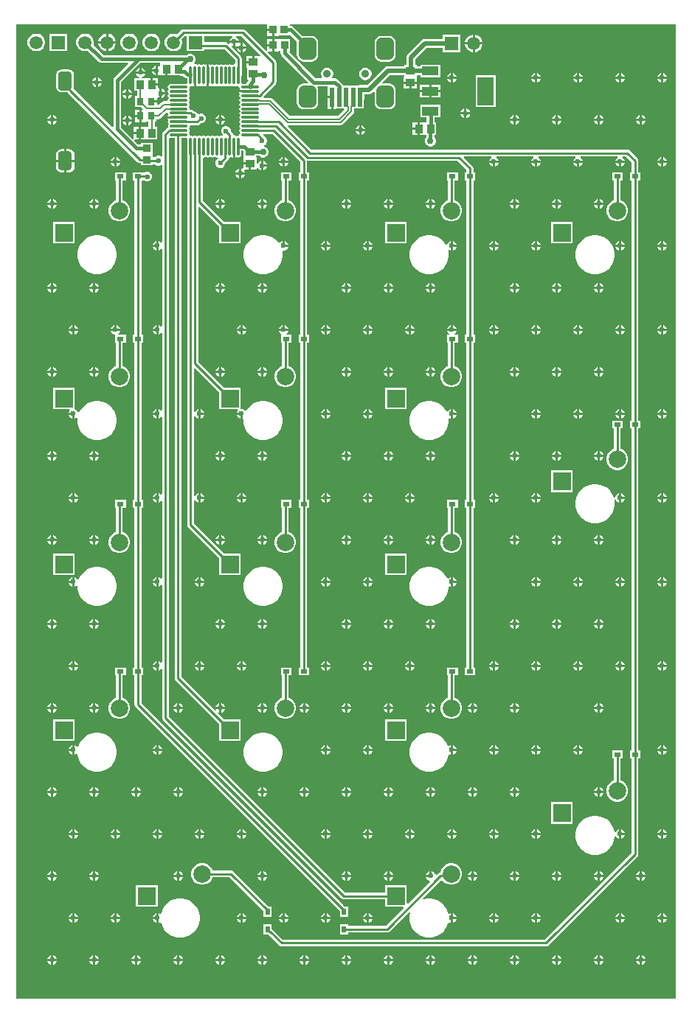
<source format=gtl>
G04*
G04 #@! TF.GenerationSoftware,Altium Limited,Altium Designer,21.3.2 (30)*
G04*
G04 Layer_Physical_Order=1*
G04 Layer_Color=255*
%FSLAX25Y25*%
%MOIN*%
G70*
G04*
G04 #@! TF.SameCoordinates,2B475E60-5533-4C64-9BAB-B6E77246D606*
G04*
G04*
G04 #@! TF.FilePolarity,Positive*
G04*
G01*
G75*
%ADD15C,0.01000*%
%ADD16R,0.03150X0.03543*%
%ADD17R,0.03543X0.03937*%
%ADD18R,0.07284X0.03937*%
%ADD19R,0.07284X0.12598*%
%ADD20R,0.03150X0.01968*%
%ADD21R,0.01968X0.03150*%
%ADD22R,0.03347X0.03740*%
G04:AMPARAMS|DCode=23|XSize=78.74mil|YSize=98.43mil|CornerRadius=19.68mil|HoleSize=0mil|Usage=FLASHONLY|Rotation=0.000|XOffset=0mil|YOffset=0mil|HoleType=Round|Shape=RoundedRectangle|*
%AMROUNDEDRECTD23*
21,1,0.07874,0.05906,0,0,0.0*
21,1,0.03937,0.09843,0,0,0.0*
1,1,0.03937,0.01968,-0.02953*
1,1,0.03937,-0.01968,-0.02953*
1,1,0.03937,-0.01968,0.02953*
1,1,0.03937,0.01968,0.02953*
%
%ADD23ROUNDEDRECTD23*%
%ADD24R,0.01968X0.08858*%
%ADD25O,0.08268X0.01181*%
%ADD26O,0.01181X0.08268*%
%ADD27R,0.03740X0.03347*%
G04:AMPARAMS|DCode=28|XSize=62.99mil|YSize=86.22mil|CornerRadius=15.75mil|HoleSize=0mil|Usage=FLASHONLY|Rotation=0.000|XOffset=0mil|YOffset=0mil|HoleType=Round|Shape=RoundedRectangle|*
%AMROUNDEDRECTD28*
21,1,0.06299,0.05472,0,0,0.0*
21,1,0.03150,0.08622,0,0,0.0*
1,1,0.03150,0.01575,-0.02736*
1,1,0.03150,-0.01575,-0.02736*
1,1,0.03150,-0.01575,0.02736*
1,1,0.03150,0.01575,0.02736*
%
%ADD28ROUNDEDRECTD28*%
%ADD29R,0.03937X0.03543*%
%ADD51C,0.01500*%
%ADD52C,0.02000*%
%ADD53C,0.00771*%
%ADD54C,0.07874*%
%ADD55R,0.05906X0.05906*%
%ADD56C,0.05906*%
%ADD57C,0.03543*%
%ADD58R,0.07874X0.07874*%
%ADD59C,0.03000*%
%ADD60C,0.02362*%
G36*
X299371Y1529D02*
X1529D01*
X1529Y442171D01*
X114768D01*
Y440200D01*
X117441D01*
Y439700D01*
X117941D01*
Y436830D01*
X120114D01*
Y437043D01*
X125020D01*
Y437043D01*
X125336Y437173D01*
X128262Y434247D01*
X128232Y434021D01*
Y428115D01*
X128327Y427395D01*
X128604Y426725D01*
X129046Y426149D01*
X129622Y425708D01*
X130292Y425430D01*
X131012Y425335D01*
X134949D01*
X135668Y425430D01*
X136339Y425708D01*
X136914Y426149D01*
X137356Y426725D01*
X137634Y427395D01*
X137729Y428115D01*
Y434021D01*
X137634Y434740D01*
X137356Y435410D01*
X136914Y435986D01*
X136339Y436428D01*
X135668Y436705D01*
X134949Y436800D01*
X131012D01*
X130785Y436770D01*
X126594Y440962D01*
X126015Y441349D01*
X125332Y441484D01*
X125020D01*
Y442171D01*
X299371D01*
X299371Y1529D01*
D02*
G37*
%LPC*%
G36*
X103747Y439982D02*
X76953D01*
X76367Y439866D01*
X75871Y439534D01*
X74022Y437684D01*
X73020Y437953D01*
X71980D01*
X70974Y437683D01*
X70073Y437163D01*
X69337Y436427D01*
X68817Y435526D01*
X68547Y434520D01*
Y433480D01*
X68817Y432474D01*
X69337Y431573D01*
X70073Y430837D01*
X70974Y430317D01*
X71980Y430047D01*
X73020D01*
X74026Y430317D01*
X74927Y430837D01*
X75663Y431573D01*
X76183Y432474D01*
X76453Y433480D01*
Y434520D01*
X76184Y435522D01*
X77586Y436923D01*
X78547D01*
Y430047D01*
X86453D01*
Y430971D01*
X95367D01*
X100263Y426074D01*
Y424404D01*
X99876Y424086D01*
X99858Y424090D01*
X99321Y423983D01*
X98874Y423685D01*
X98427Y423983D01*
X97890Y424090D01*
X97352Y423983D01*
X96905Y423685D01*
X96459Y423983D01*
X95921Y424090D01*
X95384Y423983D01*
X94937Y423685D01*
X94490Y423983D01*
X93953Y424090D01*
X93415Y423983D01*
X92968Y423685D01*
X92522Y423983D01*
X91984Y424090D01*
X91447Y423983D01*
X91000Y423685D01*
X90553Y423983D01*
X90016Y424090D01*
X89478Y423983D01*
X89212Y423805D01*
X89194Y423832D01*
X88668Y424183D01*
X88547Y424207D01*
Y419142D01*
Y414076D01*
X88668Y414100D01*
X89194Y414452D01*
X89212Y414478D01*
X89478Y414300D01*
X90016Y414193D01*
X90553Y414300D01*
X91000Y414599D01*
X91447Y414300D01*
X91984Y414193D01*
X92522Y414300D01*
X92968Y414599D01*
X93415Y414300D01*
X93953Y414193D01*
X94490Y414300D01*
X94937Y414599D01*
X95384Y414300D01*
X95921Y414193D01*
X96459Y414300D01*
X96905Y414599D01*
X97352Y414300D01*
X97890Y414193D01*
X98427Y414300D01*
X98874Y414599D01*
X99321Y414300D01*
X99858Y414193D01*
X100396Y414300D01*
X100842Y414599D01*
X101289Y414300D01*
X101827Y414193D01*
X101843Y414197D01*
X102110Y413930D01*
X102207Y413759D01*
X102300Y413289D01*
X102478Y413023D01*
X102452Y413005D01*
X102100Y412479D01*
X102076Y412358D01*
X106307D01*
X106317Y412351D01*
X107000Y412216D01*
X107142Y412244D01*
Y411447D01*
X106695Y411358D01*
X102076D01*
X102100Y411238D01*
X102452Y410711D01*
X102478Y410694D01*
X102300Y410427D01*
X102193Y409890D01*
X102300Y409352D01*
X102599Y408906D01*
X102300Y408459D01*
X102193Y407921D01*
X102300Y407384D01*
X102599Y406937D01*
X102300Y406490D01*
X102193Y405953D01*
X102300Y405415D01*
X102599Y404969D01*
X102300Y404522D01*
X102193Y403984D01*
X102300Y403447D01*
X102599Y403000D01*
X102300Y402553D01*
X102193Y402016D01*
X102300Y401478D01*
X102599Y401031D01*
X102300Y400585D01*
X102193Y400047D01*
X102300Y399510D01*
X102599Y399063D01*
X102300Y398616D01*
X102193Y398079D01*
X102300Y397541D01*
X102599Y397094D01*
X102300Y396648D01*
X102193Y396110D01*
X102300Y395573D01*
X102599Y395126D01*
X102300Y394679D01*
X102193Y394142D01*
X102300Y393604D01*
X102599Y393158D01*
X102300Y392711D01*
X102207Y392241D01*
X102110Y392070D01*
X101843Y391803D01*
X101827Y391807D01*
X101289Y391700D01*
X101023Y391522D01*
X101005Y391548D01*
X100479Y391900D01*
X99858Y392023D01*
X99853Y392022D01*
X99374Y392437D01*
X99303Y392795D01*
X98971Y393292D01*
X98281Y393982D01*
Y394434D01*
X97949Y395235D01*
X97335Y395849D01*
X96534Y396181D01*
X95666D01*
X94864Y395849D01*
X94251Y395235D01*
X93919Y394434D01*
Y393566D01*
X94251Y392764D01*
X94719Y392297D01*
X94717Y391788D01*
X94676Y391688D01*
X94587Y391635D01*
X94490Y391700D01*
X93953Y391807D01*
X93415Y391700D01*
X92968Y391401D01*
X92522Y391700D01*
X91984Y391807D01*
X91447Y391700D01*
X91000Y391401D01*
X90553Y391700D01*
X90016Y391807D01*
X89478Y391700D01*
X89031Y391401D01*
X88585Y391700D01*
X88047Y391807D01*
X87510Y391700D01*
X87063Y391401D01*
X86616Y391700D01*
X86079Y391807D01*
X85541Y391700D01*
X85094Y391401D01*
X84648Y391700D01*
X84110Y391807D01*
X83573Y391700D01*
X83126Y391401D01*
X82679Y391700D01*
X82142Y391807D01*
X81604Y391700D01*
X81157Y391401D01*
X80711Y391700D01*
X80241Y391793D01*
X80070Y391890D01*
X79890Y392070D01*
X79793Y392241D01*
X79700Y392711D01*
X79401Y393158D01*
X79700Y393604D01*
X79807Y394142D01*
X79700Y394679D01*
X79401Y395126D01*
X79700Y395573D01*
X79807Y396110D01*
X79796Y396163D01*
X80113Y396549D01*
X83110D01*
X83695Y396666D01*
X84192Y396997D01*
X84613Y397419D01*
X85434D01*
X86235Y397751D01*
X86849Y398364D01*
X87181Y399166D01*
Y400034D01*
X86849Y400836D01*
X86235Y401449D01*
X85434Y401781D01*
X84566D01*
X83980Y401538D01*
X83369Y401707D01*
X83249Y401995D01*
X82635Y402609D01*
X81834Y402941D01*
X81423D01*
X81266Y403097D01*
X80770Y403429D01*
X80227Y403537D01*
X80063Y403607D01*
X79796Y403932D01*
X79807Y403984D01*
X79700Y404522D01*
X79401Y404969D01*
X79700Y405415D01*
X79807Y405953D01*
X79700Y406490D01*
X79401Y406937D01*
X79700Y407384D01*
X79807Y407921D01*
X79700Y408459D01*
X79401Y408906D01*
X79700Y409352D01*
X79807Y409890D01*
X79700Y410427D01*
X79401Y410874D01*
X79700Y411321D01*
X79807Y411858D01*
X79700Y412396D01*
X79401Y412843D01*
X79700Y413289D01*
X79793Y413759D01*
X79890Y413930D01*
X80070Y414110D01*
X80241Y414207D01*
X80711Y414300D01*
X80977Y414478D01*
X80995Y414452D01*
X81521Y414100D01*
X81642Y414076D01*
Y418807D01*
X81649Y418817D01*
X81713Y419142D01*
X82642D01*
Y414076D01*
X82762Y414100D01*
X83289Y414452D01*
X83306Y414478D01*
X83573Y414300D01*
X84110Y414193D01*
X84648Y414300D01*
X85094Y414599D01*
X85541Y414300D01*
X86079Y414193D01*
X86616Y414300D01*
X86883Y414478D01*
X86901Y414452D01*
X87427Y414100D01*
X87547Y414076D01*
Y419142D01*
Y424207D01*
X87427Y424183D01*
X86901Y423832D01*
X86883Y423805D01*
X86616Y423983D01*
X86079Y424090D01*
X85541Y423983D01*
X85094Y423685D01*
X84648Y423983D01*
X84110Y424090D01*
X83573Y423983D01*
X83306Y423805D01*
X83289Y423832D01*
X82762Y424183D01*
X82142Y424307D01*
X82026Y424284D01*
X81780Y424745D01*
X82119Y425084D01*
X82500Y426003D01*
Y426997D01*
X82119Y427916D01*
X81416Y428619D01*
X80497Y429000D01*
X79503D01*
X78584Y428619D01*
X78249Y428284D01*
X40739D01*
X36261Y432763D01*
X36453Y433480D01*
Y434520D01*
X36183Y435526D01*
X35663Y436427D01*
X34927Y437163D01*
X34026Y437683D01*
X33020Y437953D01*
X31980D01*
X30974Y437683D01*
X30073Y437163D01*
X29337Y436427D01*
X28817Y435526D01*
X28547Y434520D01*
Y433480D01*
X28817Y432474D01*
X29337Y431573D01*
X30073Y430837D01*
X30974Y430317D01*
X31980Y430047D01*
X33020D01*
X33737Y430239D01*
X38738Y425238D01*
X39317Y424852D01*
X40000Y424716D01*
X51739D01*
X51930Y424254D01*
X45838Y418162D01*
X45452Y417583D01*
X45316Y416900D01*
Y395701D01*
X44854Y395509D01*
X27322Y413041D01*
X27483Y413854D01*
Y419327D01*
X27300Y420249D01*
X26778Y421030D01*
X25997Y421552D01*
X25075Y421735D01*
X21925D01*
X21003Y421552D01*
X20222Y421030D01*
X19700Y420249D01*
X19517Y419327D01*
Y413854D01*
X19700Y412933D01*
X20222Y412151D01*
X21003Y411629D01*
X21925Y411446D01*
X24661D01*
X24803Y411234D01*
X56178Y379859D01*
X56674Y379528D01*
X57259Y379412D01*
X57743D01*
Y378480D01*
X63058D01*
Y378971D01*
X64145D01*
X64464Y378651D01*
X65266Y378319D01*
X66134D01*
X66871Y378624D01*
X67371Y378433D01*
Y343721D01*
X66871Y343514D01*
X66435Y343949D01*
X65700Y344254D01*
Y342100D01*
Y339946D01*
X66435Y340251D01*
X66871Y340686D01*
X67371Y340479D01*
Y305721D01*
X66871Y305514D01*
X66435Y305949D01*
X65700Y306254D01*
Y304100D01*
Y301946D01*
X66435Y302251D01*
X66871Y302686D01*
X67371Y302479D01*
Y267721D01*
X66871Y267514D01*
X66435Y267949D01*
X65700Y268254D01*
Y266100D01*
Y263946D01*
X66435Y264251D01*
X66871Y264686D01*
X67371Y264479D01*
Y229721D01*
X66871Y229514D01*
X66435Y229949D01*
X65700Y230254D01*
Y228100D01*
Y225946D01*
X66435Y226251D01*
X66871Y226686D01*
X67371Y226479D01*
Y191721D01*
X66871Y191514D01*
X66435Y191949D01*
X65700Y192254D01*
Y190100D01*
Y187946D01*
X66435Y188251D01*
X66871Y188686D01*
X67371Y188479D01*
Y153721D01*
X66871Y153514D01*
X66435Y153949D01*
X65700Y154254D01*
Y152100D01*
Y149946D01*
X66435Y150251D01*
X66871Y150686D01*
X67371Y150479D01*
Y128600D01*
X67487Y128015D01*
X67819Y127519D01*
X148468Y46869D01*
X148964Y46538D01*
X149549Y46421D01*
X168014D01*
Y43014D01*
X176198D01*
X176389Y42552D01*
X168330Y34492D01*
X151272D01*
Y35325D01*
X147728D01*
Y30601D01*
X151272D01*
Y31434D01*
X168963D01*
X169548Y31550D01*
X170044Y31881D01*
X179018Y40855D01*
X179433Y40577D01*
X179418Y40539D01*
X179077Y38825D01*
Y37077D01*
X179418Y35362D01*
X180087Y33747D01*
X181058Y32294D01*
X182294Y31058D01*
X183747Y30087D01*
X185362Y29418D01*
X187077Y29077D01*
X188825D01*
X190539Y29418D01*
X192154Y30087D01*
X193608Y31058D01*
X194844Y32294D01*
X195815Y33747D01*
X196484Y35362D01*
X196603Y35960D01*
X197155Y36172D01*
X197700Y35946D01*
Y38100D01*
Y40254D01*
X197100Y40005D01*
X196553Y40191D01*
X196484Y40539D01*
X195815Y42154D01*
X194844Y43608D01*
X193608Y44844D01*
X192154Y45815D01*
X190539Y46484D01*
X188825Y46825D01*
X187077D01*
X185362Y46484D01*
X185325Y46468D01*
X185047Y46884D01*
X193374Y55211D01*
X193870Y55146D01*
X194000Y54919D01*
X194919Y54000D01*
X196045Y53350D01*
X197301Y53014D01*
X198601D01*
X199856Y53350D01*
X200982Y54000D01*
X201901Y54919D01*
X202551Y56045D01*
X202888Y57301D01*
Y58601D01*
X202551Y59856D01*
X201901Y60982D01*
X200982Y61901D01*
X199856Y62551D01*
X198601Y62888D01*
X197301D01*
X196045Y62551D01*
X194919Y61901D01*
X194000Y60982D01*
X193350Y59856D01*
X193018Y58618D01*
X192521Y58519D01*
X192025Y58188D01*
X191343Y57506D01*
X190817Y57687D01*
X190549Y58336D01*
X189936Y58949D01*
X189200Y59254D01*
Y57100D01*
X188700D01*
Y56600D01*
X186546D01*
X186851Y55865D01*
X187464Y55251D01*
X188112Y54983D01*
X188294Y54457D01*
X178350Y44513D01*
X177888Y44704D01*
Y52888D01*
X168014D01*
Y49480D01*
X150183D01*
X70429Y129234D01*
Y390552D01*
X70929Y390845D01*
X71315Y390768D01*
X72971D01*
Y146402D01*
X73087Y145816D01*
X73419Y145320D01*
X93014Y125725D01*
Y118014D01*
X102888D01*
Y127888D01*
X95177D01*
X92277Y130787D01*
X92560Y131211D01*
X93200Y130946D01*
Y132600D01*
X91546D01*
X91811Y131960D01*
X91387Y131677D01*
X76029Y147035D01*
Y390768D01*
X78331D01*
X78566Y390623D01*
X78623Y390566D01*
X78768Y390331D01*
Y387456D01*
X78760Y387443D01*
X78644Y386858D01*
Y215728D01*
X78760Y215143D01*
X79092Y214647D01*
X93014Y200725D01*
Y193014D01*
X102888D01*
Y202888D01*
X95177D01*
X81703Y216362D01*
Y227123D01*
X82203Y227223D01*
X82351Y226865D01*
X82964Y226251D01*
X83700Y225946D01*
Y228100D01*
Y230254D01*
X82964Y229949D01*
X82351Y229335D01*
X82203Y228977D01*
X81703Y229077D01*
Y265123D01*
X82203Y265223D01*
X82351Y264864D01*
X82964Y264251D01*
X83700Y263946D01*
Y266100D01*
Y268254D01*
X82964Y267949D01*
X82351Y267336D01*
X82203Y266977D01*
X81703Y267077D01*
Y286383D01*
X82165Y286574D01*
X93014Y275725D01*
Y268014D01*
X101322D01*
X101529Y267514D01*
X101351Y267336D01*
X101046Y266600D01*
X103200D01*
Y266100D01*
X103700D01*
Y263865D01*
X104077Y263561D01*
Y262077D01*
X104418Y260362D01*
X105087Y258747D01*
X106058Y257294D01*
X107294Y256058D01*
X108747Y255087D01*
X110362Y254418D01*
X112077Y254077D01*
X113825D01*
X115539Y254418D01*
X117154Y255087D01*
X118608Y256058D01*
X119844Y257294D01*
X120815Y258747D01*
X121484Y260362D01*
X121825Y262077D01*
Y263825D01*
X121484Y265539D01*
X120815Y267154D01*
X119844Y268608D01*
X118608Y269844D01*
X117154Y270815D01*
X115539Y271484D01*
X113825Y271825D01*
X112077D01*
X110362Y271484D01*
X108747Y270815D01*
X107294Y269844D01*
X106058Y268608D01*
X105419Y267651D01*
X104784Y267601D01*
X104436Y267949D01*
X103634Y268281D01*
X102888D01*
Y277888D01*
X95177D01*
X83671Y289393D01*
Y359414D01*
X84133Y359606D01*
X93014Y350725D01*
Y343014D01*
X102888D01*
Y352888D01*
X95177D01*
X85640Y362425D01*
Y381603D01*
X86026Y381921D01*
X86079Y381910D01*
X86616Y382017D01*
X87063Y382315D01*
X87510Y382017D01*
X88047Y381910D01*
X88585Y382017D01*
X89031Y382315D01*
X89478Y382017D01*
X90016Y381910D01*
X90553Y382017D01*
X91000Y382315D01*
X91447Y382017D01*
X91984Y381910D01*
X92522Y382017D01*
X92716Y382146D01*
X92855Y382052D01*
X92796Y381487D01*
X92465Y381349D01*
X91851Y380735D01*
X91519Y379934D01*
Y379066D01*
X91851Y378264D01*
X92465Y377651D01*
X93266Y377319D01*
X94134D01*
X94936Y377651D01*
X95549Y378264D01*
X95881Y379066D01*
Y379518D01*
X96968Y380605D01*
X97300Y381101D01*
X97379Y381502D01*
X97841Y381920D01*
X97890Y381910D01*
X98427Y382017D01*
X98694Y382195D01*
X98712Y382168D01*
X99238Y381817D01*
X99358Y381793D01*
Y386551D01*
X99419Y386858D01*
X100358D01*
Y381793D01*
X100479Y381817D01*
X101005Y382168D01*
X101023Y382195D01*
X101289Y382017D01*
X101827Y381910D01*
X102364Y382017D01*
X102820Y382322D01*
X103125Y382777D01*
X103232Y383315D01*
Y385191D01*
X103732Y385206D01*
X104244Y384693D01*
Y382114D01*
X104032D01*
Y379842D01*
X107000D01*
Y379343D01*
X107500D01*
Y376571D01*
X109968D01*
Y377406D01*
X110468Y377505D01*
X110651Y377064D01*
X111265Y376451D01*
X112000Y376146D01*
Y378300D01*
Y380454D01*
X111265Y380149D01*
X110651Y379536D01*
X110468Y379095D01*
X109968Y379194D01*
Y382114D01*
X109756D01*
Y382794D01*
X111170D01*
X111584Y382381D01*
X112503Y382000D01*
X113497D01*
X114416Y382381D01*
X115119Y383084D01*
X115500Y384003D01*
Y384997D01*
X115119Y385916D01*
X114416Y386619D01*
X113497Y387000D01*
X113470D01*
X113371Y387500D01*
X113735Y387651D01*
X114349Y388264D01*
X114681Y389066D01*
Y389934D01*
X114349Y390736D01*
X113735Y391349D01*
X113487Y391452D01*
X113321Y391700D01*
X112871Y392150D01*
X113062Y392612D01*
X117225D01*
X129808Y380030D01*
Y375172D01*
X128975D01*
Y371628D01*
X129808D01*
Y301772D01*
X128975D01*
Y298228D01*
X129808D01*
Y227072D01*
X128975D01*
Y223528D01*
X129808D01*
Y151272D01*
X128975D01*
Y147728D01*
X133699D01*
Y151272D01*
X132866D01*
Y223528D01*
X133699D01*
Y227072D01*
X132866D01*
Y298228D01*
X133699D01*
Y301772D01*
X132866D01*
Y371628D01*
X133699D01*
Y375172D01*
X132866D01*
Y380361D01*
X133000Y380471D01*
X200867D01*
X204908Y376430D01*
Y375172D01*
X204075D01*
Y371628D01*
X204908D01*
Y301772D01*
X204075D01*
Y298228D01*
X204908D01*
Y227072D01*
X204075D01*
Y223528D01*
X204908D01*
Y151272D01*
X204075D01*
Y147728D01*
X208799D01*
Y151272D01*
X207966D01*
Y223528D01*
X208799D01*
Y227072D01*
X207966D01*
Y298228D01*
X208799D01*
Y301772D01*
X207966D01*
Y371628D01*
X208799D01*
Y375172D01*
X207966D01*
Y377063D01*
X207850Y377648D01*
X207518Y378144D01*
X203654Y382009D01*
X203846Y382471D01*
X215917D01*
X216017Y381971D01*
X215965Y381949D01*
X215351Y381335D01*
X215046Y380600D01*
X219354D01*
X219049Y381335D01*
X218436Y381949D01*
X218383Y381971D01*
X218483Y382471D01*
X234917D01*
X235017Y381971D01*
X234964Y381949D01*
X234351Y381335D01*
X234046Y380600D01*
X238354D01*
X238049Y381335D01*
X237436Y381949D01*
X237383Y381971D01*
X237483Y382471D01*
X253917D01*
X254017Y381971D01*
X253964Y381949D01*
X253351Y381335D01*
X253046Y380600D01*
X257354D01*
X257049Y381335D01*
X256435Y381949D01*
X256383Y381971D01*
X256483Y382471D01*
X272917D01*
X273017Y381971D01*
X272965Y381949D01*
X272351Y381335D01*
X272046Y380600D01*
X276354D01*
X276049Y381335D01*
X275435Y381949D01*
X275383Y381971D01*
X275483Y382471D01*
X276867D01*
X279508Y379830D01*
Y375172D01*
X278675D01*
Y371628D01*
X279508D01*
Y262972D01*
X278675D01*
Y259428D01*
X279508D01*
Y113772D01*
X278675D01*
Y110228D01*
X279508D01*
Y67471D01*
X240266Y28229D01*
X121897D01*
X117156Y32970D01*
X116772Y33227D01*
Y35325D01*
X113228D01*
Y30601D01*
X114711D01*
X114899Y30475D01*
X115431Y30369D01*
X120182Y25619D01*
X120678Y25287D01*
X121263Y25171D01*
X240900D01*
X241485Y25287D01*
X241981Y25619D01*
X282118Y65756D01*
X282450Y66252D01*
X282566Y66837D01*
Y110228D01*
X283399D01*
Y113772D01*
X282566D01*
Y259428D01*
X283399D01*
Y262972D01*
X282566D01*
Y371628D01*
X283399D01*
Y375172D01*
X282566D01*
Y380463D01*
X282450Y381048D01*
X282118Y381544D01*
X278581Y385081D01*
X278085Y385413D01*
X277500Y385529D01*
X134634D01*
X124075Y396088D01*
X124283Y396587D01*
X148000D01*
X148540Y396695D01*
X148999Y397001D01*
X153709Y401711D01*
X154015Y402170D01*
X154123Y402710D01*
Y404021D01*
X158571D01*
Y408289D01*
X158683Y408457D01*
X158838Y409237D01*
Y410627D01*
X160842D01*
X161622Y410782D01*
X162284Y411224D01*
X162810Y411750D01*
X163271Y411559D01*
Y406658D01*
X163366Y405939D01*
X163644Y405268D01*
X164086Y404693D01*
X164661Y404251D01*
X165332Y403973D01*
X166051Y403879D01*
X169988D01*
X170708Y403973D01*
X171378Y404251D01*
X171954Y404693D01*
X172396Y405268D01*
X172673Y405939D01*
X172768Y406658D01*
Y412564D01*
X172673Y413283D01*
X172396Y413954D01*
X171954Y414529D01*
X171378Y414971D01*
X170708Y415249D01*
X169988Y415344D01*
X167056D01*
X166865Y415805D01*
X170178Y419118D01*
X176744D01*
Y418614D01*
X176532D01*
Y416342D01*
X179500D01*
X182468D01*
Y418614D01*
X182468D01*
X182582Y419067D01*
X184071D01*
Y418299D01*
X192929D01*
Y423811D01*
X184071D01*
Y423145D01*
X182256D01*
Y423716D01*
X181839D01*
Y426455D01*
X186970Y431586D01*
X194217D01*
Y429673D01*
X202122D01*
Y437578D01*
X194217D01*
Y435665D01*
X186126D01*
X186126Y435665D01*
X185345Y435509D01*
X184684Y435067D01*
X178358Y428742D01*
X177916Y428080D01*
X177761Y427300D01*
Y423716D01*
X176744D01*
Y423197D01*
X169333D01*
X168553Y423041D01*
X167891Y422599D01*
X159997Y414705D01*
X156815D01*
X156035Y414550D01*
X155890Y414454D01*
X149038D01*
X148983Y414727D01*
X148596Y415306D01*
X148596Y415306D01*
X146644Y417259D01*
X146065Y417645D01*
X145382Y417781D01*
X144443D01*
X144180Y418281D01*
X144421Y418699D01*
X144610Y419404D01*
Y420133D01*
X144421Y420838D01*
X144056Y421470D01*
X143540Y421986D01*
X142908Y422351D01*
X142203Y422540D01*
X141474D01*
X140769Y422351D01*
X140137Y421986D01*
X139621Y421470D01*
X139256Y420838D01*
X139067Y420133D01*
Y419404D01*
X139256Y418699D01*
X139497Y418281D01*
X139234Y417781D01*
X136609D01*
X124848Y429542D01*
X125055Y430043D01*
X125079D01*
Y435358D01*
X120173D01*
Y435570D01*
X118000D01*
Y432700D01*
Y429830D01*
X120173D01*
Y430043D01*
X120834D01*
Y429249D01*
X120970Y428566D01*
X121356Y427987D01*
X133538Y415805D01*
X133347Y415344D01*
X131012D01*
X130292Y415249D01*
X129622Y414971D01*
X129046Y414529D01*
X128604Y413954D01*
X128327Y413283D01*
X128232Y412564D01*
Y406658D01*
X128327Y405939D01*
X128604Y405268D01*
X129046Y404693D01*
X129622Y404251D01*
X130292Y403973D01*
X131012Y403879D01*
X134949D01*
X135668Y403973D01*
X136339Y404251D01*
X136914Y404693D01*
X137356Y405268D01*
X137634Y405939D01*
X137729Y406658D01*
Y412564D01*
X137634Y413283D01*
X137456Y413713D01*
X137750Y414213D01*
X142217D01*
Y409737D01*
X144201D01*
Y409237D01*
X144701D01*
Y403808D01*
X146185D01*
Y404021D01*
X149519D01*
X149726Y403520D01*
X146889Y400683D01*
X125111D01*
X117224Y408571D01*
X116765Y408877D01*
X116225Y408985D01*
X113284D01*
X113092Y409447D01*
X118581Y414936D01*
X118913Y415432D01*
X119029Y416017D01*
Y424700D01*
X118913Y425285D01*
X118581Y425781D01*
X115033Y429330D01*
X115240Y429830D01*
X117000D01*
Y432200D01*
X114827D01*
Y430243D01*
X114327Y430036D01*
X104829Y439534D01*
X104332Y439866D01*
X103747Y439982D01*
D02*
G37*
G36*
X116941Y439200D02*
X114768D01*
Y436830D01*
X116941D01*
Y439200D01*
D02*
G37*
G36*
X43020Y437953D02*
X43000D01*
Y434500D01*
X46453D01*
Y434520D01*
X46183Y435526D01*
X45663Y436427D01*
X44927Y437163D01*
X44026Y437683D01*
X43020Y437953D01*
D02*
G37*
G36*
X42000D02*
X41980D01*
X40974Y437683D01*
X40073Y437163D01*
X39337Y436427D01*
X38817Y435526D01*
X38547Y434520D01*
Y434500D01*
X42000D01*
Y437953D01*
D02*
G37*
G36*
X208690Y437578D02*
X208669D01*
Y434126D01*
X212122D01*
Y434146D01*
X211853Y435151D01*
X211332Y436053D01*
X210596Y436789D01*
X209695Y437309D01*
X208690Y437578D01*
D02*
G37*
G36*
X207669D02*
X207649D01*
X206644Y437309D01*
X205742Y436789D01*
X205006Y436053D01*
X204486Y435151D01*
X204217Y434146D01*
Y434126D01*
X207669D01*
Y437578D01*
D02*
G37*
G36*
X42500Y434000D02*
D01*
D01*
D01*
D02*
G37*
G36*
X117000Y435570D02*
X114827D01*
Y433200D01*
X117000D01*
Y435570D01*
D02*
G37*
G36*
X63020Y437953D02*
X61980D01*
X60974Y437683D01*
X60073Y437163D01*
X59337Y436427D01*
X58817Y435526D01*
X58547Y434520D01*
Y433480D01*
X58817Y432474D01*
X59337Y431573D01*
X60073Y430837D01*
X60974Y430317D01*
X61980Y430047D01*
X63020D01*
X64026Y430317D01*
X64927Y430837D01*
X65663Y431573D01*
X66183Y432474D01*
X66453Y433480D01*
Y434520D01*
X66183Y435526D01*
X65663Y436427D01*
X64927Y437163D01*
X64026Y437683D01*
X63020Y437953D01*
D02*
G37*
G36*
X53020D02*
X51980D01*
X50974Y437683D01*
X50073Y437163D01*
X49337Y436427D01*
X48817Y435526D01*
X48547Y434520D01*
Y433480D01*
X48817Y432474D01*
X49337Y431573D01*
X50073Y430837D01*
X50974Y430317D01*
X51980Y430047D01*
X53020D01*
X54026Y430317D01*
X54927Y430837D01*
X55663Y431573D01*
X56183Y432474D01*
X56453Y433480D01*
Y434520D01*
X56183Y435526D01*
X55663Y436427D01*
X54927Y437163D01*
X54026Y437683D01*
X53020Y437953D01*
D02*
G37*
G36*
X46453Y433500D02*
X43000D01*
Y430047D01*
X43020D01*
X44026Y430317D01*
X44927Y430837D01*
X45663Y431573D01*
X46183Y432474D01*
X46453Y433480D01*
Y433500D01*
D02*
G37*
G36*
X42000D02*
X38547D01*
Y433480D01*
X38817Y432474D01*
X39337Y431573D01*
X40073Y430837D01*
X40974Y430317D01*
X41980Y430047D01*
X42000D01*
Y433500D01*
D02*
G37*
G36*
X24453Y437953D02*
X16547D01*
Y430047D01*
X24453D01*
Y437953D01*
D02*
G37*
G36*
X11020D02*
X9980D01*
X8974Y437683D01*
X8073Y437163D01*
X7337Y436427D01*
X6817Y435526D01*
X6547Y434520D01*
Y433480D01*
X6817Y432474D01*
X7337Y431573D01*
X8073Y430837D01*
X8974Y430317D01*
X9980Y430047D01*
X11020D01*
X12026Y430317D01*
X12927Y430837D01*
X13663Y431573D01*
X14183Y432474D01*
X14453Y433480D01*
Y434520D01*
X14183Y435526D01*
X13663Y436427D01*
X12927Y437163D01*
X12026Y437683D01*
X11020Y437953D01*
D02*
G37*
G36*
X212122Y433125D02*
X208669D01*
Y429673D01*
X208690D01*
X209695Y429942D01*
X210596Y430463D01*
X211332Y431199D01*
X211853Y432100D01*
X212122Y433105D01*
Y433125D01*
D02*
G37*
G36*
X207669D02*
X204217D01*
Y433105D01*
X204486Y432100D01*
X205006Y431199D01*
X205742Y430463D01*
X206644Y429942D01*
X207649Y429673D01*
X207669D01*
Y433125D01*
D02*
G37*
G36*
X169988Y436800D02*
X166051D01*
X165332Y436705D01*
X164661Y436428D01*
X164086Y435986D01*
X163644Y435410D01*
X163366Y434740D01*
X163271Y434021D01*
Y428115D01*
X163366Y427395D01*
X163644Y426725D01*
X164086Y426149D01*
X164661Y425708D01*
X165332Y425430D01*
X166051Y425335D01*
X169988D01*
X170708Y425430D01*
X171378Y425708D01*
X171954Y426149D01*
X172396Y426725D01*
X172673Y427395D01*
X172768Y428115D01*
Y434021D01*
X172673Y434740D01*
X172396Y435410D01*
X171954Y435986D01*
X171378Y436428D01*
X170708Y436705D01*
X169988Y436800D01*
D02*
G37*
G36*
X293700Y420254D02*
Y418600D01*
X295354D01*
X295049Y419336D01*
X294436Y419949D01*
X293700Y420254D01*
D02*
G37*
G36*
X292700D02*
X291965Y419949D01*
X291351Y419336D01*
X291046Y418600D01*
X292700D01*
Y420254D01*
D02*
G37*
G36*
X274700D02*
Y418600D01*
X276354D01*
X276049Y419336D01*
X275435Y419949D01*
X274700Y420254D01*
D02*
G37*
G36*
X273700D02*
X272965Y419949D01*
X272351Y419336D01*
X272046Y418600D01*
X273700D01*
Y420254D01*
D02*
G37*
G36*
X255700D02*
Y418600D01*
X257354D01*
X257049Y419336D01*
X256435Y419949D01*
X255700Y420254D01*
D02*
G37*
G36*
X254700D02*
X253964Y419949D01*
X253351Y419336D01*
X253046Y418600D01*
X254700D01*
Y420254D01*
D02*
G37*
G36*
X236700D02*
Y418600D01*
X238354D01*
X238049Y419336D01*
X237436Y419949D01*
X236700Y420254D01*
D02*
G37*
G36*
X235700D02*
X234964Y419949D01*
X234351Y419336D01*
X234046Y418600D01*
X235700D01*
Y420254D01*
D02*
G37*
G36*
X198700D02*
Y418600D01*
X200354D01*
X200049Y419336D01*
X199435Y419949D01*
X198700Y420254D01*
D02*
G37*
G36*
X197700D02*
X196965Y419949D01*
X196351Y419336D01*
X196046Y418600D01*
X197700D01*
Y420254D01*
D02*
G37*
G36*
X159526Y422540D02*
X158797D01*
X158092Y422351D01*
X157460Y421986D01*
X156944Y421470D01*
X156579Y420838D01*
X156390Y420133D01*
Y419404D01*
X156579Y418699D01*
X156944Y418067D01*
X157460Y417551D01*
X158092Y417186D01*
X158797Y416997D01*
X159526D01*
X160231Y417186D01*
X160863Y417551D01*
X161379Y418067D01*
X161744Y418699D01*
X161933Y419404D01*
Y420133D01*
X161744Y420838D01*
X161379Y421470D01*
X160863Y421986D01*
X160231Y422351D01*
X159526Y422540D01*
D02*
G37*
G36*
X38300Y418154D02*
Y416500D01*
X39954D01*
X39649Y417236D01*
X39035Y417849D01*
X38300Y418154D01*
D02*
G37*
G36*
X37300D02*
X36564Y417849D01*
X35951Y417236D01*
X35646Y416500D01*
X37300D01*
Y418154D01*
D02*
G37*
G36*
X295354Y417600D02*
X293700D01*
Y415946D01*
X294436Y416251D01*
X295049Y416864D01*
X295354Y417600D01*
D02*
G37*
G36*
X292700D02*
X291046D01*
X291351Y416864D01*
X291965Y416251D01*
X292700Y415946D01*
Y417600D01*
D02*
G37*
G36*
X276354D02*
X274700D01*
Y415946D01*
X275435Y416251D01*
X276049Y416864D01*
X276354Y417600D01*
D02*
G37*
G36*
X273700D02*
X272046D01*
X272351Y416864D01*
X272965Y416251D01*
X273700Y415946D01*
Y417600D01*
D02*
G37*
G36*
X257354D02*
X255700D01*
Y415946D01*
X256435Y416251D01*
X257049Y416864D01*
X257354Y417600D01*
D02*
G37*
G36*
X254700D02*
X253046D01*
X253351Y416864D01*
X253964Y416251D01*
X254700Y415946D01*
Y417600D01*
D02*
G37*
G36*
X238354D02*
X236700D01*
Y415946D01*
X237436Y416251D01*
X238049Y416864D01*
X238354Y417600D01*
D02*
G37*
G36*
X235700D02*
X234046D01*
X234351Y416864D01*
X234964Y416251D01*
X235700Y415946D01*
Y417600D01*
D02*
G37*
G36*
X200354D02*
X198700D01*
Y415946D01*
X199435Y416251D01*
X200049Y416864D01*
X200354Y417600D01*
D02*
G37*
G36*
X197700D02*
X196046D01*
X196351Y416864D01*
X196965Y416251D01*
X197700Y415946D01*
Y417600D01*
D02*
G37*
G36*
X39954Y415500D02*
X38300D01*
Y413846D01*
X39035Y414151D01*
X39649Y414764D01*
X39954Y415500D01*
D02*
G37*
G36*
X37300D02*
X35646D01*
X35951Y414764D01*
X36564Y414151D01*
X37300Y413846D01*
Y415500D01*
D02*
G37*
G36*
X182468Y415343D02*
X180000D01*
Y413071D01*
X182468D01*
Y415343D01*
D02*
G37*
G36*
X179000D02*
X176532D01*
Y413071D01*
X179000D01*
Y415343D01*
D02*
G37*
G36*
X193142Y414968D02*
X189000D01*
Y412500D01*
X193142D01*
Y414968D01*
D02*
G37*
G36*
X188000D02*
X183858D01*
Y412500D01*
X188000D01*
Y414968D01*
D02*
G37*
G36*
X193142Y411500D02*
X189000D01*
Y409031D01*
X193142D01*
Y411500D01*
D02*
G37*
G36*
X188000D02*
X183858D01*
Y409031D01*
X188000D01*
Y411500D01*
D02*
G37*
G36*
X217929Y419087D02*
X209071D01*
Y404913D01*
X217929D01*
Y419087D01*
D02*
G37*
G36*
X143701Y408737D02*
X142217D01*
Y403808D01*
X143701D01*
Y408737D01*
D02*
G37*
G36*
X204900Y404154D02*
Y402500D01*
X206554D01*
X206249Y403235D01*
X205635Y403849D01*
X204900Y404154D01*
D02*
G37*
G36*
X203900D02*
X203165Y403849D01*
X202551Y403235D01*
X202246Y402500D01*
X203900D01*
Y404154D01*
D02*
G37*
G36*
X206554Y401500D02*
X204900D01*
Y399846D01*
X205635Y400151D01*
X206249Y400765D01*
X206554Y401500D01*
D02*
G37*
G36*
X203900D02*
X202246D01*
X202551Y400765D01*
X203165Y400151D01*
X203900Y399846D01*
Y401500D01*
D02*
G37*
G36*
X284200Y401254D02*
Y399600D01*
X285854D01*
X285549Y400336D01*
X284935Y400949D01*
X284200Y401254D01*
D02*
G37*
G36*
X283200D02*
X282465Y400949D01*
X281851Y400336D01*
X281546Y399600D01*
X283200D01*
Y401254D01*
D02*
G37*
G36*
X265200D02*
Y399600D01*
X266854D01*
X266549Y400336D01*
X265935Y400949D01*
X265200Y401254D01*
D02*
G37*
G36*
X264200D02*
X263464Y400949D01*
X262851Y400336D01*
X262546Y399600D01*
X264200D01*
Y401254D01*
D02*
G37*
G36*
X246200D02*
Y399600D01*
X247854D01*
X247549Y400336D01*
X246936Y400949D01*
X246200Y401254D01*
D02*
G37*
G36*
X245200D02*
X244464Y400949D01*
X243851Y400336D01*
X243546Y399600D01*
X245200D01*
Y401254D01*
D02*
G37*
G36*
X227200D02*
Y399600D01*
X228854D01*
X228549Y400336D01*
X227936Y400949D01*
X227200Y401254D01*
D02*
G37*
G36*
X226200D02*
X225465Y400949D01*
X224851Y400336D01*
X224546Y399600D01*
X226200D01*
Y401254D01*
D02*
G37*
G36*
X94200D02*
Y399600D01*
X95854D01*
X95549Y400336D01*
X94936Y400949D01*
X94200Y401254D01*
D02*
G37*
G36*
X93200D02*
X92465Y400949D01*
X91851Y400336D01*
X91546Y399600D01*
X93200D01*
Y401254D01*
D02*
G37*
G36*
X18200D02*
Y399600D01*
X19854D01*
X19549Y400336D01*
X18936Y400949D01*
X18200Y401254D01*
D02*
G37*
G36*
X17200D02*
X16465Y400949D01*
X15851Y400336D01*
X15546Y399600D01*
X17200D01*
Y401254D01*
D02*
G37*
G36*
X192929Y405701D02*
X184071D01*
Y400189D01*
X186873D01*
Y397756D01*
X186114D01*
Y397969D01*
X183843D01*
Y395000D01*
Y392032D01*
X186114D01*
Y392244D01*
X186794D01*
Y391330D01*
X186381Y390916D01*
X186000Y389997D01*
Y389003D01*
X186381Y388084D01*
X187084Y387381D01*
X188003Y387000D01*
X188997D01*
X189916Y387381D01*
X190619Y388084D01*
X191000Y389003D01*
Y389997D01*
X190619Y390916D01*
X190363Y391173D01*
Y392244D01*
X191217D01*
Y397756D01*
X190442D01*
Y400189D01*
X192929D01*
Y405701D01*
D02*
G37*
G36*
X285854Y398600D02*
X284200D01*
Y396946D01*
X284935Y397251D01*
X285549Y397865D01*
X285854Y398600D01*
D02*
G37*
G36*
X283200D02*
X281546D01*
X281851Y397865D01*
X282465Y397251D01*
X283200Y396946D01*
Y398600D01*
D02*
G37*
G36*
X266854D02*
X265200D01*
Y396946D01*
X265935Y397251D01*
X266549Y397865D01*
X266854Y398600D01*
D02*
G37*
G36*
X264200D02*
X262546D01*
X262851Y397865D01*
X263464Y397251D01*
X264200Y396946D01*
Y398600D01*
D02*
G37*
G36*
X247854D02*
X246200D01*
Y396946D01*
X246936Y397251D01*
X247549Y397865D01*
X247854Y398600D01*
D02*
G37*
G36*
X245200D02*
X243546D01*
X243851Y397865D01*
X244464Y397251D01*
X245200Y396946D01*
Y398600D01*
D02*
G37*
G36*
X228854D02*
X227200D01*
Y396946D01*
X227936Y397251D01*
X228549Y397865D01*
X228854Y398600D01*
D02*
G37*
G36*
X226200D02*
X224546D01*
X224851Y397865D01*
X225465Y397251D01*
X226200Y396946D01*
Y398600D01*
D02*
G37*
G36*
X95854D02*
X94200D01*
Y396946D01*
X94936Y397251D01*
X95549Y397865D01*
X95854Y398600D01*
D02*
G37*
G36*
X93200D02*
X91546D01*
X91851Y397865D01*
X92465Y397251D01*
X93200Y396946D01*
Y398600D01*
D02*
G37*
G36*
X19854D02*
X18200D01*
Y396946D01*
X18936Y397251D01*
X19549Y397865D01*
X19854Y398600D01*
D02*
G37*
G36*
X17200D02*
X15546D01*
X15851Y397865D01*
X16465Y397251D01*
X17200Y396946D01*
Y398600D01*
D02*
G37*
G36*
X182843Y397969D02*
X180571D01*
Y395500D01*
X182843D01*
Y397969D01*
D02*
G37*
G36*
X157500Y396554D02*
Y394900D01*
X159154D01*
X158849Y395636D01*
X158236Y396249D01*
X157500Y396554D01*
D02*
G37*
G36*
X156500D02*
X155764Y396249D01*
X155151Y395636D01*
X154846Y394900D01*
X156500D01*
Y396554D01*
D02*
G37*
G36*
X159154Y393900D02*
X157500D01*
Y392246D01*
X158236Y392551D01*
X158849Y393164D01*
X159154Y393900D01*
D02*
G37*
G36*
X156500D02*
X154846D01*
X155151Y393164D01*
X155764Y392551D01*
X156500Y392246D01*
Y393900D01*
D02*
G37*
G36*
X182843Y394500D02*
X180571D01*
Y392032D01*
X182843D01*
Y394500D01*
D02*
G37*
G36*
X25075Y385743D02*
X24000D01*
Y380909D01*
X27672D01*
Y383146D01*
X27583Y383818D01*
X27324Y384444D01*
X26911Y384982D01*
X26373Y385395D01*
X25747Y385654D01*
X25075Y385743D01*
D02*
G37*
G36*
X23000D02*
X21925D01*
X21253Y385654D01*
X20627Y385395D01*
X20089Y384982D01*
X19676Y384444D01*
X19417Y383818D01*
X19328Y383146D01*
Y380909D01*
X23000D01*
Y385743D01*
D02*
G37*
G36*
X293700Y382254D02*
Y380600D01*
X295354D01*
X295049Y381335D01*
X294436Y381949D01*
X293700Y382254D01*
D02*
G37*
G36*
X292700D02*
X291965Y381949D01*
X291351Y381335D01*
X291046Y380600D01*
X292700D01*
Y382254D01*
D02*
G37*
G36*
X122700D02*
Y380600D01*
X124354D01*
X124049Y381335D01*
X123435Y381949D01*
X122700Y382254D01*
D02*
G37*
G36*
X121700D02*
X120965Y381949D01*
X120351Y381335D01*
X120046Y380600D01*
X121700D01*
Y382254D01*
D02*
G37*
G36*
X46700D02*
Y380600D01*
X48354D01*
X48049Y381335D01*
X47436Y381949D01*
X46700Y382254D01*
D02*
G37*
G36*
X45700D02*
X44965Y381949D01*
X44351Y381335D01*
X44046Y380600D01*
X45700D01*
Y382254D01*
D02*
G37*
G36*
X113000Y380454D02*
Y378800D01*
X114654D01*
X114349Y379536D01*
X113735Y380149D01*
X113000Y380454D01*
D02*
G37*
G36*
X295354Y379600D02*
X293700D01*
Y377946D01*
X294436Y378251D01*
X295049Y378865D01*
X295354Y379600D01*
D02*
G37*
G36*
X292700D02*
X291046D01*
X291351Y378865D01*
X291965Y378251D01*
X292700Y377946D01*
Y379600D01*
D02*
G37*
G36*
X276354D02*
X274700D01*
Y377946D01*
X275435Y378251D01*
X276049Y378865D01*
X276354Y379600D01*
D02*
G37*
G36*
X273700D02*
X272046D01*
X272351Y378865D01*
X272965Y378251D01*
X273700Y377946D01*
Y379600D01*
D02*
G37*
G36*
X257354D02*
X255700D01*
Y377946D01*
X256435Y378251D01*
X257049Y378865D01*
X257354Y379600D01*
D02*
G37*
G36*
X254700D02*
X253046D01*
X253351Y378865D01*
X253964Y378251D01*
X254700Y377946D01*
Y379600D01*
D02*
G37*
G36*
X238354D02*
X236700D01*
Y377946D01*
X237436Y378251D01*
X238049Y378865D01*
X238354Y379600D01*
D02*
G37*
G36*
X235700D02*
X234046D01*
X234351Y378865D01*
X234964Y378251D01*
X235700Y377946D01*
Y379600D01*
D02*
G37*
G36*
X219354D02*
X217700D01*
Y377946D01*
X218436Y378251D01*
X219049Y378865D01*
X219354Y379600D01*
D02*
G37*
G36*
X216700D02*
X215046D01*
X215351Y378865D01*
X215965Y378251D01*
X216700Y377946D01*
Y379600D01*
D02*
G37*
G36*
X124354D02*
X122700D01*
Y377946D01*
X123435Y378251D01*
X124049Y378865D01*
X124354Y379600D01*
D02*
G37*
G36*
X121700D02*
X120046D01*
X120351Y378865D01*
X120965Y378251D01*
X121700Y377946D01*
Y379600D01*
D02*
G37*
G36*
X48354D02*
X46700D01*
Y377946D01*
X47436Y378251D01*
X48049Y378865D01*
X48354Y379600D01*
D02*
G37*
G36*
X45700D02*
X44046D01*
X44351Y378865D01*
X44965Y378251D01*
X45700Y377946D01*
Y379600D01*
D02*
G37*
G36*
X106500Y378842D02*
X104032D01*
Y377106D01*
X103532Y376775D01*
X103100Y376954D01*
Y375300D01*
X104754D01*
X104449Y376035D01*
X104414Y376071D01*
X104621Y376571D01*
X106500D01*
Y378842D01*
D02*
G37*
G36*
X114654Y377800D02*
X113000D01*
Y376146D01*
X113735Y376451D01*
X114349Y377064D01*
X114654Y377800D01*
D02*
G37*
G36*
X102100Y376954D02*
X101365Y376649D01*
X100751Y376035D01*
X100446Y375300D01*
X102100D01*
Y376954D01*
D02*
G37*
G36*
X61034Y375481D02*
X60166D01*
X59364Y375149D01*
X59299Y375084D01*
X58799Y375172D01*
Y375172D01*
X54075D01*
Y371628D01*
X54908D01*
Y301772D01*
X54075D01*
Y298228D01*
X54908D01*
Y227072D01*
X54075D01*
Y223528D01*
X54908D01*
Y151272D01*
X54075D01*
Y147728D01*
X54908D01*
Y134491D01*
X55024Y133905D01*
X55356Y133409D01*
X147728Y41036D01*
Y38475D01*
X151272D01*
Y43199D01*
X149891D01*
X57966Y135124D01*
Y147728D01*
X58799D01*
Y151272D01*
X57966D01*
Y223528D01*
X58799D01*
Y227072D01*
X57966D01*
Y298228D01*
X58799D01*
Y301772D01*
X57966D01*
Y371628D01*
X58799D01*
Y371628D01*
X59266Y371549D01*
X59364Y371451D01*
X60166Y371119D01*
X61034D01*
X61835Y371451D01*
X62449Y372064D01*
X62781Y372866D01*
Y373734D01*
X62449Y374535D01*
X61835Y375149D01*
X61034Y375481D01*
D02*
G37*
G36*
X27672Y379909D02*
X24000D01*
Y375076D01*
X25075D01*
X25747Y375165D01*
X26373Y375424D01*
X26911Y375837D01*
X27324Y376375D01*
X27583Y377001D01*
X27672Y377673D01*
Y379909D01*
D02*
G37*
G36*
X23000D02*
X19328D01*
Y377673D01*
X19417Y377001D01*
X19676Y376375D01*
X20089Y375837D01*
X20627Y375424D01*
X21253Y375165D01*
X21925Y375076D01*
X23000D01*
Y379909D01*
D02*
G37*
G36*
X104754Y374300D02*
X103100D01*
Y372646D01*
X103835Y372951D01*
X104449Y373565D01*
X104754Y374300D01*
D02*
G37*
G36*
X102100D02*
X100446D01*
X100751Y373565D01*
X101365Y372951D01*
X102100Y372646D01*
Y374300D01*
D02*
G37*
G36*
X265200Y363254D02*
Y361600D01*
X266854D01*
X266549Y362335D01*
X265935Y362949D01*
X265200Y363254D01*
D02*
G37*
G36*
X264200D02*
X263464Y362949D01*
X262851Y362335D01*
X262546Y361600D01*
X264200D01*
Y363254D01*
D02*
G37*
G36*
X246200D02*
Y361600D01*
X247854D01*
X247549Y362335D01*
X246936Y362949D01*
X246200Y363254D01*
D02*
G37*
G36*
X245200D02*
X244464Y362949D01*
X243851Y362335D01*
X243546Y361600D01*
X245200D01*
Y363254D01*
D02*
G37*
G36*
X227200D02*
Y361600D01*
X228854D01*
X228549Y362335D01*
X227936Y362949D01*
X227200Y363254D01*
D02*
G37*
G36*
X226200D02*
X225465Y362949D01*
X224851Y362335D01*
X224546Y361600D01*
X226200D01*
Y363254D01*
D02*
G37*
G36*
X189200D02*
Y361600D01*
X190854D01*
X190549Y362335D01*
X189936Y362949D01*
X189200Y363254D01*
D02*
G37*
G36*
X188200D02*
X187464Y362949D01*
X186851Y362335D01*
X186546Y361600D01*
X188200D01*
Y363254D01*
D02*
G37*
G36*
X170200D02*
Y361600D01*
X171854D01*
X171549Y362335D01*
X170935Y362949D01*
X170200Y363254D01*
D02*
G37*
G36*
X169200D02*
X168465Y362949D01*
X167851Y362335D01*
X167546Y361600D01*
X169200D01*
Y363254D01*
D02*
G37*
G36*
X151200D02*
Y361600D01*
X152854D01*
X152549Y362335D01*
X151936Y362949D01*
X151200Y363254D01*
D02*
G37*
G36*
X150200D02*
X149464Y362949D01*
X148851Y362335D01*
X148546Y361600D01*
X150200D01*
Y363254D01*
D02*
G37*
G36*
X113200D02*
Y361600D01*
X114854D01*
X114549Y362335D01*
X113935Y362949D01*
X113200Y363254D01*
D02*
G37*
G36*
X112200D02*
X111465Y362949D01*
X110851Y362335D01*
X110546Y361600D01*
X112200D01*
Y363254D01*
D02*
G37*
G36*
X94200D02*
Y361600D01*
X95854D01*
X95549Y362335D01*
X94936Y362949D01*
X94200Y363254D01*
D02*
G37*
G36*
X93200D02*
X92465Y362949D01*
X91851Y362335D01*
X91546Y361600D01*
X93200D01*
Y363254D01*
D02*
G37*
G36*
X37200D02*
Y361600D01*
X38854D01*
X38549Y362335D01*
X37936Y362949D01*
X37200Y363254D01*
D02*
G37*
G36*
X36200D02*
X35465Y362949D01*
X34851Y362335D01*
X34546Y361600D01*
X36200D01*
Y363254D01*
D02*
G37*
G36*
X18200D02*
Y361600D01*
X19854D01*
X19549Y362335D01*
X18936Y362949D01*
X18200Y363254D01*
D02*
G37*
G36*
X17200D02*
X16465Y362949D01*
X15851Y362335D01*
X15546Y361600D01*
X17200D01*
Y363254D01*
D02*
G37*
G36*
X266854Y360600D02*
X265200D01*
Y358946D01*
X265935Y359251D01*
X266549Y359864D01*
X266854Y360600D01*
D02*
G37*
G36*
X264200D02*
X262546D01*
X262851Y359864D01*
X263464Y359251D01*
X264200Y358946D01*
Y360600D01*
D02*
G37*
G36*
X247854D02*
X246200D01*
Y358946D01*
X246936Y359251D01*
X247549Y359864D01*
X247854Y360600D01*
D02*
G37*
G36*
X245200D02*
X243546D01*
X243851Y359864D01*
X244464Y359251D01*
X245200Y358946D01*
Y360600D01*
D02*
G37*
G36*
X228854D02*
X227200D01*
Y358946D01*
X227936Y359251D01*
X228549Y359864D01*
X228854Y360600D01*
D02*
G37*
G36*
X226200D02*
X224546D01*
X224851Y359864D01*
X225465Y359251D01*
X226200Y358946D01*
Y360600D01*
D02*
G37*
G36*
X190854D02*
X189200D01*
Y358946D01*
X189936Y359251D01*
X190549Y359864D01*
X190854Y360600D01*
D02*
G37*
G36*
X188200D02*
X186546D01*
X186851Y359864D01*
X187464Y359251D01*
X188200Y358946D01*
Y360600D01*
D02*
G37*
G36*
X171854D02*
X170200D01*
Y358946D01*
X170935Y359251D01*
X171549Y359864D01*
X171854Y360600D01*
D02*
G37*
G36*
X169200D02*
X167546D01*
X167851Y359864D01*
X168465Y359251D01*
X169200Y358946D01*
Y360600D01*
D02*
G37*
G36*
X152854D02*
X151200D01*
Y358946D01*
X151936Y359251D01*
X152549Y359864D01*
X152854Y360600D01*
D02*
G37*
G36*
X150200D02*
X148546D01*
X148851Y359864D01*
X149464Y359251D01*
X150200Y358946D01*
Y360600D01*
D02*
G37*
G36*
X114854D02*
X113200D01*
Y358946D01*
X113935Y359251D01*
X114549Y359864D01*
X114854Y360600D01*
D02*
G37*
G36*
X112200D02*
X110546D01*
X110851Y359864D01*
X111465Y359251D01*
X112200Y358946D01*
Y360600D01*
D02*
G37*
G36*
X95854D02*
X94200D01*
Y358946D01*
X94936Y359251D01*
X95549Y359864D01*
X95854Y360600D01*
D02*
G37*
G36*
X93200D02*
X91546D01*
X91851Y359864D01*
X92465Y359251D01*
X93200Y358946D01*
Y360600D01*
D02*
G37*
G36*
X38854D02*
X37200D01*
Y358946D01*
X37936Y359251D01*
X38549Y359864D01*
X38854Y360600D01*
D02*
G37*
G36*
X36200D02*
X34546D01*
X34851Y359864D01*
X35465Y359251D01*
X36200Y358946D01*
Y360600D01*
D02*
G37*
G36*
X19854D02*
X18200D01*
Y358946D01*
X18936Y359251D01*
X19549Y359864D01*
X19854Y360600D01*
D02*
G37*
G36*
X17200D02*
X15546D01*
X15851Y359864D01*
X16465Y359251D01*
X17200Y358946D01*
Y360600D01*
D02*
G37*
G36*
X275525Y375172D02*
X270801D01*
Y371628D01*
X271421D01*
Y362652D01*
X271045Y362551D01*
X269919Y361901D01*
X269000Y360982D01*
X268350Y359856D01*
X268014Y358601D01*
Y357301D01*
X268350Y356045D01*
X269000Y354919D01*
X269919Y354000D01*
X271045Y353350D01*
X272301Y353014D01*
X273601D01*
X274856Y353350D01*
X275982Y354000D01*
X276901Y354919D01*
X277551Y356045D01*
X277888Y357301D01*
Y358601D01*
X277551Y359856D01*
X276901Y360982D01*
X275982Y361901D01*
X274856Y362551D01*
X274480Y362652D01*
Y371628D01*
X275525D01*
Y375172D01*
D02*
G37*
G36*
X200925D02*
X196201D01*
Y371628D01*
X196421D01*
Y362652D01*
X196045Y362551D01*
X194919Y361901D01*
X194000Y360982D01*
X193350Y359856D01*
X193014Y358601D01*
Y357301D01*
X193350Y356045D01*
X194000Y354919D01*
X194919Y354000D01*
X196045Y353350D01*
X197301Y353014D01*
X198601D01*
X199856Y353350D01*
X200982Y354000D01*
X201901Y354919D01*
X202551Y356045D01*
X202888Y357301D01*
Y358601D01*
X202551Y359856D01*
X201901Y360982D01*
X200982Y361901D01*
X199856Y362551D01*
X199480Y362652D01*
Y371628D01*
X200925D01*
Y375172D01*
D02*
G37*
G36*
X125825D02*
X121101D01*
Y371628D01*
X121421D01*
Y362652D01*
X121045Y362551D01*
X119919Y361901D01*
X119000Y360982D01*
X118350Y359856D01*
X118014Y358601D01*
Y357301D01*
X118350Y356045D01*
X119000Y354919D01*
X119919Y354000D01*
X121045Y353350D01*
X122301Y353014D01*
X123601D01*
X124856Y353350D01*
X125982Y354000D01*
X126901Y354919D01*
X127551Y356045D01*
X127888Y357301D01*
Y358601D01*
X127551Y359856D01*
X126901Y360982D01*
X125982Y361901D01*
X124856Y362551D01*
X124480Y362652D01*
Y371628D01*
X125825D01*
Y375172D01*
D02*
G37*
G36*
X50925D02*
X46201D01*
Y371628D01*
X46421D01*
Y362652D01*
X46045Y362551D01*
X44919Y361901D01*
X44000Y360982D01*
X43350Y359856D01*
X43014Y358601D01*
Y357301D01*
X43350Y356045D01*
X44000Y354919D01*
X44919Y354000D01*
X46045Y353350D01*
X47301Y353014D01*
X48601D01*
X49856Y353350D01*
X50982Y354000D01*
X51901Y354919D01*
X52551Y356045D01*
X52888Y357301D01*
Y358601D01*
X52551Y359856D01*
X51901Y360982D01*
X50982Y361901D01*
X49856Y362551D01*
X49480Y362652D01*
Y371628D01*
X50925D01*
Y375172D01*
D02*
G37*
G36*
X252888Y352888D02*
X243014D01*
Y343014D01*
X252888D01*
Y352888D01*
D02*
G37*
G36*
X177888D02*
X168014D01*
Y343014D01*
X177888D01*
Y352888D01*
D02*
G37*
G36*
X27888D02*
X18014D01*
Y343014D01*
X27888D01*
Y352888D01*
D02*
G37*
G36*
X293700Y344254D02*
Y342600D01*
X295354D01*
X295049Y343336D01*
X294436Y343949D01*
X293700Y344254D01*
D02*
G37*
G36*
X292700D02*
X291965Y343949D01*
X291351Y343336D01*
X291046Y342600D01*
X292700D01*
Y344254D01*
D02*
G37*
G36*
X274700D02*
Y342600D01*
X276354D01*
X276049Y343336D01*
X275435Y343949D01*
X274700Y344254D01*
D02*
G37*
G36*
X273700D02*
X272965Y343949D01*
X272351Y343336D01*
X272046Y342600D01*
X273700D01*
Y344254D01*
D02*
G37*
G36*
X236700D02*
Y342600D01*
X238354D01*
X238049Y343336D01*
X237436Y343949D01*
X236700Y344254D01*
D02*
G37*
G36*
X235700D02*
X234964Y343949D01*
X234351Y343336D01*
X234046Y342600D01*
X235700D01*
Y344254D01*
D02*
G37*
G36*
X217700D02*
Y342600D01*
X219354D01*
X219049Y343336D01*
X218436Y343949D01*
X217700Y344254D01*
D02*
G37*
G36*
X216700D02*
X215965Y343949D01*
X215351Y343336D01*
X215046Y342600D01*
X216700D01*
Y344254D01*
D02*
G37*
G36*
X198700D02*
Y342600D01*
X200354D01*
X200049Y343336D01*
X199435Y343949D01*
X198700Y344254D01*
D02*
G37*
G36*
X160700D02*
Y342600D01*
X162354D01*
X162049Y343336D01*
X161435Y343949D01*
X160700Y344254D01*
D02*
G37*
G36*
X159700D02*
X158965Y343949D01*
X158351Y343336D01*
X158046Y342600D01*
X159700D01*
Y344254D01*
D02*
G37*
G36*
X141700D02*
Y342600D01*
X143354D01*
X143049Y343336D01*
X142436Y343949D01*
X141700Y344254D01*
D02*
G37*
G36*
X140700D02*
X139964Y343949D01*
X139351Y343336D01*
X139046Y342600D01*
X140700D01*
Y344254D01*
D02*
G37*
G36*
X122700D02*
Y342600D01*
X124354D01*
X124049Y343336D01*
X123435Y343949D01*
X122700Y344254D01*
D02*
G37*
G36*
X64700D02*
X63964Y343949D01*
X63351Y343336D01*
X63046Y342600D01*
X64700D01*
Y344254D01*
D02*
G37*
G36*
X295354Y341600D02*
X293700D01*
Y339946D01*
X294436Y340251D01*
X295049Y340864D01*
X295354Y341600D01*
D02*
G37*
G36*
X292700D02*
X291046D01*
X291351Y340864D01*
X291965Y340251D01*
X292700Y339946D01*
Y341600D01*
D02*
G37*
G36*
X276354D02*
X274700D01*
Y339946D01*
X275435Y340251D01*
X276049Y340864D01*
X276354Y341600D01*
D02*
G37*
G36*
X273700D02*
X272046D01*
X272351Y340864D01*
X272965Y340251D01*
X273700Y339946D01*
Y341600D01*
D02*
G37*
G36*
X238354D02*
X236700D01*
Y339946D01*
X237436Y340251D01*
X238049Y340864D01*
X238354Y341600D01*
D02*
G37*
G36*
X235700D02*
X234046D01*
X234351Y340864D01*
X234964Y340251D01*
X235700Y339946D01*
Y341600D01*
D02*
G37*
G36*
X219354D02*
X217700D01*
Y339946D01*
X218436Y340251D01*
X219049Y340864D01*
X219354Y341600D01*
D02*
G37*
G36*
X216700D02*
X215046D01*
X215351Y340864D01*
X215965Y340251D01*
X216700Y339946D01*
Y341600D01*
D02*
G37*
G36*
X200354D02*
X198700D01*
Y339946D01*
X199435Y340251D01*
X200049Y340864D01*
X200354Y341600D01*
D02*
G37*
G36*
X188825Y346825D02*
X187077D01*
X185362Y346484D01*
X183747Y345815D01*
X182294Y344844D01*
X181058Y343608D01*
X180087Y342154D01*
X179418Y340539D01*
X179077Y338825D01*
Y337077D01*
X179418Y335362D01*
X180087Y333747D01*
X181058Y332294D01*
X182294Y331058D01*
X183747Y330087D01*
X185362Y329418D01*
X187077Y329077D01*
X188825D01*
X190539Y329418D01*
X192154Y330087D01*
X193608Y331058D01*
X194844Y332294D01*
X195815Y333747D01*
X196484Y335362D01*
X196825Y337077D01*
Y338825D01*
X196611Y339897D01*
X196771Y340057D01*
X197059Y340212D01*
X197700Y339946D01*
Y342100D01*
Y344254D01*
X196965Y343949D01*
X196351Y343336D01*
X196074Y342667D01*
X195652Y342564D01*
X195535Y342573D01*
X194844Y343608D01*
X193608Y344844D01*
X192154Y345815D01*
X190539Y346484D01*
X188825Y346825D01*
D02*
G37*
G36*
X162354Y341600D02*
X160700D01*
Y339946D01*
X161435Y340251D01*
X162049Y340864D01*
X162354Y341600D01*
D02*
G37*
G36*
X159700D02*
X158046D01*
X158351Y340864D01*
X158965Y340251D01*
X159700Y339946D01*
Y341600D01*
D02*
G37*
G36*
X143354D02*
X141700D01*
Y339946D01*
X142436Y340251D01*
X143049Y340864D01*
X143354Y341600D01*
D02*
G37*
G36*
X140700D02*
X139046D01*
X139351Y340864D01*
X139964Y340251D01*
X140700Y339946D01*
Y341600D01*
D02*
G37*
G36*
X64700D02*
X63046D01*
X63351Y340864D01*
X63964Y340251D01*
X64700Y339946D01*
Y341600D01*
D02*
G37*
G36*
X263825Y346825D02*
X262077D01*
X260362Y346484D01*
X258747Y345815D01*
X257294Y344844D01*
X256058Y343608D01*
X255087Y342154D01*
X254418Y340539D01*
X254077Y338825D01*
Y337077D01*
X254418Y335362D01*
X255087Y333747D01*
X256058Y332294D01*
X257294Y331058D01*
X258747Y330087D01*
X260362Y329418D01*
X262077Y329077D01*
X263825D01*
X265539Y329418D01*
X267154Y330087D01*
X268608Y331058D01*
X269844Y332294D01*
X270815Y333747D01*
X271484Y335362D01*
X271825Y337077D01*
Y338825D01*
X271484Y340539D01*
X270815Y342154D01*
X269844Y343608D01*
X268608Y344844D01*
X267154Y345815D01*
X265539Y346484D01*
X263825Y346825D01*
D02*
G37*
G36*
X113825D02*
X112077D01*
X110362Y346484D01*
X108747Y345815D01*
X107294Y344844D01*
X106058Y343608D01*
X105087Y342154D01*
X104418Y340539D01*
X104077Y338825D01*
Y337077D01*
X104418Y335362D01*
X105087Y333747D01*
X106058Y332294D01*
X107294Y331058D01*
X108747Y330087D01*
X110362Y329418D01*
X112077Y329077D01*
X113825D01*
X115539Y329418D01*
X117154Y330087D01*
X118608Y331058D01*
X119844Y332294D01*
X120815Y333747D01*
X121484Y335362D01*
X121825Y337077D01*
Y338825D01*
X121701Y339446D01*
X122117Y339919D01*
X122634D01*
X123435Y340251D01*
X124049Y340864D01*
X124354Y341600D01*
X122200D01*
Y342100D01*
X121700D01*
Y344254D01*
X120965Y343949D01*
X120516Y343501D01*
X119918Y343497D01*
X119844Y343608D01*
X118608Y344844D01*
X117154Y345815D01*
X115539Y346484D01*
X113825Y346825D01*
D02*
G37*
G36*
X38825D02*
X37077D01*
X35362Y346484D01*
X33747Y345815D01*
X32294Y344844D01*
X31058Y343608D01*
X30087Y342154D01*
X29418Y340539D01*
X29077Y338825D01*
Y337077D01*
X29418Y335362D01*
X30087Y333747D01*
X31058Y332294D01*
X32294Y331058D01*
X33747Y330087D01*
X35362Y329418D01*
X37077Y329077D01*
X38825D01*
X40539Y329418D01*
X42154Y330087D01*
X43608Y331058D01*
X44844Y332294D01*
X45815Y333747D01*
X46484Y335362D01*
X46825Y337077D01*
Y338825D01*
X46484Y340539D01*
X45815Y342154D01*
X44844Y343608D01*
X43608Y344844D01*
X42154Y345815D01*
X40539Y346484D01*
X38825Y346825D01*
D02*
G37*
G36*
X265200Y325254D02*
Y323600D01*
X266854D01*
X266549Y324336D01*
X265935Y324949D01*
X265200Y325254D01*
D02*
G37*
G36*
X264200D02*
X263464Y324949D01*
X262851Y324336D01*
X262546Y323600D01*
X264200D01*
Y325254D01*
D02*
G37*
G36*
X246200D02*
Y323600D01*
X247854D01*
X247549Y324336D01*
X246936Y324949D01*
X246200Y325254D01*
D02*
G37*
G36*
X245200D02*
X244464Y324949D01*
X243851Y324336D01*
X243546Y323600D01*
X245200D01*
Y325254D01*
D02*
G37*
G36*
X227200D02*
Y323600D01*
X228854D01*
X228549Y324336D01*
X227936Y324949D01*
X227200Y325254D01*
D02*
G37*
G36*
X226200D02*
X225465Y324949D01*
X224851Y324336D01*
X224546Y323600D01*
X226200D01*
Y325254D01*
D02*
G37*
G36*
X189200D02*
Y323600D01*
X190854D01*
X190549Y324336D01*
X189936Y324949D01*
X189200Y325254D01*
D02*
G37*
G36*
X188200D02*
X187464Y324949D01*
X186851Y324336D01*
X186546Y323600D01*
X188200D01*
Y325254D01*
D02*
G37*
G36*
X170200D02*
Y323600D01*
X171854D01*
X171549Y324336D01*
X170935Y324949D01*
X170200Y325254D01*
D02*
G37*
G36*
X169200D02*
X168465Y324949D01*
X167851Y324336D01*
X167546Y323600D01*
X169200D01*
Y325254D01*
D02*
G37*
G36*
X151200D02*
Y323600D01*
X152854D01*
X152549Y324336D01*
X151936Y324949D01*
X151200Y325254D01*
D02*
G37*
G36*
X150200D02*
X149464Y324949D01*
X148851Y324336D01*
X148546Y323600D01*
X150200D01*
Y325254D01*
D02*
G37*
G36*
X113200D02*
Y323600D01*
X114854D01*
X114549Y324336D01*
X113935Y324949D01*
X113200Y325254D01*
D02*
G37*
G36*
X112200D02*
X111465Y324949D01*
X110851Y324336D01*
X110546Y323600D01*
X112200D01*
Y325254D01*
D02*
G37*
G36*
X94200D02*
Y323600D01*
X95854D01*
X95549Y324336D01*
X94936Y324949D01*
X94200Y325254D01*
D02*
G37*
G36*
X93200D02*
X92465Y324949D01*
X91851Y324336D01*
X91546Y323600D01*
X93200D01*
Y325254D01*
D02*
G37*
G36*
X37200D02*
Y323600D01*
X38854D01*
X38549Y324336D01*
X37936Y324949D01*
X37200Y325254D01*
D02*
G37*
G36*
X36200D02*
X35465Y324949D01*
X34851Y324336D01*
X34546Y323600D01*
X36200D01*
Y325254D01*
D02*
G37*
G36*
X18200D02*
Y323600D01*
X19854D01*
X19549Y324336D01*
X18936Y324949D01*
X18200Y325254D01*
D02*
G37*
G36*
X17200D02*
X16465Y324949D01*
X15851Y324336D01*
X15546Y323600D01*
X17200D01*
Y325254D01*
D02*
G37*
G36*
X266854Y322600D02*
X265200D01*
Y320946D01*
X265935Y321251D01*
X266549Y321865D01*
X266854Y322600D01*
D02*
G37*
G36*
X264200D02*
X262546D01*
X262851Y321865D01*
X263464Y321251D01*
X264200Y320946D01*
Y322600D01*
D02*
G37*
G36*
X247854D02*
X246200D01*
Y320946D01*
X246936Y321251D01*
X247549Y321865D01*
X247854Y322600D01*
D02*
G37*
G36*
X245200D02*
X243546D01*
X243851Y321865D01*
X244464Y321251D01*
X245200Y320946D01*
Y322600D01*
D02*
G37*
G36*
X228854D02*
X227200D01*
Y320946D01*
X227936Y321251D01*
X228549Y321865D01*
X228854Y322600D01*
D02*
G37*
G36*
X226200D02*
X224546D01*
X224851Y321865D01*
X225465Y321251D01*
X226200Y320946D01*
Y322600D01*
D02*
G37*
G36*
X190854D02*
X189200D01*
Y320946D01*
X189936Y321251D01*
X190549Y321865D01*
X190854Y322600D01*
D02*
G37*
G36*
X188200D02*
X186546D01*
X186851Y321865D01*
X187464Y321251D01*
X188200Y320946D01*
Y322600D01*
D02*
G37*
G36*
X171854D02*
X170200D01*
Y320946D01*
X170935Y321251D01*
X171549Y321865D01*
X171854Y322600D01*
D02*
G37*
G36*
X169200D02*
X167546D01*
X167851Y321865D01*
X168465Y321251D01*
X169200Y320946D01*
Y322600D01*
D02*
G37*
G36*
X152854D02*
X151200D01*
Y320946D01*
X151936Y321251D01*
X152549Y321865D01*
X152854Y322600D01*
D02*
G37*
G36*
X150200D02*
X148546D01*
X148851Y321865D01*
X149464Y321251D01*
X150200Y320946D01*
Y322600D01*
D02*
G37*
G36*
X114854D02*
X113200D01*
Y320946D01*
X113935Y321251D01*
X114549Y321865D01*
X114854Y322600D01*
D02*
G37*
G36*
X112200D02*
X110546D01*
X110851Y321865D01*
X111465Y321251D01*
X112200Y320946D01*
Y322600D01*
D02*
G37*
G36*
X95854D02*
X94200D01*
Y320946D01*
X94936Y321251D01*
X95549Y321865D01*
X95854Y322600D01*
D02*
G37*
G36*
X93200D02*
X91546D01*
X91851Y321865D01*
X92465Y321251D01*
X93200Y320946D01*
Y322600D01*
D02*
G37*
G36*
X38854D02*
X37200D01*
Y320946D01*
X37936Y321251D01*
X38549Y321865D01*
X38854Y322600D01*
D02*
G37*
G36*
X36200D02*
X34546D01*
X34851Y321865D01*
X35465Y321251D01*
X36200Y320946D01*
Y322600D01*
D02*
G37*
G36*
X19854D02*
X18200D01*
Y320946D01*
X18936Y321251D01*
X19549Y321865D01*
X19854Y322600D01*
D02*
G37*
G36*
X17200D02*
X15546D01*
X15851Y321865D01*
X16465Y321251D01*
X17200Y320946D01*
Y322600D01*
D02*
G37*
G36*
X293700Y306254D02*
Y304600D01*
X295354D01*
X295049Y305335D01*
X294436Y305949D01*
X293700Y306254D01*
D02*
G37*
G36*
X292700D02*
X291965Y305949D01*
X291351Y305335D01*
X291046Y304600D01*
X292700D01*
Y306254D01*
D02*
G37*
G36*
X274700D02*
Y304600D01*
X276354D01*
X276049Y305335D01*
X275435Y305949D01*
X274700Y306254D01*
D02*
G37*
G36*
X273700D02*
X272965Y305949D01*
X272351Y305335D01*
X272046Y304600D01*
X273700D01*
Y306254D01*
D02*
G37*
G36*
X255700D02*
Y304600D01*
X257354D01*
X257049Y305335D01*
X256435Y305949D01*
X255700Y306254D01*
D02*
G37*
G36*
X254700D02*
X253964Y305949D01*
X253351Y305335D01*
X253046Y304600D01*
X254700D01*
Y306254D01*
D02*
G37*
G36*
X236700D02*
Y304600D01*
X238354D01*
X238049Y305335D01*
X237436Y305949D01*
X236700Y306254D01*
D02*
G37*
G36*
X235700D02*
X234964Y305949D01*
X234351Y305335D01*
X234046Y304600D01*
X235700D01*
Y306254D01*
D02*
G37*
G36*
X217700D02*
Y304600D01*
X219354D01*
X219049Y305335D01*
X218436Y305949D01*
X217700Y306254D01*
D02*
G37*
G36*
X216700D02*
X215965Y305949D01*
X215351Y305335D01*
X215046Y304600D01*
X216700D01*
Y306254D01*
D02*
G37*
G36*
X198700D02*
Y304600D01*
X200354D01*
X200049Y305335D01*
X199435Y305949D01*
X198700Y306254D01*
D02*
G37*
G36*
X197700D02*
X196965Y305949D01*
X196351Y305335D01*
X196046Y304600D01*
X197700D01*
Y306254D01*
D02*
G37*
G36*
X179700D02*
Y304600D01*
X181354D01*
X181049Y305335D01*
X180436Y305949D01*
X179700Y306254D01*
D02*
G37*
G36*
X178700D02*
X177964Y305949D01*
X177351Y305335D01*
X177046Y304600D01*
X178700D01*
Y306254D01*
D02*
G37*
G36*
X160700D02*
Y304600D01*
X162354D01*
X162049Y305335D01*
X161435Y305949D01*
X160700Y306254D01*
D02*
G37*
G36*
X159700D02*
X158965Y305949D01*
X158351Y305335D01*
X158046Y304600D01*
X159700D01*
Y306254D01*
D02*
G37*
G36*
X141700D02*
Y304600D01*
X143354D01*
X143049Y305335D01*
X142436Y305949D01*
X141700Y306254D01*
D02*
G37*
G36*
X140700D02*
X139964Y305949D01*
X139351Y305335D01*
X139046Y304600D01*
X140700D01*
Y306254D01*
D02*
G37*
G36*
X122700D02*
Y304600D01*
X124354D01*
X124049Y305335D01*
X123435Y305949D01*
X122700Y306254D01*
D02*
G37*
G36*
X121700D02*
X120965Y305949D01*
X120351Y305335D01*
X120046Y304600D01*
X121700D01*
Y306254D01*
D02*
G37*
G36*
X103700D02*
Y304600D01*
X105354D01*
X105049Y305335D01*
X104436Y305949D01*
X103700Y306254D01*
D02*
G37*
G36*
X102700D02*
X101964Y305949D01*
X101351Y305335D01*
X101046Y304600D01*
X102700D01*
Y306254D01*
D02*
G37*
G36*
X64700D02*
X63964Y305949D01*
X63351Y305335D01*
X63046Y304600D01*
X64700D01*
Y306254D01*
D02*
G37*
G36*
X46700D02*
Y304600D01*
X48354D01*
X48049Y305335D01*
X47436Y305949D01*
X46700Y306254D01*
D02*
G37*
G36*
X45700D02*
X44965Y305949D01*
X44351Y305335D01*
X44046Y304600D01*
X45700D01*
Y306254D01*
D02*
G37*
G36*
X27700D02*
Y304600D01*
X29354D01*
X29049Y305335D01*
X28436Y305949D01*
X27700Y306254D01*
D02*
G37*
G36*
X26700D02*
X25964Y305949D01*
X25351Y305335D01*
X25046Y304600D01*
X26700D01*
Y306254D01*
D02*
G37*
G36*
X295354Y303600D02*
X293700D01*
Y301946D01*
X294436Y302251D01*
X295049Y302865D01*
X295354Y303600D01*
D02*
G37*
G36*
X292700D02*
X291046D01*
X291351Y302865D01*
X291965Y302251D01*
X292700Y301946D01*
Y303600D01*
D02*
G37*
G36*
X276354D02*
X274700D01*
Y301946D01*
X275435Y302251D01*
X276049Y302865D01*
X276354Y303600D01*
D02*
G37*
G36*
X273700D02*
X272046D01*
X272351Y302865D01*
X272965Y302251D01*
X273700Y301946D01*
Y303600D01*
D02*
G37*
G36*
X257354D02*
X255700D01*
Y301946D01*
X256435Y302251D01*
X257049Y302865D01*
X257354Y303600D01*
D02*
G37*
G36*
X254700D02*
X253046D01*
X253351Y302865D01*
X253964Y302251D01*
X254700Y301946D01*
Y303600D01*
D02*
G37*
G36*
X238354D02*
X236700D01*
Y301946D01*
X237436Y302251D01*
X238049Y302865D01*
X238354Y303600D01*
D02*
G37*
G36*
X235700D02*
X234046D01*
X234351Y302865D01*
X234964Y302251D01*
X235700Y301946D01*
Y303600D01*
D02*
G37*
G36*
X219354D02*
X217700D01*
Y301946D01*
X218436Y302251D01*
X219049Y302865D01*
X219354Y303600D01*
D02*
G37*
G36*
X216700D02*
X215046D01*
X215351Y302865D01*
X215965Y302251D01*
X216700Y301946D01*
Y303600D01*
D02*
G37*
G36*
X181354D02*
X179700D01*
Y301946D01*
X180436Y302251D01*
X181049Y302865D01*
X181354Y303600D01*
D02*
G37*
G36*
X178700D02*
X177046D01*
X177351Y302865D01*
X177964Y302251D01*
X178700Y301946D01*
Y303600D01*
D02*
G37*
G36*
X162354D02*
X160700D01*
Y301946D01*
X161435Y302251D01*
X162049Y302865D01*
X162354Y303600D01*
D02*
G37*
G36*
X159700D02*
X158046D01*
X158351Y302865D01*
X158965Y302251D01*
X159700Y301946D01*
Y303600D01*
D02*
G37*
G36*
X143354D02*
X141700D01*
Y301946D01*
X142436Y302251D01*
X143049Y302865D01*
X143354Y303600D01*
D02*
G37*
G36*
X140700D02*
X139046D01*
X139351Y302865D01*
X139964Y302251D01*
X140700Y301946D01*
Y303600D01*
D02*
G37*
G36*
X105354D02*
X103700D01*
Y301946D01*
X104436Y302251D01*
X105049Y302865D01*
X105354Y303600D01*
D02*
G37*
G36*
X102700D02*
X101046D01*
X101351Y302865D01*
X101964Y302251D01*
X102700Y301946D01*
Y303600D01*
D02*
G37*
G36*
X64700D02*
X63046D01*
X63351Y302865D01*
X63964Y302251D01*
X64700Y301946D01*
Y303600D01*
D02*
G37*
G36*
X29354D02*
X27700D01*
Y301946D01*
X28436Y302251D01*
X29049Y302865D01*
X29354Y303600D01*
D02*
G37*
G36*
X26700D02*
X25046D01*
X25351Y302865D01*
X25964Y302251D01*
X26700Y301946D01*
Y303600D01*
D02*
G37*
G36*
X265200Y287254D02*
Y285600D01*
X266854D01*
X266549Y286335D01*
X265935Y286949D01*
X265200Y287254D01*
D02*
G37*
G36*
X264200D02*
X263464Y286949D01*
X262851Y286335D01*
X262546Y285600D01*
X264200D01*
Y287254D01*
D02*
G37*
G36*
X246200D02*
Y285600D01*
X247854D01*
X247549Y286335D01*
X246936Y286949D01*
X246200Y287254D01*
D02*
G37*
G36*
X245200D02*
X244464Y286949D01*
X243851Y286335D01*
X243546Y285600D01*
X245200D01*
Y287254D01*
D02*
G37*
G36*
X227200D02*
Y285600D01*
X228854D01*
X228549Y286335D01*
X227936Y286949D01*
X227200Y287254D01*
D02*
G37*
G36*
X226200D02*
X225465Y286949D01*
X224851Y286335D01*
X224546Y285600D01*
X226200D01*
Y287254D01*
D02*
G37*
G36*
X189200D02*
Y285600D01*
X190854D01*
X190549Y286335D01*
X189936Y286949D01*
X189200Y287254D01*
D02*
G37*
G36*
X188200D02*
X187464Y286949D01*
X186851Y286335D01*
X186546Y285600D01*
X188200D01*
Y287254D01*
D02*
G37*
G36*
X170200D02*
Y285600D01*
X171854D01*
X171549Y286335D01*
X170935Y286949D01*
X170200Y287254D01*
D02*
G37*
G36*
X169200D02*
X168465Y286949D01*
X167851Y286335D01*
X167546Y285600D01*
X169200D01*
Y287254D01*
D02*
G37*
G36*
X151200D02*
Y285600D01*
X152854D01*
X152549Y286335D01*
X151936Y286949D01*
X151200Y287254D01*
D02*
G37*
G36*
X150200D02*
X149464Y286949D01*
X148851Y286335D01*
X148546Y285600D01*
X150200D01*
Y287254D01*
D02*
G37*
G36*
X113200D02*
Y285600D01*
X114854D01*
X114549Y286335D01*
X113935Y286949D01*
X113200Y287254D01*
D02*
G37*
G36*
X112200D02*
X111465Y286949D01*
X110851Y286335D01*
X110546Y285600D01*
X112200D01*
Y287254D01*
D02*
G37*
G36*
X94200D02*
Y285600D01*
X95854D01*
X95549Y286335D01*
X94936Y286949D01*
X94200Y287254D01*
D02*
G37*
G36*
X93200D02*
X92465Y286949D01*
X91851Y286335D01*
X91546Y285600D01*
X93200D01*
Y287254D01*
D02*
G37*
G36*
X37200D02*
Y285600D01*
X38854D01*
X38549Y286335D01*
X37936Y286949D01*
X37200Y287254D01*
D02*
G37*
G36*
X36200D02*
X35465Y286949D01*
X34851Y286335D01*
X34546Y285600D01*
X36200D01*
Y287254D01*
D02*
G37*
G36*
X18200D02*
Y285600D01*
X19854D01*
X19549Y286335D01*
X18936Y286949D01*
X18200Y287254D01*
D02*
G37*
G36*
X17200D02*
X16465Y286949D01*
X15851Y286335D01*
X15546Y285600D01*
X17200D01*
Y287254D01*
D02*
G37*
G36*
X266854Y284600D02*
X265200D01*
Y282946D01*
X265935Y283251D01*
X266549Y283864D01*
X266854Y284600D01*
D02*
G37*
G36*
X264200D02*
X262546D01*
X262851Y283864D01*
X263464Y283251D01*
X264200Y282946D01*
Y284600D01*
D02*
G37*
G36*
X247854D02*
X246200D01*
Y282946D01*
X246936Y283251D01*
X247549Y283864D01*
X247854Y284600D01*
D02*
G37*
G36*
X245200D02*
X243546D01*
X243851Y283864D01*
X244464Y283251D01*
X245200Y282946D01*
Y284600D01*
D02*
G37*
G36*
X228854D02*
X227200D01*
Y282946D01*
X227936Y283251D01*
X228549Y283864D01*
X228854Y284600D01*
D02*
G37*
G36*
X226200D02*
X224546D01*
X224851Y283864D01*
X225465Y283251D01*
X226200Y282946D01*
Y284600D01*
D02*
G37*
G36*
X190854D02*
X189200D01*
Y282946D01*
X189936Y283251D01*
X190549Y283864D01*
X190854Y284600D01*
D02*
G37*
G36*
X188200D02*
X186546D01*
X186851Y283864D01*
X187464Y283251D01*
X188200Y282946D01*
Y284600D01*
D02*
G37*
G36*
X171854D02*
X170200D01*
Y282946D01*
X170935Y283251D01*
X171549Y283864D01*
X171854Y284600D01*
D02*
G37*
G36*
X169200D02*
X167546D01*
X167851Y283864D01*
X168465Y283251D01*
X169200Y282946D01*
Y284600D01*
D02*
G37*
G36*
X152854D02*
X151200D01*
Y282946D01*
X151936Y283251D01*
X152549Y283864D01*
X152854Y284600D01*
D02*
G37*
G36*
X150200D02*
X148546D01*
X148851Y283864D01*
X149464Y283251D01*
X150200Y282946D01*
Y284600D01*
D02*
G37*
G36*
X114854D02*
X113200D01*
Y282946D01*
X113935Y283251D01*
X114549Y283864D01*
X114854Y284600D01*
D02*
G37*
G36*
X112200D02*
X110546D01*
X110851Y283864D01*
X111465Y283251D01*
X112200Y282946D01*
Y284600D01*
D02*
G37*
G36*
X95854D02*
X94200D01*
Y282946D01*
X94936Y283251D01*
X95549Y283864D01*
X95854Y284600D01*
D02*
G37*
G36*
X93200D02*
X91546D01*
X91851Y283864D01*
X92465Y283251D01*
X93200Y282946D01*
Y284600D01*
D02*
G37*
G36*
X38854D02*
X37200D01*
Y282946D01*
X37936Y283251D01*
X38549Y283864D01*
X38854Y284600D01*
D02*
G37*
G36*
X36200D02*
X34546D01*
X34851Y283864D01*
X35465Y283251D01*
X36200Y282946D01*
Y284600D01*
D02*
G37*
G36*
X19854D02*
X18200D01*
Y282946D01*
X18936Y283251D01*
X19549Y283864D01*
X19854Y284600D01*
D02*
G37*
G36*
X17200D02*
X15546D01*
X15851Y283864D01*
X16465Y283251D01*
X17200Y282946D01*
Y284600D01*
D02*
G37*
G36*
X200354Y303600D02*
X196046D01*
X196351Y302865D01*
X196944Y302272D01*
X196938Y302164D01*
X196815Y301772D01*
X196201D01*
Y298228D01*
X196421D01*
Y287652D01*
X196045Y287551D01*
X194919Y286901D01*
X194000Y285982D01*
X193350Y284856D01*
X193014Y283601D01*
Y282301D01*
X193350Y281045D01*
X194000Y279919D01*
X194919Y279000D01*
X196045Y278350D01*
X197301Y278014D01*
X198601D01*
X199856Y278350D01*
X200982Y279000D01*
X201901Y279919D01*
X202551Y281045D01*
X202888Y282301D01*
Y283601D01*
X202551Y284856D01*
X201901Y285982D01*
X200982Y286901D01*
X199856Y287551D01*
X199480Y287652D01*
Y298228D01*
X200925D01*
Y301772D01*
X199585D01*
X199462Y302164D01*
X199456Y302272D01*
X200049Y302865D01*
X200354Y303600D01*
D02*
G37*
G36*
X124354D02*
X120046D01*
X120351Y302865D01*
X120965Y302251D01*
X121008Y302233D01*
X121101Y301772D01*
X121101Y301653D01*
Y298228D01*
X121421D01*
Y287652D01*
X121045Y287551D01*
X119919Y286901D01*
X119000Y285982D01*
X118350Y284856D01*
X118014Y283601D01*
Y282301D01*
X118350Y281045D01*
X119000Y279919D01*
X119919Y279000D01*
X121045Y278350D01*
X122301Y278014D01*
X123601D01*
X124856Y278350D01*
X125982Y279000D01*
X126901Y279919D01*
X127551Y281045D01*
X127888Y282301D01*
Y283601D01*
X127551Y284856D01*
X126901Y285982D01*
X125982Y286901D01*
X124856Y287551D01*
X124480Y287652D01*
Y298228D01*
X125825D01*
Y301772D01*
X123585D01*
X123462Y302164D01*
X123456Y302272D01*
X124049Y302865D01*
X124354Y303600D01*
D02*
G37*
G36*
X48354D02*
X44046D01*
X44351Y302865D01*
X44965Y302251D01*
X45762Y301920D01*
X45766Y301919D01*
X46201Y301700D01*
X46201Y301419D01*
Y298228D01*
X46421D01*
Y287652D01*
X46045Y287551D01*
X44919Y286901D01*
X44000Y285982D01*
X43350Y284856D01*
X43014Y283601D01*
Y282301D01*
X43350Y281045D01*
X44000Y279919D01*
X44919Y279000D01*
X46045Y278350D01*
X47301Y278014D01*
X48601D01*
X49856Y278350D01*
X50982Y279000D01*
X51901Y279919D01*
X52551Y281045D01*
X52888Y282301D01*
Y283601D01*
X52551Y284856D01*
X51901Y285982D01*
X50982Y286901D01*
X49856Y287551D01*
X49480Y287652D01*
Y298228D01*
X50925D01*
Y301772D01*
X47585D01*
X47462Y302164D01*
X47456Y302272D01*
X48049Y302865D01*
X48354Y303600D01*
D02*
G37*
G36*
X177888Y277888D02*
X168014D01*
Y268014D01*
X177888D01*
Y277888D01*
D02*
G37*
G36*
X293700Y268254D02*
Y266600D01*
X295354D01*
X295049Y267336D01*
X294436Y267949D01*
X293700Y268254D01*
D02*
G37*
G36*
X292700D02*
X291965Y267949D01*
X291351Y267336D01*
X291046Y266600D01*
X292700D01*
Y268254D01*
D02*
G37*
G36*
X274700D02*
Y266600D01*
X276354D01*
X276049Y267336D01*
X275435Y267949D01*
X274700Y268254D01*
D02*
G37*
G36*
X273700D02*
X272965Y267949D01*
X272351Y267336D01*
X272046Y266600D01*
X273700D01*
Y268254D01*
D02*
G37*
G36*
X255700D02*
Y266600D01*
X257354D01*
X257049Y267336D01*
X256435Y267949D01*
X255700Y268254D01*
D02*
G37*
G36*
X254700D02*
X253964Y267949D01*
X253351Y267336D01*
X253046Y266600D01*
X254700D01*
Y268254D01*
D02*
G37*
G36*
X236700D02*
Y266600D01*
X238354D01*
X238049Y267336D01*
X237436Y267949D01*
X236700Y268254D01*
D02*
G37*
G36*
X235700D02*
X234964Y267949D01*
X234351Y267336D01*
X234046Y266600D01*
X235700D01*
Y268254D01*
D02*
G37*
G36*
X198700D02*
Y266600D01*
X200354D01*
X200049Y267336D01*
X199435Y267949D01*
X198700Y268254D01*
D02*
G37*
G36*
X160700D02*
Y266600D01*
X162354D01*
X162049Y267336D01*
X161435Y267949D01*
X160700Y268254D01*
D02*
G37*
G36*
X159700D02*
X158965Y267949D01*
X158351Y267336D01*
X158046Y266600D01*
X159700D01*
Y268254D01*
D02*
G37*
G36*
X141700D02*
Y266600D01*
X143354D01*
X143049Y267336D01*
X142436Y267949D01*
X141700Y268254D01*
D02*
G37*
G36*
X140700D02*
X139964Y267949D01*
X139351Y267336D01*
X139046Y266600D01*
X140700D01*
Y268254D01*
D02*
G37*
G36*
X84700D02*
Y266600D01*
X86354D01*
X86049Y267336D01*
X85435Y267949D01*
X84700Y268254D01*
D02*
G37*
G36*
X64700D02*
X63964Y267949D01*
X63351Y267336D01*
X63046Y266600D01*
X64700D01*
Y268254D01*
D02*
G37*
G36*
X295354Y265600D02*
X293700D01*
Y263946D01*
X294436Y264251D01*
X295049Y264864D01*
X295354Y265600D01*
D02*
G37*
G36*
X292700D02*
X291046D01*
X291351Y264864D01*
X291965Y264251D01*
X292700Y263946D01*
Y265600D01*
D02*
G37*
G36*
X276354D02*
X274700D01*
Y263946D01*
X275435Y264251D01*
X276049Y264864D01*
X276354Y265600D01*
D02*
G37*
G36*
X273700D02*
X272046D01*
X272351Y264864D01*
X272965Y264251D01*
X273700Y263946D01*
Y265600D01*
D02*
G37*
G36*
X257354D02*
X255700D01*
Y263946D01*
X256435Y264251D01*
X257049Y264864D01*
X257354Y265600D01*
D02*
G37*
G36*
X254700D02*
X253046D01*
X253351Y264864D01*
X253964Y264251D01*
X254700Y263946D01*
Y265600D01*
D02*
G37*
G36*
X238354D02*
X236700D01*
Y263946D01*
X237436Y264251D01*
X238049Y264864D01*
X238354Y265600D01*
D02*
G37*
G36*
X235700D02*
X234046D01*
X234351Y264864D01*
X234964Y264251D01*
X235700Y263946D01*
Y265600D01*
D02*
G37*
G36*
X200354D02*
X198700D01*
Y263946D01*
X199435Y264251D01*
X200049Y264864D01*
X200354Y265600D01*
D02*
G37*
G36*
X188825Y271825D02*
X187077D01*
X185362Y271484D01*
X183747Y270815D01*
X182294Y269844D01*
X181058Y268608D01*
X180087Y267154D01*
X179418Y265539D01*
X179077Y263825D01*
Y262077D01*
X179418Y260362D01*
X180087Y258747D01*
X181058Y257294D01*
X182294Y256058D01*
X183747Y255087D01*
X185362Y254418D01*
X187077Y254077D01*
X188825D01*
X190539Y254418D01*
X192154Y255087D01*
X193608Y256058D01*
X194844Y257294D01*
X195815Y258747D01*
X196484Y260362D01*
X196825Y262077D01*
Y263768D01*
X196960Y263914D01*
X197275Y264122D01*
X197700Y263946D01*
Y266100D01*
Y268254D01*
X196965Y267949D01*
X196351Y267336D01*
X196283Y267171D01*
X195765Y267228D01*
X194844Y268608D01*
X193608Y269844D01*
X192154Y270815D01*
X190539Y271484D01*
X188825Y271825D01*
D02*
G37*
G36*
X162354Y265600D02*
X160700D01*
Y263946D01*
X161435Y264251D01*
X162049Y264864D01*
X162354Y265600D01*
D02*
G37*
G36*
X159700D02*
X158046D01*
X158351Y264864D01*
X158965Y264251D01*
X159700Y263946D01*
Y265600D01*
D02*
G37*
G36*
X143354D02*
X141700D01*
Y263946D01*
X142436Y264251D01*
X143049Y264864D01*
X143354Y265600D01*
D02*
G37*
G36*
X140700D02*
X139046D01*
X139351Y264864D01*
X139964Y264251D01*
X140700Y263946D01*
Y265600D01*
D02*
G37*
G36*
X102700D02*
X101046D01*
X101351Y264864D01*
X101964Y264251D01*
X102700Y263946D01*
Y265600D01*
D02*
G37*
G36*
X86354D02*
X84700D01*
Y263946D01*
X85435Y264251D01*
X86049Y264864D01*
X86354Y265600D01*
D02*
G37*
G36*
X64700D02*
X63046D01*
X63351Y264864D01*
X63964Y264251D01*
X64700Y263946D01*
Y265600D01*
D02*
G37*
G36*
X26700D02*
X25046D01*
X25351Y264864D01*
X25964Y264251D01*
X26700Y263946D01*
Y265600D01*
D02*
G37*
G36*
X27888Y277888D02*
X18014D01*
Y268014D01*
X25322D01*
X25529Y267514D01*
X25351Y267336D01*
X25046Y266600D01*
X27200D01*
Y266100D01*
X27700D01*
Y263946D01*
X28436Y264251D01*
X28705Y264521D01*
X29166Y264275D01*
X29077Y263825D01*
Y262077D01*
X29418Y260362D01*
X30087Y258747D01*
X31058Y257294D01*
X32294Y256058D01*
X33747Y255087D01*
X35362Y254418D01*
X37077Y254077D01*
X38825D01*
X40539Y254418D01*
X42154Y255087D01*
X43608Y256058D01*
X44844Y257294D01*
X45815Y258747D01*
X46484Y260362D01*
X46825Y262077D01*
Y263825D01*
X46484Y265539D01*
X45815Y267154D01*
X44844Y268608D01*
X43608Y269844D01*
X42154Y270815D01*
X40539Y271484D01*
X38825Y271825D01*
X37077D01*
X35362Y271484D01*
X33747Y270815D01*
X32294Y269844D01*
X31058Y268608D01*
X30087Y267154D01*
X29855Y266596D01*
X29745Y266581D01*
X29335Y266646D01*
X29049Y267336D01*
X28436Y267949D01*
X27888Y268176D01*
Y277888D01*
D02*
G37*
G36*
X265200Y249254D02*
Y247600D01*
X266854D01*
X266549Y248336D01*
X265935Y248949D01*
X265200Y249254D01*
D02*
G37*
G36*
X264200D02*
X263464Y248949D01*
X262851Y248336D01*
X262546Y247600D01*
X264200D01*
Y249254D01*
D02*
G37*
G36*
X246200D02*
Y247600D01*
X247854D01*
X247549Y248336D01*
X246936Y248949D01*
X246200Y249254D01*
D02*
G37*
G36*
X245200D02*
X244464Y248949D01*
X243851Y248336D01*
X243546Y247600D01*
X245200D01*
Y249254D01*
D02*
G37*
G36*
X227200D02*
Y247600D01*
X228854D01*
X228549Y248336D01*
X227936Y248949D01*
X227200Y249254D01*
D02*
G37*
G36*
X226200D02*
X225465Y248949D01*
X224851Y248336D01*
X224546Y247600D01*
X226200D01*
Y249254D01*
D02*
G37*
G36*
X189200D02*
Y247600D01*
X190854D01*
X190549Y248336D01*
X189936Y248949D01*
X189200Y249254D01*
D02*
G37*
G36*
X188200D02*
X187464Y248949D01*
X186851Y248336D01*
X186546Y247600D01*
X188200D01*
Y249254D01*
D02*
G37*
G36*
X170200D02*
Y247600D01*
X171854D01*
X171549Y248336D01*
X170935Y248949D01*
X170200Y249254D01*
D02*
G37*
G36*
X169200D02*
X168465Y248949D01*
X167851Y248336D01*
X167546Y247600D01*
X169200D01*
Y249254D01*
D02*
G37*
G36*
X151200D02*
Y247600D01*
X152854D01*
X152549Y248336D01*
X151936Y248949D01*
X151200Y249254D01*
D02*
G37*
G36*
X150200D02*
X149464Y248949D01*
X148851Y248336D01*
X148546Y247600D01*
X150200D01*
Y249254D01*
D02*
G37*
G36*
X113200D02*
Y247600D01*
X114854D01*
X114549Y248336D01*
X113935Y248949D01*
X113200Y249254D01*
D02*
G37*
G36*
X112200D02*
X111465Y248949D01*
X110851Y248336D01*
X110546Y247600D01*
X112200D01*
Y249254D01*
D02*
G37*
G36*
X94200D02*
Y247600D01*
X95854D01*
X95549Y248336D01*
X94936Y248949D01*
X94200Y249254D01*
D02*
G37*
G36*
X93200D02*
X92465Y248949D01*
X91851Y248336D01*
X91546Y247600D01*
X93200D01*
Y249254D01*
D02*
G37*
G36*
X37200D02*
Y247600D01*
X38854D01*
X38549Y248336D01*
X37936Y248949D01*
X37200Y249254D01*
D02*
G37*
G36*
X36200D02*
X35465Y248949D01*
X34851Y248336D01*
X34546Y247600D01*
X36200D01*
Y249254D01*
D02*
G37*
G36*
X18200D02*
Y247600D01*
X19854D01*
X19549Y248336D01*
X18936Y248949D01*
X18200Y249254D01*
D02*
G37*
G36*
X17200D02*
X16465Y248949D01*
X15851Y248336D01*
X15546Y247600D01*
X17200D01*
Y249254D01*
D02*
G37*
G36*
X266854Y246600D02*
X265200D01*
Y244946D01*
X265935Y245251D01*
X266549Y245865D01*
X266854Y246600D01*
D02*
G37*
G36*
X264200D02*
X262546D01*
X262851Y245865D01*
X263464Y245251D01*
X264200Y244946D01*
Y246600D01*
D02*
G37*
G36*
X247854D02*
X246200D01*
Y244946D01*
X246936Y245251D01*
X247549Y245865D01*
X247854Y246600D01*
D02*
G37*
G36*
X245200D02*
X243546D01*
X243851Y245865D01*
X244464Y245251D01*
X245200Y244946D01*
Y246600D01*
D02*
G37*
G36*
X228854D02*
X227200D01*
Y244946D01*
X227936Y245251D01*
X228549Y245865D01*
X228854Y246600D01*
D02*
G37*
G36*
X226200D02*
X224546D01*
X224851Y245865D01*
X225465Y245251D01*
X226200Y244946D01*
Y246600D01*
D02*
G37*
G36*
X190854D02*
X189200D01*
Y244946D01*
X189936Y245251D01*
X190549Y245865D01*
X190854Y246600D01*
D02*
G37*
G36*
X188200D02*
X186546D01*
X186851Y245865D01*
X187464Y245251D01*
X188200Y244946D01*
Y246600D01*
D02*
G37*
G36*
X171854D02*
X170200D01*
Y244946D01*
X170935Y245251D01*
X171549Y245865D01*
X171854Y246600D01*
D02*
G37*
G36*
X169200D02*
X167546D01*
X167851Y245865D01*
X168465Y245251D01*
X169200Y244946D01*
Y246600D01*
D02*
G37*
G36*
X152854D02*
X151200D01*
Y244946D01*
X151936Y245251D01*
X152549Y245865D01*
X152854Y246600D01*
D02*
G37*
G36*
X150200D02*
X148546D01*
X148851Y245865D01*
X149464Y245251D01*
X150200Y244946D01*
Y246600D01*
D02*
G37*
G36*
X114854D02*
X113200D01*
Y244946D01*
X113935Y245251D01*
X114549Y245865D01*
X114854Y246600D01*
D02*
G37*
G36*
X112200D02*
X110546D01*
X110851Y245865D01*
X111465Y245251D01*
X112200Y244946D01*
Y246600D01*
D02*
G37*
G36*
X95854D02*
X94200D01*
Y244946D01*
X94936Y245251D01*
X95549Y245865D01*
X95854Y246600D01*
D02*
G37*
G36*
X93200D02*
X91546D01*
X91851Y245865D01*
X92465Y245251D01*
X93200Y244946D01*
Y246600D01*
D02*
G37*
G36*
X38854D02*
X37200D01*
Y244946D01*
X37936Y245251D01*
X38549Y245865D01*
X38854Y246600D01*
D02*
G37*
G36*
X36200D02*
X34546D01*
X34851Y245865D01*
X35465Y245251D01*
X36200Y244946D01*
Y246600D01*
D02*
G37*
G36*
X19854D02*
X18200D01*
Y244946D01*
X18936Y245251D01*
X19549Y245865D01*
X19854Y246600D01*
D02*
G37*
G36*
X17200D02*
X15546D01*
X15851Y245865D01*
X16465Y245251D01*
X17200Y244946D01*
Y246600D01*
D02*
G37*
G36*
X275525Y262972D02*
X270801D01*
Y259428D01*
X271421D01*
Y250152D01*
X271045Y250051D01*
X269919Y249401D01*
X269000Y248482D01*
X268350Y247356D01*
X268014Y246101D01*
Y244801D01*
X268350Y243545D01*
X269000Y242419D01*
X269919Y241500D01*
X271045Y240850D01*
X272301Y240514D01*
X273601D01*
X274856Y240850D01*
X275982Y241500D01*
X276901Y242419D01*
X277551Y243545D01*
X277888Y244801D01*
Y246101D01*
X277551Y247356D01*
X276901Y248482D01*
X275982Y249401D01*
X274856Y250051D01*
X274480Y250152D01*
Y259428D01*
X275525D01*
Y262972D01*
D02*
G37*
G36*
X252888Y240388D02*
X243014D01*
Y230514D01*
X252888D01*
Y240388D01*
D02*
G37*
G36*
X293700Y230254D02*
Y228600D01*
X295354D01*
X295049Y229335D01*
X294436Y229949D01*
X293700Y230254D01*
D02*
G37*
G36*
X292700D02*
X291965Y229949D01*
X291351Y229335D01*
X291046Y228600D01*
X292700D01*
Y230254D01*
D02*
G37*
G36*
X274700D02*
Y228600D01*
X276354D01*
X276049Y229335D01*
X275435Y229949D01*
X274700Y230254D01*
D02*
G37*
G36*
X236700D02*
Y228600D01*
X238354D01*
X238049Y229335D01*
X237436Y229949D01*
X236700Y230254D01*
D02*
G37*
G36*
X235700D02*
X234964Y229949D01*
X234351Y229335D01*
X234046Y228600D01*
X235700D01*
Y230254D01*
D02*
G37*
G36*
X217700D02*
Y228600D01*
X219354D01*
X219049Y229335D01*
X218436Y229949D01*
X217700Y230254D01*
D02*
G37*
G36*
X216700D02*
X215965Y229949D01*
X215351Y229335D01*
X215046Y228600D01*
X216700D01*
Y230254D01*
D02*
G37*
G36*
X179700D02*
Y228600D01*
X181354D01*
X181049Y229335D01*
X180436Y229949D01*
X179700Y230254D01*
D02*
G37*
G36*
X178700D02*
X177964Y229949D01*
X177351Y229335D01*
X177046Y228600D01*
X178700D01*
Y230254D01*
D02*
G37*
G36*
X160700D02*
Y228600D01*
X162354D01*
X162049Y229335D01*
X161435Y229949D01*
X160700Y230254D01*
D02*
G37*
G36*
X159700D02*
X158965Y229949D01*
X158351Y229335D01*
X158046Y228600D01*
X159700D01*
Y230254D01*
D02*
G37*
G36*
X141700D02*
Y228600D01*
X143354D01*
X143049Y229335D01*
X142436Y229949D01*
X141700Y230254D01*
D02*
G37*
G36*
X140700D02*
X139964Y229949D01*
X139351Y229335D01*
X139046Y228600D01*
X140700D01*
Y230254D01*
D02*
G37*
G36*
X103700D02*
Y228600D01*
X105354D01*
X105049Y229335D01*
X104436Y229949D01*
X103700Y230254D01*
D02*
G37*
G36*
X102700D02*
X101964Y229949D01*
X101351Y229335D01*
X101046Y228600D01*
X102700D01*
Y230254D01*
D02*
G37*
G36*
X84700D02*
Y228600D01*
X86354D01*
X86049Y229335D01*
X85435Y229949D01*
X84700Y230254D01*
D02*
G37*
G36*
X64700D02*
X63964Y229949D01*
X63351Y229335D01*
X63046Y228600D01*
X64700D01*
Y230254D01*
D02*
G37*
G36*
X27700D02*
Y228600D01*
X29354D01*
X29049Y229335D01*
X28436Y229949D01*
X27700Y230254D01*
D02*
G37*
G36*
X26700D02*
X25964Y229949D01*
X25351Y229335D01*
X25046Y228600D01*
X26700D01*
Y230254D01*
D02*
G37*
G36*
X295354Y227600D02*
X293700D01*
Y225946D01*
X294436Y226251D01*
X295049Y226865D01*
X295354Y227600D01*
D02*
G37*
G36*
X292700D02*
X291046D01*
X291351Y226865D01*
X291965Y226251D01*
X292700Y225946D01*
Y227600D01*
D02*
G37*
G36*
X276354D02*
X274700D01*
Y225946D01*
X275435Y226251D01*
X276049Y226865D01*
X276354Y227600D01*
D02*
G37*
G36*
X263825Y234325D02*
X262077D01*
X260362Y233984D01*
X258747Y233315D01*
X257294Y232344D01*
X256058Y231108D01*
X255087Y229654D01*
X254418Y228039D01*
X254077Y226325D01*
Y224577D01*
X254418Y222862D01*
X255087Y221247D01*
X256058Y219794D01*
X257294Y218558D01*
X258747Y217587D01*
X260362Y216918D01*
X262077Y216577D01*
X263825D01*
X265539Y216918D01*
X267154Y217587D01*
X268608Y218558D01*
X269844Y219794D01*
X270815Y221247D01*
X271484Y222862D01*
X271825Y224577D01*
Y226325D01*
X271673Y227086D01*
X272013Y227409D01*
Y227409D01*
X272013Y227409D01*
D01*
X272113Y227439D01*
X272351Y226865D01*
X272965Y226251D01*
X273700Y225946D01*
Y228100D01*
Y230254D01*
X272965Y229949D01*
X272351Y229335D01*
X272019Y228534D01*
Y227912D01*
X271915Y227902D01*
X271476Y228059D01*
X270815Y229654D01*
X269844Y231108D01*
X268608Y232344D01*
X267154Y233315D01*
X265539Y233984D01*
X263825Y234325D01*
D02*
G37*
G36*
X238354Y227600D02*
X236700D01*
Y225946D01*
X237436Y226251D01*
X238049Y226865D01*
X238354Y227600D01*
D02*
G37*
G36*
X235700D02*
X234046D01*
X234351Y226865D01*
X234964Y226251D01*
X235700Y225946D01*
Y227600D01*
D02*
G37*
G36*
X219354D02*
X217700D01*
Y225946D01*
X218436Y226251D01*
X219049Y226865D01*
X219354Y227600D01*
D02*
G37*
G36*
X216700D02*
X215046D01*
X215351Y226865D01*
X215965Y226251D01*
X216700Y225946D01*
Y227600D01*
D02*
G37*
G36*
X181354D02*
X179700D01*
Y225946D01*
X180436Y226251D01*
X181049Y226865D01*
X181354Y227600D01*
D02*
G37*
G36*
X178700D02*
X177046D01*
X177351Y226865D01*
X177964Y226251D01*
X178700Y225946D01*
Y227600D01*
D02*
G37*
G36*
X162354D02*
X160700D01*
Y225946D01*
X161435Y226251D01*
X162049Y226865D01*
X162354Y227600D01*
D02*
G37*
G36*
X159700D02*
X158046D01*
X158351Y226865D01*
X158965Y226251D01*
X159700Y225946D01*
Y227600D01*
D02*
G37*
G36*
X143354D02*
X141700D01*
Y225946D01*
X142436Y226251D01*
X143049Y226865D01*
X143354Y227600D01*
D02*
G37*
G36*
X140700D02*
X139046D01*
X139351Y226865D01*
X139964Y226251D01*
X140700Y225946D01*
Y227600D01*
D02*
G37*
G36*
X105354D02*
X103700D01*
Y225946D01*
X104436Y226251D01*
X105049Y226865D01*
X105354Y227600D01*
D02*
G37*
G36*
X102700D02*
X101046D01*
X101351Y226865D01*
X101964Y226251D01*
X102700Y225946D01*
Y227600D01*
D02*
G37*
G36*
X86354D02*
X84700D01*
Y225946D01*
X85435Y226251D01*
X86049Y226865D01*
X86354Y227600D01*
D02*
G37*
G36*
X64700D02*
X63046D01*
X63351Y226865D01*
X63964Y226251D01*
X64700Y225946D01*
Y227600D01*
D02*
G37*
G36*
X29354D02*
X27700D01*
Y225946D01*
X28436Y226251D01*
X29049Y226865D01*
X29354Y227600D01*
D02*
G37*
G36*
X26700D02*
X25046D01*
X25351Y226865D01*
X25964Y226251D01*
X26700Y225946D01*
Y227600D01*
D02*
G37*
G36*
X265200Y211254D02*
Y209600D01*
X266854D01*
X266549Y210335D01*
X265935Y210949D01*
X265200Y211254D01*
D02*
G37*
G36*
X264200D02*
X263464Y210949D01*
X262851Y210335D01*
X262546Y209600D01*
X264200D01*
Y211254D01*
D02*
G37*
G36*
X246200D02*
Y209600D01*
X247854D01*
X247549Y210335D01*
X246936Y210949D01*
X246200Y211254D01*
D02*
G37*
G36*
X245200D02*
X244464Y210949D01*
X243851Y210335D01*
X243546Y209600D01*
X245200D01*
Y211254D01*
D02*
G37*
G36*
X227200D02*
Y209600D01*
X228854D01*
X228549Y210335D01*
X227936Y210949D01*
X227200Y211254D01*
D02*
G37*
G36*
X226200D02*
X225465Y210949D01*
X224851Y210335D01*
X224546Y209600D01*
X226200D01*
Y211254D01*
D02*
G37*
G36*
X189200D02*
Y209600D01*
X190854D01*
X190549Y210335D01*
X189936Y210949D01*
X189200Y211254D01*
D02*
G37*
G36*
X188200D02*
X187464Y210949D01*
X186851Y210335D01*
X186546Y209600D01*
X188200D01*
Y211254D01*
D02*
G37*
G36*
X170200D02*
Y209600D01*
X171854D01*
X171549Y210335D01*
X170935Y210949D01*
X170200Y211254D01*
D02*
G37*
G36*
X169200D02*
X168465Y210949D01*
X167851Y210335D01*
X167546Y209600D01*
X169200D01*
Y211254D01*
D02*
G37*
G36*
X151200D02*
Y209600D01*
X152854D01*
X152549Y210335D01*
X151936Y210949D01*
X151200Y211254D01*
D02*
G37*
G36*
X150200D02*
X149464Y210949D01*
X148851Y210335D01*
X148546Y209600D01*
X150200D01*
Y211254D01*
D02*
G37*
G36*
X113200D02*
Y209600D01*
X114854D01*
X114549Y210335D01*
X113935Y210949D01*
X113200Y211254D01*
D02*
G37*
G36*
X112200D02*
X111465Y210949D01*
X110851Y210335D01*
X110546Y209600D01*
X112200D01*
Y211254D01*
D02*
G37*
G36*
X94200D02*
Y209600D01*
X95854D01*
X95549Y210335D01*
X94936Y210949D01*
X94200Y211254D01*
D02*
G37*
G36*
X93200D02*
X92465Y210949D01*
X91851Y210335D01*
X91546Y209600D01*
X93200D01*
Y211254D01*
D02*
G37*
G36*
X37200D02*
Y209600D01*
X38854D01*
X38549Y210335D01*
X37936Y210949D01*
X37200Y211254D01*
D02*
G37*
G36*
X36200D02*
X35465Y210949D01*
X34851Y210335D01*
X34546Y209600D01*
X36200D01*
Y211254D01*
D02*
G37*
G36*
X18200D02*
Y209600D01*
X19854D01*
X19549Y210335D01*
X18936Y210949D01*
X18200Y211254D01*
D02*
G37*
G36*
X17200D02*
X16465Y210949D01*
X15851Y210335D01*
X15546Y209600D01*
X17200D01*
Y211254D01*
D02*
G37*
G36*
X266854Y208600D02*
X265200D01*
Y206946D01*
X265935Y207251D01*
X266549Y207864D01*
X266854Y208600D01*
D02*
G37*
G36*
X264200D02*
X262546D01*
X262851Y207864D01*
X263464Y207251D01*
X264200Y206946D01*
Y208600D01*
D02*
G37*
G36*
X247854D02*
X246200D01*
Y206946D01*
X246936Y207251D01*
X247549Y207864D01*
X247854Y208600D01*
D02*
G37*
G36*
X245200D02*
X243546D01*
X243851Y207864D01*
X244464Y207251D01*
X245200Y206946D01*
Y208600D01*
D02*
G37*
G36*
X228854D02*
X227200D01*
Y206946D01*
X227936Y207251D01*
X228549Y207864D01*
X228854Y208600D01*
D02*
G37*
G36*
X226200D02*
X224546D01*
X224851Y207864D01*
X225465Y207251D01*
X226200Y206946D01*
Y208600D01*
D02*
G37*
G36*
X190854D02*
X189200D01*
Y206946D01*
X189936Y207251D01*
X190549Y207864D01*
X190854Y208600D01*
D02*
G37*
G36*
X188200D02*
X186546D01*
X186851Y207864D01*
X187464Y207251D01*
X188200Y206946D01*
Y208600D01*
D02*
G37*
G36*
X171854D02*
X170200D01*
Y206946D01*
X170935Y207251D01*
X171549Y207864D01*
X171854Y208600D01*
D02*
G37*
G36*
X169200D02*
X167546D01*
X167851Y207864D01*
X168465Y207251D01*
X169200Y206946D01*
Y208600D01*
D02*
G37*
G36*
X152854D02*
X151200D01*
Y206946D01*
X151936Y207251D01*
X152549Y207864D01*
X152854Y208600D01*
D02*
G37*
G36*
X150200D02*
X148546D01*
X148851Y207864D01*
X149464Y207251D01*
X150200Y206946D01*
Y208600D01*
D02*
G37*
G36*
X114854D02*
X113200D01*
Y206946D01*
X113935Y207251D01*
X114549Y207864D01*
X114854Y208600D01*
D02*
G37*
G36*
X112200D02*
X110546D01*
X110851Y207864D01*
X111465Y207251D01*
X112200Y206946D01*
Y208600D01*
D02*
G37*
G36*
X95854D02*
X94200D01*
Y206946D01*
X94936Y207251D01*
X95549Y207864D01*
X95854Y208600D01*
D02*
G37*
G36*
X93200D02*
X91546D01*
X91851Y207864D01*
X92465Y207251D01*
X93200Y206946D01*
Y208600D01*
D02*
G37*
G36*
X38854D02*
X37200D01*
Y206946D01*
X37936Y207251D01*
X38549Y207864D01*
X38854Y208600D01*
D02*
G37*
G36*
X36200D02*
X34546D01*
X34851Y207864D01*
X35465Y207251D01*
X36200Y206946D01*
Y208600D01*
D02*
G37*
G36*
X19854D02*
X18200D01*
Y206946D01*
X18936Y207251D01*
X19549Y207864D01*
X19854Y208600D01*
D02*
G37*
G36*
X17200D02*
X15546D01*
X15851Y207864D01*
X16465Y207251D01*
X17200Y206946D01*
Y208600D01*
D02*
G37*
G36*
X200925Y227072D02*
X196201D01*
Y223528D01*
X196421D01*
Y212652D01*
X196045Y212551D01*
X194919Y211901D01*
X194000Y210982D01*
X193350Y209856D01*
X193014Y208601D01*
Y207301D01*
X193350Y206045D01*
X194000Y204919D01*
X194919Y204000D01*
X196045Y203350D01*
X197301Y203014D01*
X198601D01*
X199856Y203350D01*
X200982Y204000D01*
X201901Y204919D01*
X202551Y206045D01*
X202888Y207301D01*
Y208601D01*
X202551Y209856D01*
X201901Y210982D01*
X200982Y211901D01*
X199856Y212551D01*
X199480Y212652D01*
Y223528D01*
X200925D01*
Y227072D01*
D02*
G37*
G36*
X125825D02*
X121101D01*
Y223528D01*
X121421D01*
Y212652D01*
X121045Y212551D01*
X119919Y211901D01*
X119000Y210982D01*
X118350Y209856D01*
X118014Y208601D01*
Y207301D01*
X118350Y206045D01*
X119000Y204919D01*
X119919Y204000D01*
X121045Y203350D01*
X122301Y203014D01*
X123601D01*
X124856Y203350D01*
X125982Y204000D01*
X126901Y204919D01*
X127551Y206045D01*
X127888Y207301D01*
Y208601D01*
X127551Y209856D01*
X126901Y210982D01*
X125982Y211901D01*
X124856Y212551D01*
X124480Y212652D01*
Y223528D01*
X125825D01*
Y227072D01*
D02*
G37*
G36*
X50925D02*
X46201D01*
Y223528D01*
X46421D01*
Y212652D01*
X46045Y212551D01*
X44919Y211901D01*
X44000Y210982D01*
X43350Y209856D01*
X43014Y208601D01*
Y207301D01*
X43350Y206045D01*
X44000Y204919D01*
X44919Y204000D01*
X46045Y203350D01*
X47301Y203014D01*
X48601D01*
X49856Y203350D01*
X50982Y204000D01*
X51901Y204919D01*
X52551Y206045D01*
X52888Y207301D01*
Y208601D01*
X52551Y209856D01*
X51901Y210982D01*
X50982Y211901D01*
X49856Y212551D01*
X49480Y212652D01*
Y223528D01*
X50925D01*
Y227072D01*
D02*
G37*
G36*
X177888Y202888D02*
X168014D01*
Y193014D01*
X177888D01*
Y202888D01*
D02*
G37*
G36*
X27888D02*
X18014D01*
Y193014D01*
X27888D01*
Y202888D01*
D02*
G37*
G36*
X38825Y196825D02*
X37077D01*
X35362Y196484D01*
X33747Y195815D01*
X32294Y194844D01*
X31058Y193608D01*
X30087Y192154D01*
X29669Y191146D01*
X29128D01*
X29049Y191335D01*
X28436Y191949D01*
X27700Y192254D01*
Y190100D01*
Y187946D01*
X28436Y188251D01*
X28577Y188392D01*
X29077Y188185D01*
Y187077D01*
X29418Y185362D01*
X30087Y183747D01*
X31058Y182294D01*
X32294Y181058D01*
X33747Y180087D01*
X35362Y179418D01*
X37077Y179077D01*
X38825D01*
X40539Y179418D01*
X42154Y180087D01*
X43608Y181058D01*
X44844Y182294D01*
X45815Y183747D01*
X46484Y185362D01*
X46825Y187077D01*
Y188825D01*
X46484Y190539D01*
X45815Y192154D01*
X44844Y193608D01*
X43608Y194844D01*
X42154Y195815D01*
X40539Y196484D01*
X38825Y196825D01*
D02*
G37*
G36*
X293700Y192254D02*
Y190600D01*
X295354D01*
X295049Y191335D01*
X294436Y191949D01*
X293700Y192254D01*
D02*
G37*
G36*
X292700D02*
X291965Y191949D01*
X291351Y191335D01*
X291046Y190600D01*
X292700D01*
Y192254D01*
D02*
G37*
G36*
X274700D02*
Y190600D01*
X276354D01*
X276049Y191335D01*
X275435Y191949D01*
X274700Y192254D01*
D02*
G37*
G36*
X273700D02*
X272965Y191949D01*
X272351Y191335D01*
X272046Y190600D01*
X273700D01*
Y192254D01*
D02*
G37*
G36*
X255700D02*
Y190600D01*
X257354D01*
X257049Y191335D01*
X256435Y191949D01*
X255700Y192254D01*
D02*
G37*
G36*
X254700D02*
X253964Y191949D01*
X253351Y191335D01*
X253046Y190600D01*
X254700D01*
Y192254D01*
D02*
G37*
G36*
X236700D02*
Y190600D01*
X238354D01*
X238049Y191335D01*
X237436Y191949D01*
X236700Y192254D01*
D02*
G37*
G36*
X235700D02*
X234964Y191949D01*
X234351Y191335D01*
X234046Y190600D01*
X235700D01*
Y192254D01*
D02*
G37*
G36*
X198700D02*
Y190600D01*
X200354D01*
X200049Y191335D01*
X199435Y191949D01*
X198700Y192254D01*
D02*
G37*
G36*
X160700D02*
Y190600D01*
X162354D01*
X162049Y191335D01*
X161435Y191949D01*
X160700Y192254D01*
D02*
G37*
G36*
X159700D02*
X158965Y191949D01*
X158351Y191335D01*
X158046Y190600D01*
X159700D01*
Y192254D01*
D02*
G37*
G36*
X141700D02*
Y190600D01*
X143354D01*
X143049Y191335D01*
X142436Y191949D01*
X141700Y192254D01*
D02*
G37*
G36*
X140700D02*
X139964Y191949D01*
X139351Y191335D01*
X139046Y190600D01*
X140700D01*
Y192254D01*
D02*
G37*
G36*
X84700D02*
Y190600D01*
X86354D01*
X86049Y191335D01*
X85435Y191949D01*
X84700Y192254D01*
D02*
G37*
G36*
X83700D02*
X82964Y191949D01*
X82351Y191335D01*
X82046Y190600D01*
X83700D01*
Y192254D01*
D02*
G37*
G36*
X64700D02*
X63964Y191949D01*
X63351Y191335D01*
X63046Y190600D01*
X64700D01*
Y192254D01*
D02*
G37*
G36*
X26700D02*
X25964Y191949D01*
X25351Y191335D01*
X25046Y190600D01*
X26700D01*
Y192254D01*
D02*
G37*
G36*
X295354Y189600D02*
X293700D01*
Y187946D01*
X294436Y188251D01*
X295049Y188865D01*
X295354Y189600D01*
D02*
G37*
G36*
X292700D02*
X291046D01*
X291351Y188865D01*
X291965Y188251D01*
X292700Y187946D01*
Y189600D01*
D02*
G37*
G36*
X276354D02*
X274700D01*
Y187946D01*
X275435Y188251D01*
X276049Y188865D01*
X276354Y189600D01*
D02*
G37*
G36*
X273700D02*
X272046D01*
X272351Y188865D01*
X272965Y188251D01*
X273700Y187946D01*
Y189600D01*
D02*
G37*
G36*
X257354D02*
X255700D01*
Y187946D01*
X256435Y188251D01*
X257049Y188865D01*
X257354Y189600D01*
D02*
G37*
G36*
X254700D02*
X253046D01*
X253351Y188865D01*
X253964Y188251D01*
X254700Y187946D01*
Y189600D01*
D02*
G37*
G36*
X238354D02*
X236700D01*
Y187946D01*
X237436Y188251D01*
X238049Y188865D01*
X238354Y189600D01*
D02*
G37*
G36*
X235700D02*
X234046D01*
X234351Y188865D01*
X234964Y188251D01*
X235700Y187946D01*
Y189600D01*
D02*
G37*
G36*
X200354D02*
X198700D01*
Y187946D01*
X199435Y188251D01*
X200049Y188865D01*
X200354Y189600D01*
D02*
G37*
G36*
X188825Y196825D02*
X187077D01*
X185362Y196484D01*
X183747Y195815D01*
X182294Y194844D01*
X181058Y193608D01*
X180087Y192154D01*
X179418Y190539D01*
X179077Y188825D01*
Y187077D01*
X179418Y185362D01*
X180087Y183747D01*
X181058Y182294D01*
X182294Y181058D01*
X183747Y180087D01*
X185362Y179418D01*
X187077Y179077D01*
X188825D01*
X190539Y179418D01*
X192154Y180087D01*
X193608Y181058D01*
X194844Y182294D01*
X195815Y183747D01*
X196484Y185362D01*
X196825Y187077D01*
Y187768D01*
X197325Y188102D01*
X197700Y187946D01*
Y190100D01*
Y192254D01*
X196965Y191949D01*
X196594Y191579D01*
X196004Y191696D01*
X195815Y192154D01*
X194844Y193608D01*
X193608Y194844D01*
X192154Y195815D01*
X190539Y196484D01*
X188825Y196825D01*
D02*
G37*
G36*
X162354Y189600D02*
X160700D01*
Y187946D01*
X161435Y188251D01*
X162049Y188865D01*
X162354Y189600D01*
D02*
G37*
G36*
X159700D02*
X158046D01*
X158351Y188865D01*
X158965Y188251D01*
X159700Y187946D01*
Y189600D01*
D02*
G37*
G36*
X143354D02*
X141700D01*
Y187946D01*
X142436Y188251D01*
X143049Y188865D01*
X143354Y189600D01*
D02*
G37*
G36*
X140700D02*
X139046D01*
X139351Y188865D01*
X139964Y188251D01*
X140700Y187946D01*
Y189600D01*
D02*
G37*
G36*
X86354D02*
X84700D01*
Y187946D01*
X85435Y188251D01*
X86049Y188865D01*
X86354Y189600D01*
D02*
G37*
G36*
X83700D02*
X82046D01*
X82351Y188865D01*
X82964Y188251D01*
X83700Y187946D01*
Y189600D01*
D02*
G37*
G36*
X64700D02*
X63046D01*
X63351Y188865D01*
X63964Y188251D01*
X64700Y187946D01*
Y189600D01*
D02*
G37*
G36*
X26700D02*
X25046D01*
X25351Y188865D01*
X25964Y188251D01*
X26700Y187946D01*
Y189600D01*
D02*
G37*
G36*
X113825Y196825D02*
X112077D01*
X110362Y196484D01*
X108747Y195815D01*
X107294Y194844D01*
X106058Y193608D01*
X105087Y192154D01*
X104418Y190539D01*
X104077Y188825D01*
Y187077D01*
X104418Y185362D01*
X105087Y183747D01*
X106058Y182294D01*
X107294Y181058D01*
X108747Y180087D01*
X110362Y179418D01*
X112077Y179077D01*
X113825D01*
X115539Y179418D01*
X117154Y180087D01*
X118608Y181058D01*
X119844Y182294D01*
X120815Y183747D01*
X121484Y185362D01*
X121825Y187077D01*
Y188825D01*
X121484Y190539D01*
X120815Y192154D01*
X119844Y193608D01*
X118608Y194844D01*
X117154Y195815D01*
X115539Y196484D01*
X113825Y196825D01*
D02*
G37*
G36*
X265200Y173254D02*
Y171600D01*
X266854D01*
X266549Y172336D01*
X265935Y172949D01*
X265200Y173254D01*
D02*
G37*
G36*
X264200D02*
X263464Y172949D01*
X262851Y172336D01*
X262546Y171600D01*
X264200D01*
Y173254D01*
D02*
G37*
G36*
X246200D02*
Y171600D01*
X247854D01*
X247549Y172336D01*
X246936Y172949D01*
X246200Y173254D01*
D02*
G37*
G36*
X245200D02*
X244464Y172949D01*
X243851Y172336D01*
X243546Y171600D01*
X245200D01*
Y173254D01*
D02*
G37*
G36*
X227200D02*
Y171600D01*
X228854D01*
X228549Y172336D01*
X227936Y172949D01*
X227200Y173254D01*
D02*
G37*
G36*
X226200D02*
X225465Y172949D01*
X224851Y172336D01*
X224546Y171600D01*
X226200D01*
Y173254D01*
D02*
G37*
G36*
X189200D02*
Y171600D01*
X190854D01*
X190549Y172336D01*
X189936Y172949D01*
X189200Y173254D01*
D02*
G37*
G36*
X188200D02*
X187464Y172949D01*
X186851Y172336D01*
X186546Y171600D01*
X188200D01*
Y173254D01*
D02*
G37*
G36*
X170200D02*
Y171600D01*
X171854D01*
X171549Y172336D01*
X170935Y172949D01*
X170200Y173254D01*
D02*
G37*
G36*
X169200D02*
X168465Y172949D01*
X167851Y172336D01*
X167546Y171600D01*
X169200D01*
Y173254D01*
D02*
G37*
G36*
X151200D02*
Y171600D01*
X152854D01*
X152549Y172336D01*
X151936Y172949D01*
X151200Y173254D01*
D02*
G37*
G36*
X150200D02*
X149464Y172949D01*
X148851Y172336D01*
X148546Y171600D01*
X150200D01*
Y173254D01*
D02*
G37*
G36*
X113200D02*
Y171600D01*
X114854D01*
X114549Y172336D01*
X113935Y172949D01*
X113200Y173254D01*
D02*
G37*
G36*
X112200D02*
X111465Y172949D01*
X110851Y172336D01*
X110546Y171600D01*
X112200D01*
Y173254D01*
D02*
G37*
G36*
X94200D02*
Y171600D01*
X95854D01*
X95549Y172336D01*
X94936Y172949D01*
X94200Y173254D01*
D02*
G37*
G36*
X93200D02*
X92465Y172949D01*
X91851Y172336D01*
X91546Y171600D01*
X93200D01*
Y173254D01*
D02*
G37*
G36*
X37200D02*
Y171600D01*
X38854D01*
X38549Y172336D01*
X37936Y172949D01*
X37200Y173254D01*
D02*
G37*
G36*
X36200D02*
X35465Y172949D01*
X34851Y172336D01*
X34546Y171600D01*
X36200D01*
Y173254D01*
D02*
G37*
G36*
X18200D02*
Y171600D01*
X19854D01*
X19549Y172336D01*
X18936Y172949D01*
X18200Y173254D01*
D02*
G37*
G36*
X17200D02*
X16465Y172949D01*
X15851Y172336D01*
X15546Y171600D01*
X17200D01*
Y173254D01*
D02*
G37*
G36*
X266854Y170600D02*
X265200D01*
Y168946D01*
X265935Y169251D01*
X266549Y169864D01*
X266854Y170600D01*
D02*
G37*
G36*
X264200D02*
X262546D01*
X262851Y169864D01*
X263464Y169251D01*
X264200Y168946D01*
Y170600D01*
D02*
G37*
G36*
X247854D02*
X246200D01*
Y168946D01*
X246936Y169251D01*
X247549Y169864D01*
X247854Y170600D01*
D02*
G37*
G36*
X245200D02*
X243546D01*
X243851Y169864D01*
X244464Y169251D01*
X245200Y168946D01*
Y170600D01*
D02*
G37*
G36*
X228854D02*
X227200D01*
Y168946D01*
X227936Y169251D01*
X228549Y169864D01*
X228854Y170600D01*
D02*
G37*
G36*
X226200D02*
X224546D01*
X224851Y169864D01*
X225465Y169251D01*
X226200Y168946D01*
Y170600D01*
D02*
G37*
G36*
X190854D02*
X189200D01*
Y168946D01*
X189936Y169251D01*
X190549Y169864D01*
X190854Y170600D01*
D02*
G37*
G36*
X188200D02*
X186546D01*
X186851Y169864D01*
X187464Y169251D01*
X188200Y168946D01*
Y170600D01*
D02*
G37*
G36*
X171854D02*
X170200D01*
Y168946D01*
X170935Y169251D01*
X171549Y169864D01*
X171854Y170600D01*
D02*
G37*
G36*
X169200D02*
X167546D01*
X167851Y169864D01*
X168465Y169251D01*
X169200Y168946D01*
Y170600D01*
D02*
G37*
G36*
X152854D02*
X151200D01*
Y168946D01*
X151936Y169251D01*
X152549Y169864D01*
X152854Y170600D01*
D02*
G37*
G36*
X150200D02*
X148546D01*
X148851Y169864D01*
X149464Y169251D01*
X150200Y168946D01*
Y170600D01*
D02*
G37*
G36*
X114854D02*
X113200D01*
Y168946D01*
X113935Y169251D01*
X114549Y169864D01*
X114854Y170600D01*
D02*
G37*
G36*
X112200D02*
X110546D01*
X110851Y169864D01*
X111465Y169251D01*
X112200Y168946D01*
Y170600D01*
D02*
G37*
G36*
X95854D02*
X94200D01*
Y168946D01*
X94936Y169251D01*
X95549Y169864D01*
X95854Y170600D01*
D02*
G37*
G36*
X93200D02*
X91546D01*
X91851Y169864D01*
X92465Y169251D01*
X93200Y168946D01*
Y170600D01*
D02*
G37*
G36*
X38854D02*
X37200D01*
Y168946D01*
X37936Y169251D01*
X38549Y169864D01*
X38854Y170600D01*
D02*
G37*
G36*
X36200D02*
X34546D01*
X34851Y169864D01*
X35465Y169251D01*
X36200Y168946D01*
Y170600D01*
D02*
G37*
G36*
X19854D02*
X18200D01*
Y168946D01*
X18936Y169251D01*
X19549Y169864D01*
X19854Y170600D01*
D02*
G37*
G36*
X17200D02*
X15546D01*
X15851Y169864D01*
X16465Y169251D01*
X17200Y168946D01*
Y170600D01*
D02*
G37*
G36*
X293700Y154254D02*
Y152600D01*
X295354D01*
X295049Y153335D01*
X294436Y153949D01*
X293700Y154254D01*
D02*
G37*
G36*
X292700D02*
X291965Y153949D01*
X291351Y153335D01*
X291046Y152600D01*
X292700D01*
Y154254D01*
D02*
G37*
G36*
X274700D02*
Y152600D01*
X276354D01*
X276049Y153335D01*
X275435Y153949D01*
X274700Y154254D01*
D02*
G37*
G36*
X273700D02*
X272965Y153949D01*
X272351Y153335D01*
X272046Y152600D01*
X273700D01*
Y154254D01*
D02*
G37*
G36*
X255700D02*
Y152600D01*
X257354D01*
X257049Y153335D01*
X256435Y153949D01*
X255700Y154254D01*
D02*
G37*
G36*
X254700D02*
X253964Y153949D01*
X253351Y153335D01*
X253046Y152600D01*
X254700D01*
Y154254D01*
D02*
G37*
G36*
X236700D02*
Y152600D01*
X238354D01*
X238049Y153335D01*
X237436Y153949D01*
X236700Y154254D01*
D02*
G37*
G36*
X235700D02*
X234964Y153949D01*
X234351Y153335D01*
X234046Y152600D01*
X235700D01*
Y154254D01*
D02*
G37*
G36*
X217700D02*
Y152600D01*
X219354D01*
X219049Y153335D01*
X218436Y153949D01*
X217700Y154254D01*
D02*
G37*
G36*
X216700D02*
X215965Y153949D01*
X215351Y153335D01*
X215046Y152600D01*
X216700D01*
Y154254D01*
D02*
G37*
G36*
X179700D02*
Y152600D01*
X181354D01*
X181049Y153335D01*
X180436Y153949D01*
X179700Y154254D01*
D02*
G37*
G36*
X178700D02*
X177964Y153949D01*
X177351Y153335D01*
X177046Y152600D01*
X178700D01*
Y154254D01*
D02*
G37*
G36*
X160700D02*
Y152600D01*
X162354D01*
X162049Y153335D01*
X161435Y153949D01*
X160700Y154254D01*
D02*
G37*
G36*
X159700D02*
X158965Y153949D01*
X158351Y153335D01*
X158046Y152600D01*
X159700D01*
Y154254D01*
D02*
G37*
G36*
X141700D02*
Y152600D01*
X143354D01*
X143049Y153335D01*
X142436Y153949D01*
X141700Y154254D01*
D02*
G37*
G36*
X140700D02*
X139964Y153949D01*
X139351Y153335D01*
X139046Y152600D01*
X140700D01*
Y154254D01*
D02*
G37*
G36*
X103700D02*
Y152600D01*
X105354D01*
X105049Y153335D01*
X104436Y153949D01*
X103700Y154254D01*
D02*
G37*
G36*
X102700D02*
X101964Y153949D01*
X101351Y153335D01*
X101046Y152600D01*
X102700D01*
Y154254D01*
D02*
G37*
G36*
X84700D02*
Y152600D01*
X86354D01*
X86049Y153335D01*
X85435Y153949D01*
X84700Y154254D01*
D02*
G37*
G36*
X83700D02*
X82964Y153949D01*
X82351Y153335D01*
X82046Y152600D01*
X83700D01*
Y154254D01*
D02*
G37*
G36*
X64700D02*
X63964Y153949D01*
X63351Y153335D01*
X63046Y152600D01*
X64700D01*
Y154254D01*
D02*
G37*
G36*
X27700D02*
Y152600D01*
X29354D01*
X29049Y153335D01*
X28436Y153949D01*
X27700Y154254D01*
D02*
G37*
G36*
X26700D02*
X25964Y153949D01*
X25351Y153335D01*
X25046Y152600D01*
X26700D01*
Y154254D01*
D02*
G37*
G36*
X295354Y151600D02*
X293700D01*
Y149946D01*
X294436Y150251D01*
X295049Y150865D01*
X295354Y151600D01*
D02*
G37*
G36*
X292700D02*
X291046D01*
X291351Y150865D01*
X291965Y150251D01*
X292700Y149946D01*
Y151600D01*
D02*
G37*
G36*
X276354D02*
X274700D01*
Y149946D01*
X275435Y150251D01*
X276049Y150865D01*
X276354Y151600D01*
D02*
G37*
G36*
X273700D02*
X272046D01*
X272351Y150865D01*
X272965Y150251D01*
X273700Y149946D01*
Y151600D01*
D02*
G37*
G36*
X257354D02*
X255700D01*
Y149946D01*
X256435Y150251D01*
X257049Y150865D01*
X257354Y151600D01*
D02*
G37*
G36*
X254700D02*
X253046D01*
X253351Y150865D01*
X253964Y150251D01*
X254700Y149946D01*
Y151600D01*
D02*
G37*
G36*
X238354D02*
X236700D01*
Y149946D01*
X237436Y150251D01*
X238049Y150865D01*
X238354Y151600D01*
D02*
G37*
G36*
X235700D02*
X234046D01*
X234351Y150865D01*
X234964Y150251D01*
X235700Y149946D01*
Y151600D01*
D02*
G37*
G36*
X219354D02*
X217700D01*
Y149946D01*
X218436Y150251D01*
X219049Y150865D01*
X219354Y151600D01*
D02*
G37*
G36*
X216700D02*
X215046D01*
X215351Y150865D01*
X215965Y150251D01*
X216700Y149946D01*
Y151600D01*
D02*
G37*
G36*
X181354D02*
X179700D01*
Y149946D01*
X180436Y150251D01*
X181049Y150865D01*
X181354Y151600D01*
D02*
G37*
G36*
X178700D02*
X177046D01*
X177351Y150865D01*
X177964Y150251D01*
X178700Y149946D01*
Y151600D01*
D02*
G37*
G36*
X162354D02*
X160700D01*
Y149946D01*
X161435Y150251D01*
X162049Y150865D01*
X162354Y151600D01*
D02*
G37*
G36*
X159700D02*
X158046D01*
X158351Y150865D01*
X158965Y150251D01*
X159700Y149946D01*
Y151600D01*
D02*
G37*
G36*
X143354D02*
X141700D01*
Y149946D01*
X142436Y150251D01*
X143049Y150865D01*
X143354Y151600D01*
D02*
G37*
G36*
X140700D02*
X139046D01*
X139351Y150865D01*
X139964Y150251D01*
X140700Y149946D01*
Y151600D01*
D02*
G37*
G36*
X105354D02*
X103700D01*
Y149946D01*
X104436Y150251D01*
X105049Y150865D01*
X105354Y151600D01*
D02*
G37*
G36*
X102700D02*
X101046D01*
X101351Y150865D01*
X101964Y150251D01*
X102700Y149946D01*
Y151600D01*
D02*
G37*
G36*
X86354D02*
X84700D01*
Y149946D01*
X85435Y150251D01*
X86049Y150865D01*
X86354Y151600D01*
D02*
G37*
G36*
X83700D02*
X82046D01*
X82351Y150865D01*
X82964Y150251D01*
X83700Y149946D01*
Y151600D01*
D02*
G37*
G36*
X64700D02*
X63046D01*
X63351Y150865D01*
X63964Y150251D01*
X64700Y149946D01*
Y151600D01*
D02*
G37*
G36*
X29354D02*
X27700D01*
Y149946D01*
X28436Y150251D01*
X29049Y150865D01*
X29354Y151600D01*
D02*
G37*
G36*
X26700D02*
X25046D01*
X25351Y150865D01*
X25964Y150251D01*
X26700Y149946D01*
Y151600D01*
D02*
G37*
G36*
X265200Y135254D02*
Y133600D01*
X266854D01*
X266549Y134335D01*
X265935Y134949D01*
X265200Y135254D01*
D02*
G37*
G36*
X264200D02*
X263464Y134949D01*
X262851Y134335D01*
X262546Y133600D01*
X264200D01*
Y135254D01*
D02*
G37*
G36*
X227200D02*
Y133600D01*
X228854D01*
X228549Y134335D01*
X227936Y134949D01*
X227200Y135254D01*
D02*
G37*
G36*
X226200D02*
X225465Y134949D01*
X224851Y134335D01*
X224546Y133600D01*
X226200D01*
Y135254D01*
D02*
G37*
G36*
X208200D02*
Y133600D01*
X209854D01*
X209549Y134335D01*
X208935Y134949D01*
X208200Y135254D01*
D02*
G37*
G36*
X207200D02*
X206465Y134949D01*
X205851Y134335D01*
X205546Y133600D01*
X207200D01*
Y135254D01*
D02*
G37*
G36*
X189200D02*
Y133600D01*
X190854D01*
X190549Y134335D01*
X189936Y134949D01*
X189200Y135254D01*
D02*
G37*
G36*
X188200D02*
X187464Y134949D01*
X186851Y134335D01*
X186546Y133600D01*
X188200D01*
Y135254D01*
D02*
G37*
G36*
X170200D02*
Y133600D01*
X171854D01*
X171549Y134335D01*
X170935Y134949D01*
X170200Y135254D01*
D02*
G37*
G36*
X169200D02*
X168465Y134949D01*
X167851Y134335D01*
X167546Y133600D01*
X169200D01*
Y135254D01*
D02*
G37*
G36*
X151200D02*
Y133600D01*
X152854D01*
X152549Y134335D01*
X151936Y134949D01*
X151200Y135254D01*
D02*
G37*
G36*
X150200D02*
X149464Y134949D01*
X148851Y134335D01*
X148546Y133600D01*
X150200D01*
Y135254D01*
D02*
G37*
G36*
X132200D02*
Y133600D01*
X133854D01*
X133549Y134335D01*
X132936Y134949D01*
X132200Y135254D01*
D02*
G37*
G36*
X131200D02*
X130464Y134949D01*
X129851Y134335D01*
X129546Y133600D01*
X131200D01*
Y135254D01*
D02*
G37*
G36*
X113200D02*
Y133600D01*
X114854D01*
X114549Y134335D01*
X113935Y134949D01*
X113200Y135254D01*
D02*
G37*
G36*
X112200D02*
X111465Y134949D01*
X110851Y134335D01*
X110546Y133600D01*
X112200D01*
Y135254D01*
D02*
G37*
G36*
X94200D02*
Y133600D01*
X95854D01*
X95549Y134335D01*
X94936Y134949D01*
X94200Y135254D01*
D02*
G37*
G36*
X93200D02*
X92465Y134949D01*
X91851Y134335D01*
X91546Y133600D01*
X93200D01*
Y135254D01*
D02*
G37*
G36*
X75200D02*
Y133600D01*
X76854D01*
X76549Y134335D01*
X75936Y134949D01*
X75200Y135254D01*
D02*
G37*
G36*
X74200D02*
X73465Y134949D01*
X72851Y134335D01*
X72546Y133600D01*
X74200D01*
Y135254D01*
D02*
G37*
G36*
X37200D02*
Y133600D01*
X38854D01*
X38549Y134335D01*
X37936Y134949D01*
X37200Y135254D01*
D02*
G37*
G36*
X36200D02*
X35465Y134949D01*
X34851Y134335D01*
X34546Y133600D01*
X36200D01*
Y135254D01*
D02*
G37*
G36*
X18200D02*
Y133600D01*
X19854D01*
X19549Y134335D01*
X18936Y134949D01*
X18200Y135254D01*
D02*
G37*
G36*
X17200D02*
X16465Y134949D01*
X15851Y134335D01*
X15546Y133600D01*
X17200D01*
Y135254D01*
D02*
G37*
G36*
X266854Y132600D02*
X265200D01*
Y130946D01*
X265935Y131251D01*
X266549Y131865D01*
X266854Y132600D01*
D02*
G37*
G36*
X264200D02*
X262546D01*
X262851Y131865D01*
X263464Y131251D01*
X264200Y130946D01*
Y132600D01*
D02*
G37*
G36*
X228854D02*
X227200D01*
Y130946D01*
X227936Y131251D01*
X228549Y131865D01*
X228854Y132600D01*
D02*
G37*
G36*
X226200D02*
X224546D01*
X224851Y131865D01*
X225465Y131251D01*
X226200Y130946D01*
Y132600D01*
D02*
G37*
G36*
X209854D02*
X208200D01*
Y130946D01*
X208935Y131251D01*
X209549Y131865D01*
X209854Y132600D01*
D02*
G37*
G36*
X207200D02*
X205546D01*
X205851Y131865D01*
X206465Y131251D01*
X207200Y130946D01*
Y132600D01*
D02*
G37*
G36*
X190854D02*
X189200D01*
Y130946D01*
X189936Y131251D01*
X190549Y131865D01*
X190854Y132600D01*
D02*
G37*
G36*
X188200D02*
X186546D01*
X186851Y131865D01*
X187464Y131251D01*
X188200Y130946D01*
Y132600D01*
D02*
G37*
G36*
X171854D02*
X170200D01*
Y130946D01*
X170935Y131251D01*
X171549Y131865D01*
X171854Y132600D01*
D02*
G37*
G36*
X169200D02*
X167546D01*
X167851Y131865D01*
X168465Y131251D01*
X169200Y130946D01*
Y132600D01*
D02*
G37*
G36*
X152854D02*
X151200D01*
Y130946D01*
X151936Y131251D01*
X152549Y131865D01*
X152854Y132600D01*
D02*
G37*
G36*
X150200D02*
X148546D01*
X148851Y131865D01*
X149464Y131251D01*
X150200Y130946D01*
Y132600D01*
D02*
G37*
G36*
X133854D02*
X132200D01*
Y130946D01*
X132936Y131251D01*
X133549Y131865D01*
X133854Y132600D01*
D02*
G37*
G36*
X131200D02*
X129546D01*
X129851Y131865D01*
X130464Y131251D01*
X131200Y130946D01*
Y132600D01*
D02*
G37*
G36*
X114854D02*
X113200D01*
Y130946D01*
X113935Y131251D01*
X114549Y131865D01*
X114854Y132600D01*
D02*
G37*
G36*
X112200D02*
X110546D01*
X110851Y131865D01*
X111465Y131251D01*
X112200Y130946D01*
Y132600D01*
D02*
G37*
G36*
X95854D02*
X94200D01*
Y130946D01*
X94936Y131251D01*
X95549Y131865D01*
X95854Y132600D01*
D02*
G37*
G36*
X76854D02*
X75200D01*
Y130946D01*
X75936Y131251D01*
X76549Y131865D01*
X76854Y132600D01*
D02*
G37*
G36*
X74200D02*
X72546D01*
X72851Y131865D01*
X73465Y131251D01*
X74200Y130946D01*
Y132600D01*
D02*
G37*
G36*
X38854D02*
X37200D01*
Y130946D01*
X37936Y131251D01*
X38549Y131865D01*
X38854Y132600D01*
D02*
G37*
G36*
X36200D02*
X34546D01*
X34851Y131865D01*
X35465Y131251D01*
X36200Y130946D01*
Y132600D01*
D02*
G37*
G36*
X19854D02*
X18200D01*
Y130946D01*
X18936Y131251D01*
X19549Y131865D01*
X19854Y132600D01*
D02*
G37*
G36*
X17200D02*
X15546D01*
X15851Y131865D01*
X16465Y131251D01*
X17200Y130946D01*
Y132600D01*
D02*
G37*
G36*
X200925Y151272D02*
X196201D01*
Y147728D01*
X196421D01*
Y137652D01*
X196045Y137551D01*
X194919Y136901D01*
X194000Y135982D01*
X193350Y134856D01*
X193014Y133601D01*
Y132301D01*
X193350Y131045D01*
X194000Y129919D01*
X194919Y129000D01*
X196045Y128350D01*
X197301Y128014D01*
X198601D01*
X199856Y128350D01*
X200982Y129000D01*
X201901Y129919D01*
X202551Y131045D01*
X202888Y132301D01*
Y133601D01*
X202551Y134856D01*
X201901Y135982D01*
X200982Y136901D01*
X199856Y137551D01*
X199480Y137652D01*
Y147728D01*
X200925D01*
Y151272D01*
D02*
G37*
G36*
X125825D02*
X121101D01*
Y147728D01*
X121421D01*
Y137652D01*
X121045Y137551D01*
X119919Y136901D01*
X119000Y135982D01*
X118350Y134856D01*
X118014Y133601D01*
Y132301D01*
X118350Y131045D01*
X119000Y129919D01*
X119919Y129000D01*
X121045Y128350D01*
X122301Y128014D01*
X123601D01*
X124856Y128350D01*
X125982Y129000D01*
X126901Y129919D01*
X127551Y131045D01*
X127888Y132301D01*
Y133601D01*
X127551Y134856D01*
X126901Y135982D01*
X125982Y136901D01*
X124856Y137551D01*
X124480Y137652D01*
Y147728D01*
X125825D01*
Y151272D01*
D02*
G37*
G36*
X50925D02*
X46201D01*
Y147728D01*
X46421D01*
Y137652D01*
X46045Y137551D01*
X44919Y136901D01*
X44000Y135982D01*
X43350Y134856D01*
X43014Y133601D01*
Y132301D01*
X43350Y131045D01*
X44000Y129919D01*
X44919Y129000D01*
X46045Y128350D01*
X47301Y128014D01*
X48601D01*
X49856Y128350D01*
X50982Y129000D01*
X51901Y129919D01*
X52551Y131045D01*
X52888Y132301D01*
Y133601D01*
X52551Y134856D01*
X51901Y135982D01*
X50982Y136901D01*
X49856Y137551D01*
X49480Y137652D01*
Y147728D01*
X50925D01*
Y151272D01*
D02*
G37*
G36*
X177888Y127888D02*
X168014D01*
Y118014D01*
X177888D01*
Y127888D01*
D02*
G37*
G36*
X27888D02*
X18014D01*
Y118014D01*
X27888D01*
Y127888D01*
D02*
G37*
G36*
X38825Y121825D02*
X37077D01*
X35362Y121484D01*
X33747Y120815D01*
X32294Y119844D01*
X31058Y118608D01*
X30087Y117154D01*
X29441Y115596D01*
X29440Y115595D01*
X29219Y115519D01*
X28898Y115487D01*
X28436Y115949D01*
X27700Y116254D01*
Y114100D01*
Y111946D01*
X28436Y112251D01*
X28577Y112392D01*
X29077Y112185D01*
Y112077D01*
X29418Y110362D01*
X30087Y108747D01*
X31058Y107294D01*
X32294Y106058D01*
X33747Y105087D01*
X35362Y104418D01*
X37077Y104077D01*
X38825D01*
X40539Y104418D01*
X42154Y105087D01*
X43608Y106058D01*
X44844Y107294D01*
X45815Y108747D01*
X46484Y110362D01*
X46825Y112077D01*
Y113825D01*
X46484Y115539D01*
X45815Y117154D01*
X44844Y118608D01*
X43608Y119844D01*
X42154Y120815D01*
X40539Y121484D01*
X38825Y121825D01*
D02*
G37*
G36*
X293700Y116254D02*
Y114600D01*
X295354D01*
X295049Y115336D01*
X294436Y115949D01*
X293700Y116254D01*
D02*
G37*
G36*
X292700D02*
X291965Y115949D01*
X291351Y115336D01*
X291046Y114600D01*
X292700D01*
Y116254D01*
D02*
G37*
G36*
X255700D02*
Y114600D01*
X257354D01*
X257049Y115336D01*
X256435Y115949D01*
X255700Y116254D01*
D02*
G37*
G36*
X254700D02*
X253964Y115949D01*
X253351Y115336D01*
X253046Y114600D01*
X254700D01*
Y116254D01*
D02*
G37*
G36*
X236700D02*
Y114600D01*
X238354D01*
X238049Y115336D01*
X237436Y115949D01*
X236700Y116254D01*
D02*
G37*
G36*
X235700D02*
X234964Y115949D01*
X234351Y115336D01*
X234046Y114600D01*
X235700D01*
Y116254D01*
D02*
G37*
G36*
X217700D02*
Y114600D01*
X219354D01*
X219049Y115336D01*
X218436Y115949D01*
X217700Y116254D01*
D02*
G37*
G36*
X216700D02*
X215965Y115949D01*
X215351Y115336D01*
X215046Y114600D01*
X216700D01*
Y116254D01*
D02*
G37*
G36*
X198700D02*
Y114600D01*
X200354D01*
X200049Y115336D01*
X199435Y115949D01*
X198700Y116254D01*
D02*
G37*
G36*
X160700D02*
Y114600D01*
X162354D01*
X162049Y115336D01*
X161435Y115949D01*
X160700Y116254D01*
D02*
G37*
G36*
X159700D02*
X158965Y115949D01*
X158351Y115336D01*
X158046Y114600D01*
X159700D01*
Y116254D01*
D02*
G37*
G36*
X141700D02*
Y114600D01*
X143354D01*
X143049Y115336D01*
X142436Y115949D01*
X141700Y116254D01*
D02*
G37*
G36*
X140700D02*
X139964Y115949D01*
X139351Y115336D01*
X139046Y114600D01*
X140700D01*
Y116254D01*
D02*
G37*
G36*
X65700D02*
Y114600D01*
X67354D01*
X67049Y115336D01*
X66435Y115949D01*
X65700Y116254D01*
D02*
G37*
G36*
X64700D02*
X63964Y115949D01*
X63351Y115336D01*
X63046Y114600D01*
X64700D01*
Y116254D01*
D02*
G37*
G36*
X26700D02*
X25964Y115949D01*
X25351Y115336D01*
X25046Y114600D01*
X26700D01*
Y116254D01*
D02*
G37*
G36*
X295354Y113600D02*
X293700D01*
Y111946D01*
X294436Y112251D01*
X295049Y112864D01*
X295354Y113600D01*
D02*
G37*
G36*
X292700D02*
X291046D01*
X291351Y112864D01*
X291965Y112251D01*
X292700Y111946D01*
Y113600D01*
D02*
G37*
G36*
X257354D02*
X255700D01*
Y111946D01*
X256435Y112251D01*
X257049Y112864D01*
X257354Y113600D01*
D02*
G37*
G36*
X254700D02*
X253046D01*
X253351Y112864D01*
X253964Y112251D01*
X254700Y111946D01*
Y113600D01*
D02*
G37*
G36*
X238354D02*
X236700D01*
Y111946D01*
X237436Y112251D01*
X238049Y112864D01*
X238354Y113600D01*
D02*
G37*
G36*
X235700D02*
X234046D01*
X234351Y112864D01*
X234964Y112251D01*
X235700Y111946D01*
Y113600D01*
D02*
G37*
G36*
X219354D02*
X217700D01*
Y111946D01*
X218436Y112251D01*
X219049Y112864D01*
X219354Y113600D01*
D02*
G37*
G36*
X216700D02*
X215046D01*
X215351Y112864D01*
X215965Y112251D01*
X216700Y111946D01*
Y113600D01*
D02*
G37*
G36*
X200354D02*
X198700D01*
Y111946D01*
X199435Y112251D01*
X200049Y112864D01*
X200354Y113600D01*
D02*
G37*
G36*
X188825Y121825D02*
X187077D01*
X185362Y121484D01*
X183747Y120815D01*
X182294Y119844D01*
X181058Y118608D01*
X180087Y117154D01*
X179418Y115539D01*
X179077Y113825D01*
Y112077D01*
X179418Y110362D01*
X180087Y108747D01*
X181058Y107294D01*
X182294Y106058D01*
X183747Y105087D01*
X185362Y104418D01*
X187077Y104077D01*
X188825D01*
X190539Y104418D01*
X192154Y105087D01*
X193608Y106058D01*
X194844Y107294D01*
X195815Y108747D01*
X196484Y110362D01*
X196768Y111794D01*
X197258Y112098D01*
X197325Y112102D01*
X197700Y111946D01*
Y114100D01*
Y116254D01*
X196965Y115949D01*
X196887Y115872D01*
X196297Y115989D01*
X195815Y117154D01*
X194844Y118608D01*
X193608Y119844D01*
X192154Y120815D01*
X190539Y121484D01*
X188825Y121825D01*
D02*
G37*
G36*
X162354Y113600D02*
X160700D01*
Y111946D01*
X161435Y112251D01*
X162049Y112864D01*
X162354Y113600D01*
D02*
G37*
G36*
X159700D02*
X158046D01*
X158351Y112864D01*
X158965Y112251D01*
X159700Y111946D01*
Y113600D01*
D02*
G37*
G36*
X143354D02*
X141700D01*
Y111946D01*
X142436Y112251D01*
X143049Y112864D01*
X143354Y113600D01*
D02*
G37*
G36*
X140700D02*
X139046D01*
X139351Y112864D01*
X139964Y112251D01*
X140700Y111946D01*
Y113600D01*
D02*
G37*
G36*
X67354D02*
X65700D01*
Y111946D01*
X66435Y112251D01*
X67049Y112864D01*
X67354Y113600D01*
D02*
G37*
G36*
X64700D02*
X63046D01*
X63351Y112864D01*
X63964Y112251D01*
X64700Y111946D01*
Y113600D01*
D02*
G37*
G36*
X26700D02*
X25046D01*
X25351Y112864D01*
X25964Y112251D01*
X26700Y111946D01*
Y113600D01*
D02*
G37*
G36*
X113825Y121825D02*
X112077D01*
X110362Y121484D01*
X108747Y120815D01*
X107294Y119844D01*
X106058Y118608D01*
X105087Y117154D01*
X104418Y115539D01*
X104077Y113825D01*
Y112077D01*
X104418Y110362D01*
X105087Y108747D01*
X106058Y107294D01*
X107294Y106058D01*
X108747Y105087D01*
X110362Y104418D01*
X112077Y104077D01*
X113825D01*
X115539Y104418D01*
X117154Y105087D01*
X118608Y106058D01*
X119844Y107294D01*
X120815Y108747D01*
X121484Y110362D01*
X121825Y112077D01*
Y113825D01*
X121484Y115539D01*
X120815Y117154D01*
X119844Y118608D01*
X118608Y119844D01*
X117154Y120815D01*
X115539Y121484D01*
X113825Y121825D01*
D02*
G37*
G36*
X265200Y97254D02*
Y95600D01*
X266854D01*
X266549Y96336D01*
X265935Y96949D01*
X265200Y97254D01*
D02*
G37*
G36*
X264200D02*
X263464Y96949D01*
X262851Y96336D01*
X262546Y95600D01*
X264200D01*
Y97254D01*
D02*
G37*
G36*
X227200D02*
Y95600D01*
X228854D01*
X228549Y96336D01*
X227936Y96949D01*
X227200Y97254D01*
D02*
G37*
G36*
X226200D02*
X225465Y96949D01*
X224851Y96336D01*
X224546Y95600D01*
X226200D01*
Y97254D01*
D02*
G37*
G36*
X208200D02*
Y95600D01*
X209854D01*
X209549Y96336D01*
X208935Y96949D01*
X208200Y97254D01*
D02*
G37*
G36*
X207200D02*
X206465Y96949D01*
X205851Y96336D01*
X205546Y95600D01*
X207200D01*
Y97254D01*
D02*
G37*
G36*
X189200D02*
Y95600D01*
X190854D01*
X190549Y96336D01*
X189936Y96949D01*
X189200Y97254D01*
D02*
G37*
G36*
X188200D02*
X187464Y96949D01*
X186851Y96336D01*
X186546Y95600D01*
X188200D01*
Y97254D01*
D02*
G37*
G36*
X170200D02*
Y95600D01*
X171854D01*
X171549Y96336D01*
X170935Y96949D01*
X170200Y97254D01*
D02*
G37*
G36*
X169200D02*
X168465Y96949D01*
X167851Y96336D01*
X167546Y95600D01*
X169200D01*
Y97254D01*
D02*
G37*
G36*
X151200D02*
Y95600D01*
X152854D01*
X152549Y96336D01*
X151936Y96949D01*
X151200Y97254D01*
D02*
G37*
G36*
X150200D02*
X149464Y96949D01*
X148851Y96336D01*
X148546Y95600D01*
X150200D01*
Y97254D01*
D02*
G37*
G36*
X132200D02*
Y95600D01*
X133854D01*
X133549Y96336D01*
X132936Y96949D01*
X132200Y97254D01*
D02*
G37*
G36*
X131200D02*
X130464Y96949D01*
X129851Y96336D01*
X129546Y95600D01*
X131200D01*
Y97254D01*
D02*
G37*
G36*
X113200D02*
Y95600D01*
X114854D01*
X114549Y96336D01*
X113935Y96949D01*
X113200Y97254D01*
D02*
G37*
G36*
X112200D02*
X111465Y96949D01*
X110851Y96336D01*
X110546Y95600D01*
X112200D01*
Y97254D01*
D02*
G37*
G36*
X75200D02*
Y95600D01*
X76854D01*
X76549Y96336D01*
X75936Y96949D01*
X75200Y97254D01*
D02*
G37*
G36*
X74200D02*
X73465Y96949D01*
X72851Y96336D01*
X72546Y95600D01*
X74200D01*
Y97254D01*
D02*
G37*
G36*
X56200D02*
Y95600D01*
X57854D01*
X57549Y96336D01*
X56936Y96949D01*
X56200Y97254D01*
D02*
G37*
G36*
X55200D02*
X54465Y96949D01*
X53851Y96336D01*
X53546Y95600D01*
X55200D01*
Y97254D01*
D02*
G37*
G36*
X37200D02*
Y95600D01*
X38854D01*
X38549Y96336D01*
X37936Y96949D01*
X37200Y97254D01*
D02*
G37*
G36*
X36200D02*
X35465Y96949D01*
X34851Y96336D01*
X34546Y95600D01*
X36200D01*
Y97254D01*
D02*
G37*
G36*
X18200D02*
Y95600D01*
X19854D01*
X19549Y96336D01*
X18936Y96949D01*
X18200Y97254D01*
D02*
G37*
G36*
X17200D02*
X16465Y96949D01*
X15851Y96336D01*
X15546Y95600D01*
X17200D01*
Y97254D01*
D02*
G37*
G36*
X266854Y94600D02*
X265200D01*
Y92946D01*
X265935Y93251D01*
X266549Y93865D01*
X266854Y94600D01*
D02*
G37*
G36*
X264200D02*
X262546D01*
X262851Y93865D01*
X263464Y93251D01*
X264200Y92946D01*
Y94600D01*
D02*
G37*
G36*
X228854D02*
X227200D01*
Y92946D01*
X227936Y93251D01*
X228549Y93865D01*
X228854Y94600D01*
D02*
G37*
G36*
X226200D02*
X224546D01*
X224851Y93865D01*
X225465Y93251D01*
X226200Y92946D01*
Y94600D01*
D02*
G37*
G36*
X209854D02*
X208200D01*
Y92946D01*
X208935Y93251D01*
X209549Y93865D01*
X209854Y94600D01*
D02*
G37*
G36*
X207200D02*
X205546D01*
X205851Y93865D01*
X206465Y93251D01*
X207200Y92946D01*
Y94600D01*
D02*
G37*
G36*
X190854D02*
X189200D01*
Y92946D01*
X189936Y93251D01*
X190549Y93865D01*
X190854Y94600D01*
D02*
G37*
G36*
X188200D02*
X186546D01*
X186851Y93865D01*
X187464Y93251D01*
X188200Y92946D01*
Y94600D01*
D02*
G37*
G36*
X171854D02*
X170200D01*
Y92946D01*
X170935Y93251D01*
X171549Y93865D01*
X171854Y94600D01*
D02*
G37*
G36*
X169200D02*
X167546D01*
X167851Y93865D01*
X168465Y93251D01*
X169200Y92946D01*
Y94600D01*
D02*
G37*
G36*
X152854D02*
X151200D01*
Y92946D01*
X151936Y93251D01*
X152549Y93865D01*
X152854Y94600D01*
D02*
G37*
G36*
X150200D02*
X148546D01*
X148851Y93865D01*
X149464Y93251D01*
X150200Y92946D01*
Y94600D01*
D02*
G37*
G36*
X133854D02*
X132200D01*
Y92946D01*
X132936Y93251D01*
X133549Y93865D01*
X133854Y94600D01*
D02*
G37*
G36*
X131200D02*
X129546D01*
X129851Y93865D01*
X130464Y93251D01*
X131200Y92946D01*
Y94600D01*
D02*
G37*
G36*
X114854D02*
X113200D01*
Y92946D01*
X113935Y93251D01*
X114549Y93865D01*
X114854Y94600D01*
D02*
G37*
G36*
X112200D02*
X110546D01*
X110851Y93865D01*
X111465Y93251D01*
X112200Y92946D01*
Y94600D01*
D02*
G37*
G36*
X76854D02*
X75200D01*
Y92946D01*
X75936Y93251D01*
X76549Y93865D01*
X76854Y94600D01*
D02*
G37*
G36*
X74200D02*
X72546D01*
X72851Y93865D01*
X73465Y93251D01*
X74200Y92946D01*
Y94600D01*
D02*
G37*
G36*
X57854D02*
X56200D01*
Y92946D01*
X56936Y93251D01*
X57549Y93865D01*
X57854Y94600D01*
D02*
G37*
G36*
X55200D02*
X53546D01*
X53851Y93865D01*
X54465Y93251D01*
X55200Y92946D01*
Y94600D01*
D02*
G37*
G36*
X38854D02*
X37200D01*
Y92946D01*
X37936Y93251D01*
X38549Y93865D01*
X38854Y94600D01*
D02*
G37*
G36*
X36200D02*
X34546D01*
X34851Y93865D01*
X35465Y93251D01*
X36200Y92946D01*
Y94600D01*
D02*
G37*
G36*
X19854D02*
X18200D01*
Y92946D01*
X18936Y93251D01*
X19549Y93865D01*
X19854Y94600D01*
D02*
G37*
G36*
X17200D02*
X15546D01*
X15851Y93865D01*
X16465Y93251D01*
X17200Y92946D01*
Y94600D01*
D02*
G37*
G36*
X275525Y113772D02*
X270801D01*
Y110228D01*
X271421D01*
Y100152D01*
X271045Y100051D01*
X269919Y99401D01*
X269000Y98482D01*
X268350Y97356D01*
X268014Y96101D01*
Y94801D01*
X268350Y93545D01*
X269000Y92419D01*
X269919Y91500D01*
X271045Y90850D01*
X272301Y90514D01*
X273601D01*
X274856Y90850D01*
X275982Y91500D01*
X276901Y92419D01*
X277551Y93545D01*
X277888Y94801D01*
Y96101D01*
X277551Y97356D01*
X276901Y98482D01*
X275982Y99401D01*
X274856Y100051D01*
X274480Y100152D01*
Y110228D01*
X275525D01*
Y113772D01*
D02*
G37*
G36*
X252888Y90388D02*
X243014D01*
Y80514D01*
X252888D01*
Y90388D01*
D02*
G37*
G36*
X293700Y78254D02*
Y76600D01*
X295354D01*
X295049Y77336D01*
X294436Y77949D01*
X293700Y78254D01*
D02*
G37*
G36*
X292700D02*
X291965Y77949D01*
X291351Y77336D01*
X291046Y76600D01*
X292700D01*
Y78254D01*
D02*
G37*
G36*
X274700D02*
Y76600D01*
X276354D01*
X276049Y77336D01*
X275435Y77949D01*
X274700Y78254D01*
D02*
G37*
G36*
X236700D02*
Y76600D01*
X238354D01*
X238049Y77336D01*
X237436Y77949D01*
X236700Y78254D01*
D02*
G37*
G36*
X235700D02*
X234964Y77949D01*
X234351Y77336D01*
X234046Y76600D01*
X235700D01*
Y78254D01*
D02*
G37*
G36*
X217700D02*
Y76600D01*
X219354D01*
X219049Y77336D01*
X218436Y77949D01*
X217700Y78254D01*
D02*
G37*
G36*
X216700D02*
X215965Y77949D01*
X215351Y77336D01*
X215046Y76600D01*
X216700D01*
Y78254D01*
D02*
G37*
G36*
X198700D02*
Y76600D01*
X200354D01*
X200049Y77336D01*
X199435Y77949D01*
X198700Y78254D01*
D02*
G37*
G36*
X197700D02*
X196965Y77949D01*
X196351Y77336D01*
X196046Y76600D01*
X197700D01*
Y78254D01*
D02*
G37*
G36*
X179700D02*
Y76600D01*
X181354D01*
X181049Y77336D01*
X180436Y77949D01*
X179700Y78254D01*
D02*
G37*
G36*
X178700D02*
X177964Y77949D01*
X177351Y77336D01*
X177046Y76600D01*
X178700D01*
Y78254D01*
D02*
G37*
G36*
X160700D02*
Y76600D01*
X162354D01*
X162049Y77336D01*
X161435Y77949D01*
X160700Y78254D01*
D02*
G37*
G36*
X159700D02*
X158965Y77949D01*
X158351Y77336D01*
X158046Y76600D01*
X159700D01*
Y78254D01*
D02*
G37*
G36*
X141700D02*
Y76600D01*
X143354D01*
X143049Y77336D01*
X142436Y77949D01*
X141700Y78254D01*
D02*
G37*
G36*
X140700D02*
X139964Y77949D01*
X139351Y77336D01*
X139046Y76600D01*
X140700D01*
Y78254D01*
D02*
G37*
G36*
X103700D02*
Y76600D01*
X105354D01*
X105049Y77336D01*
X104436Y77949D01*
X103700Y78254D01*
D02*
G37*
G36*
X102700D02*
X101964Y77949D01*
X101351Y77336D01*
X101046Y76600D01*
X102700D01*
Y78254D01*
D02*
G37*
G36*
X84700D02*
Y76600D01*
X86354D01*
X86049Y77336D01*
X85435Y77949D01*
X84700Y78254D01*
D02*
G37*
G36*
X83700D02*
X82964Y77949D01*
X82351Y77336D01*
X82046Y76600D01*
X83700D01*
Y78254D01*
D02*
G37*
G36*
X65700D02*
Y76600D01*
X67354D01*
X67049Y77336D01*
X66435Y77949D01*
X65700Y78254D01*
D02*
G37*
G36*
X64700D02*
X63964Y77949D01*
X63351Y77336D01*
X63046Y76600D01*
X64700D01*
Y78254D01*
D02*
G37*
G36*
X46700D02*
Y76600D01*
X48354D01*
X48049Y77336D01*
X47436Y77949D01*
X46700Y78254D01*
D02*
G37*
G36*
X45700D02*
X44965Y77949D01*
X44351Y77336D01*
X44046Y76600D01*
X45700D01*
Y78254D01*
D02*
G37*
G36*
X27700D02*
Y76600D01*
X29354D01*
X29049Y77336D01*
X28436Y77949D01*
X27700Y78254D01*
D02*
G37*
G36*
X26700D02*
X25964Y77949D01*
X25351Y77336D01*
X25046Y76600D01*
X26700D01*
Y78254D01*
D02*
G37*
G36*
X295354Y75600D02*
X293700D01*
Y73946D01*
X294436Y74251D01*
X295049Y74865D01*
X295354Y75600D01*
D02*
G37*
G36*
X292700D02*
X291046D01*
X291351Y74865D01*
X291965Y74251D01*
X292700Y73946D01*
Y75600D01*
D02*
G37*
G36*
X276354D02*
X274700D01*
Y73946D01*
X275435Y74251D01*
X276049Y74865D01*
X276354Y75600D01*
D02*
G37*
G36*
X263825Y84325D02*
X262077D01*
X260362Y83984D01*
X258747Y83315D01*
X257294Y82344D01*
X256058Y81108D01*
X255087Y79654D01*
X254418Y78039D01*
X254077Y76325D01*
Y74577D01*
X254418Y72862D01*
X255087Y71247D01*
X256058Y69794D01*
X257294Y68558D01*
X258747Y67587D01*
X260362Y66918D01*
X262077Y66577D01*
X263825D01*
X265539Y66918D01*
X267154Y67587D01*
X268608Y68558D01*
X269844Y69794D01*
X270815Y71247D01*
X271484Y72862D01*
X271825Y74577D01*
Y74828D01*
X272325Y74928D01*
X272351Y74865D01*
X272965Y74251D01*
X273700Y73946D01*
Y76100D01*
Y78254D01*
X272965Y77949D01*
X272351Y77336D01*
X272204Y76981D01*
X271684Y77032D01*
X271484Y78039D01*
X270815Y79654D01*
X269844Y81108D01*
X268608Y82344D01*
X267154Y83315D01*
X265539Y83984D01*
X263825Y84325D01*
D02*
G37*
G36*
X238354Y75600D02*
X236700D01*
Y73946D01*
X237436Y74251D01*
X238049Y74865D01*
X238354Y75600D01*
D02*
G37*
G36*
X235700D02*
X234046D01*
X234351Y74865D01*
X234964Y74251D01*
X235700Y73946D01*
Y75600D01*
D02*
G37*
G36*
X219354D02*
X217700D01*
Y73946D01*
X218436Y74251D01*
X219049Y74865D01*
X219354Y75600D01*
D02*
G37*
G36*
X216700D02*
X215046D01*
X215351Y74865D01*
X215965Y74251D01*
X216700Y73946D01*
Y75600D01*
D02*
G37*
G36*
X200354D02*
X198700D01*
Y73946D01*
X199435Y74251D01*
X200049Y74865D01*
X200354Y75600D01*
D02*
G37*
G36*
X197700D02*
X196046D01*
X196351Y74865D01*
X196965Y74251D01*
X197700Y73946D01*
Y75600D01*
D02*
G37*
G36*
X181354D02*
X179700D01*
Y73946D01*
X180436Y74251D01*
X181049Y74865D01*
X181354Y75600D01*
D02*
G37*
G36*
X178700D02*
X177046D01*
X177351Y74865D01*
X177964Y74251D01*
X178700Y73946D01*
Y75600D01*
D02*
G37*
G36*
X162354D02*
X160700D01*
Y73946D01*
X161435Y74251D01*
X162049Y74865D01*
X162354Y75600D01*
D02*
G37*
G36*
X159700D02*
X158046D01*
X158351Y74865D01*
X158965Y74251D01*
X159700Y73946D01*
Y75600D01*
D02*
G37*
G36*
X143354D02*
X141700D01*
Y73946D01*
X142436Y74251D01*
X143049Y74865D01*
X143354Y75600D01*
D02*
G37*
G36*
X140700D02*
X139046D01*
X139351Y74865D01*
X139964Y74251D01*
X140700Y73946D01*
Y75600D01*
D02*
G37*
G36*
X105354D02*
X103700D01*
Y73946D01*
X104436Y74251D01*
X105049Y74865D01*
X105354Y75600D01*
D02*
G37*
G36*
X102700D02*
X101046D01*
X101351Y74865D01*
X101964Y74251D01*
X102700Y73946D01*
Y75600D01*
D02*
G37*
G36*
X86354D02*
X84700D01*
Y73946D01*
X85435Y74251D01*
X86049Y74865D01*
X86354Y75600D01*
D02*
G37*
G36*
X83700D02*
X82046D01*
X82351Y74865D01*
X82964Y74251D01*
X83700Y73946D01*
Y75600D01*
D02*
G37*
G36*
X67354D02*
X65700D01*
Y73946D01*
X66435Y74251D01*
X67049Y74865D01*
X67354Y75600D01*
D02*
G37*
G36*
X64700D02*
X63046D01*
X63351Y74865D01*
X63964Y74251D01*
X64700Y73946D01*
Y75600D01*
D02*
G37*
G36*
X48354D02*
X46700D01*
Y73946D01*
X47436Y74251D01*
X48049Y74865D01*
X48354Y75600D01*
D02*
G37*
G36*
X45700D02*
X44046D01*
X44351Y74865D01*
X44965Y74251D01*
X45700Y73946D01*
Y75600D01*
D02*
G37*
G36*
X29354D02*
X27700D01*
Y73946D01*
X28436Y74251D01*
X29049Y74865D01*
X29354Y75600D01*
D02*
G37*
G36*
X26700D02*
X25046D01*
X25351Y74865D01*
X25964Y74251D01*
X26700Y73946D01*
Y75600D01*
D02*
G37*
G36*
X284200Y59254D02*
Y57600D01*
X285854D01*
X285549Y58336D01*
X284935Y58949D01*
X284200Y59254D01*
D02*
G37*
G36*
X283200D02*
X282465Y58949D01*
X281851Y58336D01*
X281546Y57600D01*
X283200D01*
Y59254D01*
D02*
G37*
G36*
X265200D02*
Y57600D01*
X266854D01*
X266549Y58336D01*
X265935Y58949D01*
X265200Y59254D01*
D02*
G37*
G36*
X264200D02*
X263464Y58949D01*
X262851Y58336D01*
X262546Y57600D01*
X264200D01*
Y59254D01*
D02*
G37*
G36*
X246200D02*
Y57600D01*
X247854D01*
X247549Y58336D01*
X246936Y58949D01*
X246200Y59254D01*
D02*
G37*
G36*
X245200D02*
X244464Y58949D01*
X243851Y58336D01*
X243546Y57600D01*
X245200D01*
Y59254D01*
D02*
G37*
G36*
X227200D02*
Y57600D01*
X228854D01*
X228549Y58336D01*
X227936Y58949D01*
X227200Y59254D01*
D02*
G37*
G36*
X226200D02*
X225465Y58949D01*
X224851Y58336D01*
X224546Y57600D01*
X226200D01*
Y59254D01*
D02*
G37*
G36*
X208200D02*
Y57600D01*
X209854D01*
X209549Y58336D01*
X208935Y58949D01*
X208200Y59254D01*
D02*
G37*
G36*
X207200D02*
X206465Y58949D01*
X205851Y58336D01*
X205546Y57600D01*
X207200D01*
Y59254D01*
D02*
G37*
G36*
X188200D02*
X187464Y58949D01*
X186851Y58336D01*
X186546Y57600D01*
X188200D01*
Y59254D01*
D02*
G37*
G36*
X170200D02*
Y57600D01*
X171854D01*
X171549Y58336D01*
X170935Y58949D01*
X170200Y59254D01*
D02*
G37*
G36*
X169200D02*
X168465Y58949D01*
X167851Y58336D01*
X167546Y57600D01*
X169200D01*
Y59254D01*
D02*
G37*
G36*
X151200D02*
Y57600D01*
X152854D01*
X152549Y58336D01*
X151936Y58949D01*
X151200Y59254D01*
D02*
G37*
G36*
X150200D02*
X149464Y58949D01*
X148851Y58336D01*
X148546Y57600D01*
X150200D01*
Y59254D01*
D02*
G37*
G36*
X113200D02*
Y57600D01*
X114854D01*
X114549Y58336D01*
X113935Y58949D01*
X113200Y59254D01*
D02*
G37*
G36*
X112200D02*
X111465Y58949D01*
X110851Y58336D01*
X110546Y57600D01*
X112200D01*
Y59254D01*
D02*
G37*
G36*
X75200D02*
Y57600D01*
X76854D01*
X76549Y58336D01*
X75936Y58949D01*
X75200Y59254D01*
D02*
G37*
G36*
X74200D02*
X73465Y58949D01*
X72851Y58336D01*
X72546Y57600D01*
X74200D01*
Y59254D01*
D02*
G37*
G36*
X37200D02*
Y57600D01*
X38854D01*
X38549Y58336D01*
X37936Y58949D01*
X37200Y59254D01*
D02*
G37*
G36*
X36200D02*
X35465Y58949D01*
X34851Y58336D01*
X34546Y57600D01*
X36200D01*
Y59254D01*
D02*
G37*
G36*
X18200D02*
Y57600D01*
X19854D01*
X19549Y58336D01*
X18936Y58949D01*
X18200Y59254D01*
D02*
G37*
G36*
X17200D02*
X16465Y58949D01*
X15851Y58336D01*
X15546Y57600D01*
X17200D01*
Y59254D01*
D02*
G37*
G36*
X285854Y56600D02*
X284200D01*
Y54946D01*
X284935Y55251D01*
X285549Y55865D01*
X285854Y56600D01*
D02*
G37*
G36*
X283200D02*
X281546D01*
X281851Y55865D01*
X282465Y55251D01*
X283200Y54946D01*
Y56600D01*
D02*
G37*
G36*
X266854D02*
X265200D01*
Y54946D01*
X265935Y55251D01*
X266549Y55865D01*
X266854Y56600D01*
D02*
G37*
G36*
X264200D02*
X262546D01*
X262851Y55865D01*
X263464Y55251D01*
X264200Y54946D01*
Y56600D01*
D02*
G37*
G36*
X247854D02*
X246200D01*
Y54946D01*
X246936Y55251D01*
X247549Y55865D01*
X247854Y56600D01*
D02*
G37*
G36*
X245200D02*
X243546D01*
X243851Y55865D01*
X244464Y55251D01*
X245200Y54946D01*
Y56600D01*
D02*
G37*
G36*
X228854D02*
X227200D01*
Y54946D01*
X227936Y55251D01*
X228549Y55865D01*
X228854Y56600D01*
D02*
G37*
G36*
X226200D02*
X224546D01*
X224851Y55865D01*
X225465Y55251D01*
X226200Y54946D01*
Y56600D01*
D02*
G37*
G36*
X209854D02*
X208200D01*
Y54946D01*
X208935Y55251D01*
X209549Y55865D01*
X209854Y56600D01*
D02*
G37*
G36*
X207200D02*
X205546D01*
X205851Y55865D01*
X206465Y55251D01*
X207200Y54946D01*
Y56600D01*
D02*
G37*
G36*
X171854D02*
X170200D01*
Y54946D01*
X170935Y55251D01*
X171549Y55865D01*
X171854Y56600D01*
D02*
G37*
G36*
X169200D02*
X167546D01*
X167851Y55865D01*
X168465Y55251D01*
X169200Y54946D01*
Y56600D01*
D02*
G37*
G36*
X152854D02*
X151200D01*
Y54946D01*
X151936Y55251D01*
X152549Y55865D01*
X152854Y56600D01*
D02*
G37*
G36*
X150200D02*
X148546D01*
X148851Y55865D01*
X149464Y55251D01*
X150200Y54946D01*
Y56600D01*
D02*
G37*
G36*
X114854D02*
X113200D01*
Y54946D01*
X113935Y55251D01*
X114549Y55865D01*
X114854Y56600D01*
D02*
G37*
G36*
X112200D02*
X110546D01*
X110851Y55865D01*
X111465Y55251D01*
X112200Y54946D01*
Y56600D01*
D02*
G37*
G36*
X76854D02*
X75200D01*
Y54946D01*
X75936Y55251D01*
X76549Y55865D01*
X76854Y56600D01*
D02*
G37*
G36*
X74200D02*
X72546D01*
X72851Y55865D01*
X73465Y55251D01*
X74200Y54946D01*
Y56600D01*
D02*
G37*
G36*
X38854D02*
X37200D01*
Y54946D01*
X37936Y55251D01*
X38549Y55865D01*
X38854Y56600D01*
D02*
G37*
G36*
X36200D02*
X34546D01*
X34851Y55865D01*
X35465Y55251D01*
X36200Y54946D01*
Y56600D01*
D02*
G37*
G36*
X19854D02*
X18200D01*
Y54946D01*
X18936Y55251D01*
X19549Y55865D01*
X19854Y56600D01*
D02*
G37*
G36*
X17200D02*
X15546D01*
X15851Y55865D01*
X16465Y55251D01*
X17200Y54946D01*
Y56600D01*
D02*
G37*
G36*
X65388Y52888D02*
X55514D01*
Y43014D01*
X65388D01*
Y52888D01*
D02*
G37*
G36*
X76325Y46825D02*
X74577D01*
X72862Y46484D01*
X71247Y45815D01*
X69794Y44844D01*
X68558Y43608D01*
X67587Y42154D01*
X66918Y40539D01*
X66848Y40190D01*
X66302Y40005D01*
X65700Y40254D01*
Y38100D01*
Y35946D01*
X66247Y36173D01*
X66799Y35961D01*
X66918Y35362D01*
X67587Y33747D01*
X68558Y32294D01*
X69794Y31058D01*
X71247Y30087D01*
X72862Y29418D01*
X74577Y29077D01*
X76325D01*
X78039Y29418D01*
X79654Y30087D01*
X81108Y31058D01*
X82344Y32294D01*
X83315Y33747D01*
X83984Y35362D01*
X84325Y37077D01*
Y38825D01*
X83984Y40539D01*
X83315Y42154D01*
X82344Y43608D01*
X81108Y44844D01*
X79654Y45815D01*
X78039Y46484D01*
X76325Y46825D01*
D02*
G37*
G36*
X293700Y40254D02*
Y38600D01*
X295354D01*
X295049Y39336D01*
X294436Y39949D01*
X293700Y40254D01*
D02*
G37*
G36*
X292700D02*
X291965Y39949D01*
X291351Y39336D01*
X291046Y38600D01*
X292700D01*
Y40254D01*
D02*
G37*
G36*
X274700D02*
Y38600D01*
X276354D01*
X276049Y39336D01*
X275435Y39949D01*
X274700Y40254D01*
D02*
G37*
G36*
X273700D02*
X272965Y39949D01*
X272351Y39336D01*
X272046Y38600D01*
X273700D01*
Y40254D01*
D02*
G37*
G36*
X236700D02*
Y38600D01*
X238354D01*
X238049Y39336D01*
X237436Y39949D01*
X236700Y40254D01*
D02*
G37*
G36*
X235700D02*
X234964Y39949D01*
X234351Y39336D01*
X234046Y38600D01*
X235700D01*
Y40254D01*
D02*
G37*
G36*
X217700D02*
Y38600D01*
X219354D01*
X219049Y39336D01*
X218436Y39949D01*
X217700Y40254D01*
D02*
G37*
G36*
X216700D02*
X215965Y39949D01*
X215351Y39336D01*
X215046Y38600D01*
X216700D01*
Y40254D01*
D02*
G37*
G36*
X198700D02*
Y38600D01*
X200354D01*
X200049Y39336D01*
X199435Y39949D01*
X198700Y40254D01*
D02*
G37*
G36*
X160700D02*
Y38600D01*
X162354D01*
X162049Y39336D01*
X161435Y39949D01*
X160700Y40254D01*
D02*
G37*
G36*
X159700D02*
X158965Y39949D01*
X158351Y39336D01*
X158046Y38600D01*
X159700D01*
Y40254D01*
D02*
G37*
G36*
X141700D02*
Y38600D01*
X143354D01*
X143049Y39336D01*
X142436Y39949D01*
X141700Y40254D01*
D02*
G37*
G36*
X140700D02*
X139964Y39949D01*
X139351Y39336D01*
X139046Y38600D01*
X140700D01*
Y40254D01*
D02*
G37*
G36*
X122700D02*
Y38600D01*
X124354D01*
X124049Y39336D01*
X123435Y39949D01*
X122700Y40254D01*
D02*
G37*
G36*
X121700D02*
X120965Y39949D01*
X120351Y39336D01*
X120046Y38600D01*
X121700D01*
Y40254D01*
D02*
G37*
G36*
X103700D02*
Y38600D01*
X105354D01*
X105049Y39336D01*
X104436Y39949D01*
X103700Y40254D01*
D02*
G37*
G36*
X102700D02*
X101964Y39949D01*
X101351Y39336D01*
X101046Y38600D01*
X102700D01*
Y40254D01*
D02*
G37*
G36*
X64700D02*
X63964Y39949D01*
X63351Y39336D01*
X63046Y38600D01*
X64700D01*
Y40254D01*
D02*
G37*
G36*
X46700D02*
Y38600D01*
X48354D01*
X48049Y39336D01*
X47436Y39949D01*
X46700Y40254D01*
D02*
G37*
G36*
X45700D02*
X44965Y39949D01*
X44351Y39336D01*
X44046Y38600D01*
X45700D01*
Y40254D01*
D02*
G37*
G36*
X27700D02*
Y38600D01*
X29354D01*
X29049Y39336D01*
X28436Y39949D01*
X27700Y40254D01*
D02*
G37*
G36*
X26700D02*
X25964Y39949D01*
X25351Y39336D01*
X25046Y38600D01*
X26700D01*
Y40254D01*
D02*
G37*
G36*
X86101Y62888D02*
X84801D01*
X83545Y62551D01*
X82419Y61901D01*
X81500Y60982D01*
X80850Y59856D01*
X80514Y58601D01*
Y57301D01*
X80850Y56045D01*
X81500Y54919D01*
X82419Y54000D01*
X83545Y53350D01*
X84801Y53014D01*
X86101D01*
X87356Y53350D01*
X88482Y54000D01*
X89401Y54919D01*
X90051Y56045D01*
X90152Y56421D01*
X97843D01*
X113228Y41036D01*
Y38475D01*
X116772D01*
Y43199D01*
X115391D01*
X99558Y59032D01*
X99062Y59364D01*
X98477Y59480D01*
X90152D01*
X90051Y59856D01*
X89401Y60982D01*
X88482Y61901D01*
X87356Y62551D01*
X86101Y62888D01*
D02*
G37*
G36*
X295354Y37600D02*
X293700D01*
Y35946D01*
X294436Y36251D01*
X295049Y36865D01*
X295354Y37600D01*
D02*
G37*
G36*
X292700D02*
X291046D01*
X291351Y36865D01*
X291965Y36251D01*
X292700Y35946D01*
Y37600D01*
D02*
G37*
G36*
X276354D02*
X274700D01*
Y35946D01*
X275435Y36251D01*
X276049Y36865D01*
X276354Y37600D01*
D02*
G37*
G36*
X273700D02*
X272046D01*
X272351Y36865D01*
X272965Y36251D01*
X273700Y35946D01*
Y37600D01*
D02*
G37*
G36*
X238354D02*
X236700D01*
Y35946D01*
X237436Y36251D01*
X238049Y36865D01*
X238354Y37600D01*
D02*
G37*
G36*
X235700D02*
X234046D01*
X234351Y36865D01*
X234964Y36251D01*
X235700Y35946D01*
Y37600D01*
D02*
G37*
G36*
X219354D02*
X217700D01*
Y35946D01*
X218436Y36251D01*
X219049Y36865D01*
X219354Y37600D01*
D02*
G37*
G36*
X216700D02*
X215046D01*
X215351Y36865D01*
X215965Y36251D01*
X216700Y35946D01*
Y37600D01*
D02*
G37*
G36*
X200354D02*
X198700D01*
Y35946D01*
X199435Y36251D01*
X200049Y36865D01*
X200354Y37600D01*
D02*
G37*
G36*
X162354D02*
X160700D01*
Y35946D01*
X161435Y36251D01*
X162049Y36865D01*
X162354Y37600D01*
D02*
G37*
G36*
X159700D02*
X158046D01*
X158351Y36865D01*
X158965Y36251D01*
X159700Y35946D01*
Y37600D01*
D02*
G37*
G36*
X143354D02*
X141700D01*
Y35946D01*
X142436Y36251D01*
X143049Y36865D01*
X143354Y37600D01*
D02*
G37*
G36*
X140700D02*
X139046D01*
X139351Y36865D01*
X139964Y36251D01*
X140700Y35946D01*
Y37600D01*
D02*
G37*
G36*
X124354D02*
X122700D01*
Y35946D01*
X123435Y36251D01*
X124049Y36865D01*
X124354Y37600D01*
D02*
G37*
G36*
X121700D02*
X120046D01*
X120351Y36865D01*
X120965Y36251D01*
X121700Y35946D01*
Y37600D01*
D02*
G37*
G36*
X105354D02*
X103700D01*
Y35946D01*
X104436Y36251D01*
X105049Y36865D01*
X105354Y37600D01*
D02*
G37*
G36*
X102700D02*
X101046D01*
X101351Y36865D01*
X101964Y36251D01*
X102700Y35946D01*
Y37600D01*
D02*
G37*
G36*
X64700D02*
X63046D01*
X63351Y36865D01*
X63964Y36251D01*
X64700Y35946D01*
Y37600D01*
D02*
G37*
G36*
X48354D02*
X46700D01*
Y35946D01*
X47436Y36251D01*
X48049Y36865D01*
X48354Y37600D01*
D02*
G37*
G36*
X45700D02*
X44046D01*
X44351Y36865D01*
X44965Y36251D01*
X45700Y35946D01*
Y37600D01*
D02*
G37*
G36*
X29354D02*
X27700D01*
Y35946D01*
X28436Y36251D01*
X29049Y36865D01*
X29354Y37600D01*
D02*
G37*
G36*
X26700D02*
X25046D01*
X25351Y36865D01*
X25964Y36251D01*
X26700Y35946D01*
Y37600D01*
D02*
G37*
G36*
X284200Y21254D02*
Y19600D01*
X285854D01*
X285549Y20335D01*
X284935Y20949D01*
X284200Y21254D01*
D02*
G37*
G36*
X283200D02*
X282465Y20949D01*
X281851Y20335D01*
X281546Y19600D01*
X283200D01*
Y21254D01*
D02*
G37*
G36*
X265200D02*
Y19600D01*
X266854D01*
X266549Y20335D01*
X265935Y20949D01*
X265200Y21254D01*
D02*
G37*
G36*
X264200D02*
X263464Y20949D01*
X262851Y20335D01*
X262546Y19600D01*
X264200D01*
Y21254D01*
D02*
G37*
G36*
X246200D02*
Y19600D01*
X247854D01*
X247549Y20335D01*
X246936Y20949D01*
X246200Y21254D01*
D02*
G37*
G36*
X245200D02*
X244464Y20949D01*
X243851Y20335D01*
X243546Y19600D01*
X245200D01*
Y21254D01*
D02*
G37*
G36*
X227200D02*
Y19600D01*
X228854D01*
X228549Y20335D01*
X227936Y20949D01*
X227200Y21254D01*
D02*
G37*
G36*
X226200D02*
X225465Y20949D01*
X224851Y20335D01*
X224546Y19600D01*
X226200D01*
Y21254D01*
D02*
G37*
G36*
X208200D02*
Y19600D01*
X209854D01*
X209549Y20335D01*
X208935Y20949D01*
X208200Y21254D01*
D02*
G37*
G36*
X207200D02*
X206465Y20949D01*
X205851Y20335D01*
X205546Y19600D01*
X207200D01*
Y21254D01*
D02*
G37*
G36*
X189200D02*
Y19600D01*
X190854D01*
X190549Y20335D01*
X189936Y20949D01*
X189200Y21254D01*
D02*
G37*
G36*
X188200D02*
X187464Y20949D01*
X186851Y20335D01*
X186546Y19600D01*
X188200D01*
Y21254D01*
D02*
G37*
G36*
X170200D02*
Y19600D01*
X171854D01*
X171549Y20335D01*
X170935Y20949D01*
X170200Y21254D01*
D02*
G37*
G36*
X169200D02*
X168465Y20949D01*
X167851Y20335D01*
X167546Y19600D01*
X169200D01*
Y21254D01*
D02*
G37*
G36*
X151200D02*
Y19600D01*
X152854D01*
X152549Y20335D01*
X151936Y20949D01*
X151200Y21254D01*
D02*
G37*
G36*
X150200D02*
X149464Y20949D01*
X148851Y20335D01*
X148546Y19600D01*
X150200D01*
Y21254D01*
D02*
G37*
G36*
X132200D02*
Y19600D01*
X133854D01*
X133549Y20335D01*
X132936Y20949D01*
X132200Y21254D01*
D02*
G37*
G36*
X131200D02*
X130464Y20949D01*
X129851Y20335D01*
X129546Y19600D01*
X131200D01*
Y21254D01*
D02*
G37*
G36*
X113200D02*
Y19600D01*
X114854D01*
X114549Y20335D01*
X113935Y20949D01*
X113200Y21254D01*
D02*
G37*
G36*
X112200D02*
X111465Y20949D01*
X110851Y20335D01*
X110546Y19600D01*
X112200D01*
Y21254D01*
D02*
G37*
G36*
X94200D02*
Y19600D01*
X95854D01*
X95549Y20335D01*
X94936Y20949D01*
X94200Y21254D01*
D02*
G37*
G36*
X93200D02*
X92465Y20949D01*
X91851Y20335D01*
X91546Y19600D01*
X93200D01*
Y21254D01*
D02*
G37*
G36*
X75200D02*
Y19600D01*
X76854D01*
X76549Y20335D01*
X75936Y20949D01*
X75200Y21254D01*
D02*
G37*
G36*
X74200D02*
X73465Y20949D01*
X72851Y20335D01*
X72546Y19600D01*
X74200D01*
Y21254D01*
D02*
G37*
G36*
X56200D02*
Y19600D01*
X57854D01*
X57549Y20335D01*
X56936Y20949D01*
X56200Y21254D01*
D02*
G37*
G36*
X55200D02*
X54465Y20949D01*
X53851Y20335D01*
X53546Y19600D01*
X55200D01*
Y21254D01*
D02*
G37*
G36*
X37200D02*
Y19600D01*
X38854D01*
X38549Y20335D01*
X37936Y20949D01*
X37200Y21254D01*
D02*
G37*
G36*
X36200D02*
X35465Y20949D01*
X34851Y20335D01*
X34546Y19600D01*
X36200D01*
Y21254D01*
D02*
G37*
G36*
X18200D02*
Y19600D01*
X19854D01*
X19549Y20335D01*
X18936Y20949D01*
X18200Y21254D01*
D02*
G37*
G36*
X17200D02*
X16465Y20949D01*
X15851Y20335D01*
X15546Y19600D01*
X17200D01*
Y21254D01*
D02*
G37*
G36*
X285854Y18600D02*
X284200D01*
Y16946D01*
X284935Y17251D01*
X285549Y17864D01*
X285854Y18600D01*
D02*
G37*
G36*
X283200D02*
X281546D01*
X281851Y17864D01*
X282465Y17251D01*
X283200Y16946D01*
Y18600D01*
D02*
G37*
G36*
X266854D02*
X265200D01*
Y16946D01*
X265935Y17251D01*
X266549Y17864D01*
X266854Y18600D01*
D02*
G37*
G36*
X264200D02*
X262546D01*
X262851Y17864D01*
X263464Y17251D01*
X264200Y16946D01*
Y18600D01*
D02*
G37*
G36*
X247854D02*
X246200D01*
Y16946D01*
X246936Y17251D01*
X247549Y17864D01*
X247854Y18600D01*
D02*
G37*
G36*
X245200D02*
X243546D01*
X243851Y17864D01*
X244464Y17251D01*
X245200Y16946D01*
Y18600D01*
D02*
G37*
G36*
X228854D02*
X227200D01*
Y16946D01*
X227936Y17251D01*
X228549Y17864D01*
X228854Y18600D01*
D02*
G37*
G36*
X226200D02*
X224546D01*
X224851Y17864D01*
X225465Y17251D01*
X226200Y16946D01*
Y18600D01*
D02*
G37*
G36*
X209854D02*
X208200D01*
Y16946D01*
X208935Y17251D01*
X209549Y17864D01*
X209854Y18600D01*
D02*
G37*
G36*
X207200D02*
X205546D01*
X205851Y17864D01*
X206465Y17251D01*
X207200Y16946D01*
Y18600D01*
D02*
G37*
G36*
X190854D02*
X189200D01*
Y16946D01*
X189936Y17251D01*
X190549Y17864D01*
X190854Y18600D01*
D02*
G37*
G36*
X188200D02*
X186546D01*
X186851Y17864D01*
X187464Y17251D01*
X188200Y16946D01*
Y18600D01*
D02*
G37*
G36*
X171854D02*
X170200D01*
Y16946D01*
X170935Y17251D01*
X171549Y17864D01*
X171854Y18600D01*
D02*
G37*
G36*
X169200D02*
X167546D01*
X167851Y17864D01*
X168465Y17251D01*
X169200Y16946D01*
Y18600D01*
D02*
G37*
G36*
X152854D02*
X151200D01*
Y16946D01*
X151936Y17251D01*
X152549Y17864D01*
X152854Y18600D01*
D02*
G37*
G36*
X150200D02*
X148546D01*
X148851Y17864D01*
X149464Y17251D01*
X150200Y16946D01*
Y18600D01*
D02*
G37*
G36*
X133854D02*
X132200D01*
Y16946D01*
X132936Y17251D01*
X133549Y17864D01*
X133854Y18600D01*
D02*
G37*
G36*
X131200D02*
X129546D01*
X129851Y17864D01*
X130464Y17251D01*
X131200Y16946D01*
Y18600D01*
D02*
G37*
G36*
X114854D02*
X113200D01*
Y16946D01*
X113935Y17251D01*
X114549Y17864D01*
X114854Y18600D01*
D02*
G37*
G36*
X112200D02*
X110546D01*
X110851Y17864D01*
X111465Y17251D01*
X112200Y16946D01*
Y18600D01*
D02*
G37*
G36*
X95854D02*
X94200D01*
Y16946D01*
X94936Y17251D01*
X95549Y17864D01*
X95854Y18600D01*
D02*
G37*
G36*
X93200D02*
X91546D01*
X91851Y17864D01*
X92465Y17251D01*
X93200Y16946D01*
Y18600D01*
D02*
G37*
G36*
X76854D02*
X75200D01*
Y16946D01*
X75936Y17251D01*
X76549Y17864D01*
X76854Y18600D01*
D02*
G37*
G36*
X74200D02*
X72546D01*
X72851Y17864D01*
X73465Y17251D01*
X74200Y16946D01*
Y18600D01*
D02*
G37*
G36*
X57854D02*
X56200D01*
Y16946D01*
X56936Y17251D01*
X57549Y17864D01*
X57854Y18600D01*
D02*
G37*
G36*
X55200D02*
X53546D01*
X53851Y17864D01*
X54465Y17251D01*
X55200Y16946D01*
Y18600D01*
D02*
G37*
G36*
X38854D02*
X37200D01*
Y16946D01*
X37936Y17251D01*
X38549Y17864D01*
X38854Y18600D01*
D02*
G37*
G36*
X36200D02*
X34546D01*
X34851Y17864D01*
X35465Y17251D01*
X36200Y16946D01*
Y18600D01*
D02*
G37*
G36*
X19854D02*
X18200D01*
Y16946D01*
X18936Y17251D01*
X19549Y17864D01*
X19854Y18600D01*
D02*
G37*
G36*
X17200D02*
X15546D01*
X15851Y17864D01*
X16465Y17251D01*
X17200Y16946D01*
Y18600D01*
D02*
G37*
%LPD*%
G36*
X111707Y428331D02*
X111401Y427929D01*
X109000D01*
Y425157D01*
X108500D01*
Y424657D01*
X105532D01*
Y422386D01*
X105744D01*
Y417283D01*
X106053D01*
X106260Y416784D01*
X105738Y416262D01*
X105351Y415683D01*
X105262Y415232D01*
X103669D01*
X103434Y415377D01*
X103377Y415434D01*
X103232Y415669D01*
Y418544D01*
X103240Y418556D01*
X103356Y419142D01*
X103322Y419316D01*
Y426708D01*
X103205Y427293D01*
X102874Y427789D01*
X98645Y432018D01*
X98928Y432442D01*
X99400Y432246D01*
Y433900D01*
X97746D01*
X97942Y433428D01*
X97518Y433145D01*
X97081Y433581D01*
X96585Y433913D01*
X96000Y434029D01*
X86453D01*
Y436923D01*
X98986D01*
X99085Y436423D01*
X98664Y436249D01*
X98051Y435636D01*
X97746Y434900D01*
X102054D01*
X101749Y435636D01*
X101136Y436249D01*
X100715Y436423D01*
X100814Y436923D01*
X103114D01*
X111707Y428331D01*
D02*
G37*
G36*
X66571Y423267D02*
X66071Y423076D01*
X65400Y423354D01*
Y421200D01*
Y419046D01*
X66071Y419324D01*
X66571Y419133D01*
Y419031D01*
X68843D01*
Y422000D01*
X69842D01*
Y419031D01*
X72114D01*
Y419244D01*
X74830D01*
X74996Y419133D01*
X75679Y418997D01*
X75679Y418997D01*
X76579D01*
X77338Y418238D01*
X77917Y417851D01*
X78600Y417716D01*
X78768D01*
Y415669D01*
X78623Y415434D01*
X78566Y415377D01*
X78331Y415232D01*
X71315D01*
X70777Y415125D01*
X70322Y414820D01*
X70017Y414364D01*
X69910Y413827D01*
X70017Y413289D01*
X70315Y412843D01*
X70017Y412396D01*
X69910Y411858D01*
X70017Y411321D01*
X70315Y410874D01*
X70017Y410427D01*
X69910Y409890D01*
X70017Y409352D01*
X70315Y408906D01*
X70017Y408459D01*
X69910Y407921D01*
X69921Y407865D01*
X69511Y407365D01*
X67953D01*
X67412Y407258D01*
X66954Y406952D01*
X65719Y405716D01*
X65035D01*
Y406748D01*
X62461D01*
Y407748D01*
X65035D01*
Y408927D01*
X65535Y409122D01*
X66200Y408846D01*
Y411000D01*
Y413154D01*
X65929Y413041D01*
X65429Y413376D01*
Y414500D01*
X62657D01*
Y415000D01*
X62157D01*
Y417969D01*
X59886D01*
Y417756D01*
X58123D01*
X58034Y418219D01*
X58836Y418551D01*
X59449Y419165D01*
X59754Y419900D01*
X55446D01*
X55751Y419165D01*
X56365Y418551D01*
X57166Y418219D01*
X57077Y417756D01*
X54783D01*
Y412244D01*
X55930D01*
Y411143D01*
X56037Y410603D01*
X56166Y410411D01*
Y409807D01*
X55177D01*
Y404689D01*
X57904D01*
X58607Y403986D01*
X58416Y403524D01*
X58039D01*
Y400752D01*
Y397980D01*
X60114D01*
Y398193D01*
X61245D01*
Y395756D01*
X60114D01*
Y395969D01*
X57842D01*
Y393000D01*
Y390032D01*
X60114D01*
Y390244D01*
X65216D01*
Y395756D01*
X64070D01*
Y398193D01*
X64823D01*
Y399340D01*
X65811D01*
X66351Y399447D01*
X66810Y399753D01*
X69347Y402291D01*
X69871Y402158D01*
X69921Y402072D01*
X69910Y402016D01*
X70017Y401478D01*
X70195Y401212D01*
X70168Y401194D01*
X69817Y400668D01*
X69793Y400547D01*
X74551D01*
X74858Y400486D01*
Y399608D01*
X74551Y399547D01*
X69793D01*
X69817Y399427D01*
X70168Y398901D01*
X70195Y398883D01*
X70017Y398616D01*
X69910Y398079D01*
X70017Y397541D01*
X70315Y397094D01*
X70017Y396648D01*
X69910Y396110D01*
X69929Y396014D01*
X70008Y395520D01*
X69512Y395188D01*
X67819Y393495D01*
X67487Y392999D01*
X67371Y392414D01*
Y382567D01*
X66871Y382376D01*
X66134Y382681D01*
X65266D01*
X64464Y382349D01*
X64145Y382029D01*
X63058D01*
Y383401D01*
X63058D01*
Y383598D01*
X63058D01*
Y388520D01*
X57743D01*
Y387843D01*
X56480D01*
X54792Y389531D01*
X54999Y390032D01*
X56842D01*
Y392500D01*
X54571D01*
Y390460D01*
X54071Y390252D01*
X48884Y395439D01*
Y416161D01*
X57439Y424716D01*
X66571D01*
Y423267D01*
D02*
G37*
%LPC*%
G36*
X103700Y433754D02*
Y432100D01*
X105354D01*
X105049Y432835D01*
X104436Y433449D01*
X103700Y433754D01*
D02*
G37*
G36*
X102213Y433900D02*
X100400D01*
Y432246D01*
X100600Y432329D01*
X100810Y432181D01*
X100887Y432100D01*
X102700D01*
Y433754D01*
X102500Y433671D01*
X102290Y433819D01*
X102213Y433900D01*
D02*
G37*
G36*
X105354Y431100D02*
X103700D01*
Y429446D01*
X104436Y429751D01*
X105049Y430365D01*
X105354Y431100D01*
D02*
G37*
G36*
X102700D02*
X101046D01*
X101351Y430365D01*
X101964Y429751D01*
X102700Y429446D01*
Y431100D01*
D02*
G37*
G36*
X108000Y427929D02*
X105532D01*
Y425658D01*
X108000D01*
Y427929D01*
D02*
G37*
G36*
X64400Y423354D02*
X63665Y423049D01*
X63051Y422436D01*
X62746Y421700D01*
X64400D01*
Y423354D01*
D02*
G37*
G36*
X58100Y422554D02*
Y420900D01*
X59754D01*
X59449Y421635D01*
X58836Y422249D01*
X58100Y422554D01*
D02*
G37*
G36*
X57100D02*
X56365Y422249D01*
X55751Y421635D01*
X55446Y420900D01*
X57100D01*
Y422554D01*
D02*
G37*
G36*
X64400Y420700D02*
X62746D01*
X63051Y419965D01*
X63665Y419351D01*
X64400Y419046D01*
Y420700D01*
D02*
G37*
G36*
X65429Y417969D02*
X63157D01*
Y415500D01*
X65429D01*
Y417969D01*
D02*
G37*
G36*
X67200Y413154D02*
Y411500D01*
X68854D01*
X68549Y412235D01*
X67936Y412849D01*
X67200Y413154D01*
D02*
G37*
G36*
X52100Y412954D02*
Y411300D01*
X53754D01*
X53449Y412036D01*
X52836Y412649D01*
X52100Y412954D01*
D02*
G37*
G36*
X51100D02*
X50365Y412649D01*
X49751Y412036D01*
X49446Y411300D01*
X51100D01*
Y412954D01*
D02*
G37*
G36*
X68854Y410500D02*
X67200D01*
Y408846D01*
X67936Y409151D01*
X68549Y409764D01*
X68854Y410500D01*
D02*
G37*
G36*
X53754Y410300D02*
X52100D01*
Y408646D01*
X52836Y408951D01*
X53449Y409564D01*
X53754Y410300D01*
D02*
G37*
G36*
X51100D02*
X49446D01*
X49751Y409564D01*
X50365Y408951D01*
X51100Y408646D01*
Y410300D01*
D02*
G37*
G36*
X57039Y403524D02*
X54965D01*
Y401252D01*
X57039D01*
Y403524D01*
D02*
G37*
G36*
X52200Y400854D02*
Y399200D01*
X53854D01*
X53549Y399936D01*
X52935Y400549D01*
X52200Y400854D01*
D02*
G37*
G36*
X51200D02*
X50464Y400549D01*
X49851Y399936D01*
X49546Y399200D01*
X51200D01*
Y400854D01*
D02*
G37*
G36*
X57039Y400252D02*
X54965D01*
Y397980D01*
X57039D01*
Y400252D01*
D02*
G37*
G36*
X53854Y398200D02*
X52200D01*
Y396546D01*
X52935Y396851D01*
X53549Y397464D01*
X53854Y398200D01*
D02*
G37*
G36*
X51200D02*
X49546D01*
X49851Y397464D01*
X50464Y396851D01*
X51200Y396546D01*
Y398200D01*
D02*
G37*
G36*
X56842Y395969D02*
X54571D01*
Y393500D01*
X56842D01*
Y395969D01*
D02*
G37*
%LPD*%
D15*
X47951Y372916D02*
X48435Y373400D01*
X47951Y357951D02*
Y372916D01*
X48435Y373400D02*
X48563D01*
X122951Y357951D02*
Y372916D01*
X123435Y373400D01*
X123463D01*
X197951Y357951D02*
Y372916D01*
X198435Y373400D01*
X198563D01*
X272951Y357951D02*
Y373188D01*
X273163Y373400D01*
X47951Y299516D02*
X48435Y300000D01*
X47951Y282951D02*
Y299516D01*
X48435Y300000D02*
X48563D01*
X122951Y282951D02*
Y299516D01*
X123435Y300000D01*
X123463D01*
X197951Y282951D02*
Y299516D01*
X198435Y300000D01*
X198563D01*
X272951Y245451D02*
Y260988D01*
X273163Y261200D01*
X47951Y224816D02*
X48435Y225300D01*
X47951Y207951D02*
Y224816D01*
X48435Y225300D02*
X48563D01*
X122951Y207951D02*
Y224816D01*
X123435Y225300D01*
X123463D01*
X197951Y207951D02*
Y224816D01*
X198435Y225300D01*
X198563D01*
X272951Y95451D02*
Y111788D01*
X273163Y112000D01*
X47951Y132951D02*
Y149016D01*
X48435Y149500D01*
X48563D01*
X122951Y149016D02*
X123435Y149500D01*
X122951Y132951D02*
Y149016D01*
X123435Y149500D02*
X123463D01*
X197951Y132951D02*
Y149016D01*
X198435Y149500D01*
X198563D01*
X98477Y57951D02*
X115000Y41428D01*
X85451Y57951D02*
X98477D01*
X115000Y40837D02*
Y41428D01*
X193106Y57106D02*
X197106D01*
X197951Y57951D01*
X149500Y32963D02*
X168963D01*
X193106Y57106D01*
X201500Y382000D02*
X206437Y377063D01*
Y300000D02*
Y373400D01*
Y377063D01*
Y149500D02*
Y225300D01*
Y300000D01*
X119921Y398079D02*
X134000Y384000D01*
X277500D02*
X281037Y380463D01*
X134000Y384000D02*
X277500D01*
X133000Y382000D02*
X201500D01*
X118890Y396110D02*
X133000Y382000D01*
X240900Y26700D02*
X281037Y66837D01*
X116075Y31888D02*
X121263Y26700D01*
X240900D01*
X115484Y31888D02*
X116075D01*
X115000Y32372D02*
Y32963D01*
Y32372D02*
X115484Y31888D01*
X281037Y66837D02*
Y112000D01*
Y373400D02*
Y380463D01*
Y112000D02*
Y261200D01*
Y373400D01*
X81400Y400760D02*
Y400801D01*
X80185Y402016D02*
X81400Y400801D01*
X74858Y402016D02*
X80185D01*
X83110Y398079D02*
X84631Y399600D01*
X85000D01*
X74858Y398079D02*
X83110D01*
X110685Y392173D02*
X112239Y390619D01*
X97890Y386858D02*
Y392210D01*
X112239Y389761D02*
X112500Y389500D01*
X107142Y392173D02*
X110685D01*
X112239Y389761D02*
Y390619D01*
X93700Y379500D02*
X95887Y381687D01*
Y386824D01*
X95921Y386858D01*
X96100Y394000D02*
X97890Y392210D01*
X103747Y438453D02*
X117500Y424700D01*
X76953Y438453D02*
X103747D01*
X117500Y416017D02*
Y424700D01*
X82500Y434000D02*
X84000Y432500D01*
X96000D01*
X101792Y426708D01*
X72500Y434000D02*
X76953Y438453D01*
X111407Y409924D02*
X117500Y416017D01*
X107176Y409924D02*
X111407D01*
X107142Y409890D02*
X107176Y409924D01*
X56437Y373400D02*
X56487Y373350D01*
X60550D01*
X60600Y373300D01*
X60400Y380941D02*
X60841Y380500D01*
X65700D01*
X25885Y412316D02*
X57259Y380941D01*
X23500Y414848D02*
Y416590D01*
X57259Y380941D02*
X60400D01*
X25885Y412316D02*
Y412463D01*
X23500Y414848D02*
X25885Y412463D01*
X68900Y128600D02*
Y392414D01*
Y128600D02*
X149549Y47951D01*
X68900Y392414D02*
X70593Y394107D01*
X56437Y134491D02*
Y149500D01*
Y134491D02*
X149500Y41428D01*
Y40837D02*
Y41428D01*
X149549Y47951D02*
X172951D01*
X101792Y419176D02*
Y426708D01*
X117858Y394142D02*
X131337Y380663D01*
Y373400D02*
Y380663D01*
X107142Y394142D02*
X117858D01*
X107142Y396110D02*
X118890D01*
X107142Y398079D02*
X119921D01*
X101792Y419176D02*
X101827Y419142D01*
X131337Y149500D02*
Y225300D01*
Y300000D01*
Y373400D01*
X56437Y149500D02*
Y225300D01*
Y300000D01*
Y373400D01*
X74500Y146402D02*
Y392090D01*
X74584Y392173D02*
X74858D01*
X74500Y392090D02*
X74584Y392173D01*
X74500Y146402D02*
X97951Y122951D01*
X74824Y394107D02*
X74858Y394142D01*
X70593Y394107D02*
X74824D01*
X80173Y215728D02*
Y386858D01*
Y215728D02*
X97951Y197951D01*
X82142Y288760D02*
Y386858D01*
Y288760D02*
X97951Y272951D01*
X84110Y361791D02*
X97951Y347951D01*
X84110Y361791D02*
Y386858D01*
D16*
X57539Y400752D02*
D03*
X62461D02*
D03*
Y407248D02*
D03*
X57539D02*
D03*
D17*
X62657Y393000D02*
D03*
X57342D02*
D03*
X183343Y395000D02*
D03*
X188657D02*
D03*
X69342Y422000D02*
D03*
X74657D02*
D03*
X57342Y415000D02*
D03*
X62657D02*
D03*
D18*
X188500Y421055D02*
D03*
Y412000D02*
D03*
Y402945D02*
D03*
D19*
X213500Y412000D02*
D03*
D20*
X56437Y373400D02*
D03*
X131337D02*
D03*
X206437D02*
D03*
X281037D02*
D03*
X56437Y300000D02*
D03*
X131337D02*
D03*
X206437D02*
D03*
X281037Y261200D02*
D03*
X56437Y225300D02*
D03*
X131337D02*
D03*
X206437D02*
D03*
X281037Y112000D02*
D03*
X56437Y149500D02*
D03*
X131337D02*
D03*
X206437D02*
D03*
X48563Y373400D02*
D03*
X123463D02*
D03*
X198563D02*
D03*
X273163D02*
D03*
X48563Y300000D02*
D03*
X123463D02*
D03*
X198563D02*
D03*
X273163Y261200D02*
D03*
X48563Y225300D02*
D03*
X123463D02*
D03*
X198563D02*
D03*
X273163Y112000D02*
D03*
X48563Y149500D02*
D03*
X123463D02*
D03*
X198563D02*
D03*
D21*
X115000Y32963D02*
D03*
X149500Y40837D02*
D03*
X115000D02*
D03*
X149500Y32963D02*
D03*
D22*
X122559Y439700D02*
D03*
X117441D02*
D03*
X117500Y432700D02*
D03*
X122618D02*
D03*
D23*
X132980Y409611D02*
D03*
Y431068D02*
D03*
X168020D02*
D03*
Y409611D02*
D03*
D24*
X144201Y409237D02*
D03*
X147350D02*
D03*
X156799D02*
D03*
X153650D02*
D03*
X150500D02*
D03*
D25*
X74858Y413827D02*
D03*
Y411858D02*
D03*
Y409890D02*
D03*
Y407921D02*
D03*
Y405953D02*
D03*
Y403984D02*
D03*
Y402016D02*
D03*
Y400047D02*
D03*
Y398079D02*
D03*
Y396110D02*
D03*
Y394142D02*
D03*
Y392173D02*
D03*
X107142D02*
D03*
Y394142D02*
D03*
Y396110D02*
D03*
Y398079D02*
D03*
Y400047D02*
D03*
Y402016D02*
D03*
Y403984D02*
D03*
Y405953D02*
D03*
Y407921D02*
D03*
Y409890D02*
D03*
Y411858D02*
D03*
Y413827D02*
D03*
D26*
X80173Y386858D02*
D03*
X82142D02*
D03*
X84110D02*
D03*
X86079D02*
D03*
X88047D02*
D03*
X90016D02*
D03*
X91984D02*
D03*
X93953D02*
D03*
X95921D02*
D03*
X97890D02*
D03*
X99858D02*
D03*
X101827D02*
D03*
Y419142D02*
D03*
X99858D02*
D03*
X97890D02*
D03*
X95921D02*
D03*
X93953D02*
D03*
X91984D02*
D03*
X90016D02*
D03*
X88047D02*
D03*
X86079D02*
D03*
X84110D02*
D03*
X82142D02*
D03*
X80173D02*
D03*
D27*
X60400Y386059D02*
D03*
Y380941D02*
D03*
D28*
X23500Y380410D02*
D03*
Y416590D02*
D03*
D29*
X108500Y419842D02*
D03*
Y425157D02*
D03*
X107000Y379343D02*
D03*
Y384658D02*
D03*
X179500Y421158D02*
D03*
Y415842D02*
D03*
D51*
X107000Y384658D02*
X107079Y384579D01*
X112921D02*
X113000Y384500D01*
X107079Y384579D02*
X112921D01*
X122618Y429249D02*
Y432700D01*
X135870Y415997D02*
X145382D01*
X122618Y429249D02*
X135870Y415997D01*
X125332Y439700D02*
X132980Y432052D01*
X122559Y439700D02*
X125332D01*
X132980Y431068D02*
Y432052D01*
X108500Y416500D02*
Y419287D01*
X113129Y419571D02*
X113400Y419300D01*
X108771Y419571D02*
X113129D01*
X108500Y419287D02*
Y419842D01*
X108771Y419571D01*
X47100Y394700D02*
X55741Y386059D01*
X47100Y416900D02*
X56700Y426500D01*
X47100Y394700D02*
Y416900D01*
X78674Y426500D02*
X80000D01*
X56700D02*
X78674D01*
X145382Y415997D02*
X147335Y414044D01*
Y409253D02*
X147350Y409237D01*
X147335Y409253D02*
Y414044D01*
X40000Y426500D02*
X56700D01*
X55741Y386059D02*
X60400D01*
X32500Y434000D02*
X40000Y426500D01*
X78600Y419500D02*
X80000D01*
X75679Y420782D02*
X77319D01*
X78600Y419500D01*
X74657Y421803D02*
Y422000D01*
Y421803D02*
X75679Y420782D01*
X74657Y422197D02*
X78674Y426213D01*
X74657Y422000D02*
Y422197D01*
X107000Y414000D02*
Y415000D01*
X108500Y416500D01*
X104461Y387000D02*
X106803Y384658D01*
X102500Y387000D02*
X104461D01*
X106803Y384658D02*
X107000D01*
X188500Y389500D02*
X188579Y389579D01*
Y394921D02*
X188657Y395000D01*
X188579Y389579D02*
Y394921D01*
X188500Y402945D02*
X188657Y402787D01*
Y395000D02*
Y402787D01*
D52*
X179800Y427300D02*
X186126Y433626D01*
X198169D01*
X179800Y421457D02*
Y427300D01*
X179500Y421158D02*
X179800Y421457D01*
X156799Y412650D02*
X156815Y412666D01*
X160842D01*
X156799Y409237D02*
Y412650D01*
X160842Y412666D02*
X169333Y421158D01*
X179500D01*
X188449Y421106D02*
X188500Y421055D01*
X179500Y421158D02*
X179551Y421106D01*
X188449D01*
D53*
X124000Y398000D02*
X148000D01*
X115698Y406302D02*
X124000Y398000D01*
X111289Y406031D02*
X111559Y406302D01*
X115698D01*
X107220Y406031D02*
X111289D01*
X107142Y405953D02*
X107220Y406031D01*
X124526Y399271D02*
X147474D01*
X116225Y407572D02*
X124526Y399271D01*
X107220Y407843D02*
X111289D01*
X111559Y407572D02*
X116225D01*
X107142Y407921D02*
X107220Y407843D01*
X111289D02*
X111559Y407572D01*
X150500Y405792D02*
X151439Y404853D01*
X150500Y405792D02*
Y409237D01*
X152710Y404853D02*
X153650Y405792D01*
Y409237D01*
X147474Y399271D02*
X151439Y403236D01*
Y404853D01*
X148000Y398000D02*
X152710Y402710D01*
Y404853D01*
X65811Y400752D02*
X69043Y403984D01*
X74858D01*
X62461Y400752D02*
X65811D01*
X57342Y411143D02*
Y415000D01*
Y411143D02*
X57578Y410908D01*
Y407287D02*
Y410908D01*
X57539Y407248D02*
X57578Y407287D01*
X67953Y405953D02*
X74858D01*
X60287Y404304D02*
X66304D01*
X67953Y405953D01*
X57539Y407051D02*
Y407248D01*
Y407051D02*
X60287Y404304D01*
X62461Y400752D02*
X62657Y400555D01*
Y393000D02*
Y400555D01*
D54*
X47951Y357951D02*
D03*
X122951D02*
D03*
X197951D02*
D03*
X272951D02*
D03*
X47951Y282951D02*
D03*
X122951D02*
D03*
X197951D02*
D03*
X272951Y245451D02*
D03*
X47951Y207951D02*
D03*
X122951D02*
D03*
X197951D02*
D03*
X272951Y95451D02*
D03*
X47951Y132951D02*
D03*
X122951D02*
D03*
X197951D02*
D03*
X85451Y57951D02*
D03*
X197951D02*
D03*
D55*
X198169Y433626D02*
D03*
X20500Y434000D02*
D03*
X82500D02*
D03*
D56*
X208169Y433626D02*
D03*
X10500Y434000D02*
D03*
X72500D02*
D03*
X62500D02*
D03*
X52500D02*
D03*
X42500D02*
D03*
X32500D02*
D03*
D57*
X141839Y419768D02*
D03*
X159161D02*
D03*
D58*
X60451Y47951D02*
D03*
X22951Y122951D02*
D03*
Y197951D02*
D03*
Y272951D02*
D03*
Y347951D02*
D03*
X97951D02*
D03*
X172951D02*
D03*
X247951D02*
D03*
Y235451D02*
D03*
X172951Y272951D02*
D03*
X97951D02*
D03*
X247951Y85451D02*
D03*
X172951Y197951D02*
D03*
X97951D02*
D03*
X172951Y122951D02*
D03*
X97951D02*
D03*
X172951Y47951D02*
D03*
D59*
X113000Y384500D02*
D03*
X113400Y419300D02*
D03*
X80000Y426500D02*
D03*
X188500Y389500D02*
D03*
D60*
X99900Y434400D02*
D03*
X274200Y380100D02*
D03*
Y38100D02*
D03*
X160200D02*
D03*
X36700Y361100D02*
D03*
X198200Y418100D02*
D03*
X245700Y285100D02*
D03*
X169700Y323100D02*
D03*
X274200Y304100D02*
D03*
X46200Y76100D02*
D03*
X93700Y399100D02*
D03*
X264700Y95100D02*
D03*
X150700Y57100D02*
D03*
X36700Y285100D02*
D03*
X293200Y38100D02*
D03*
X274200Y152100D02*
D03*
X264700Y19100D02*
D03*
X93700Y209100D02*
D03*
X264700Y171100D02*
D03*
X141200Y266100D02*
D03*
X103200Y152100D02*
D03*
X236200Y418100D02*
D03*
X283700Y19100D02*
D03*
X74700D02*
D03*
X188700Y285100D02*
D03*
X141200Y114100D02*
D03*
X169700Y285100D02*
D03*
X188700Y361100D02*
D03*
X236200Y266100D02*
D03*
X65200Y38100D02*
D03*
X160200Y76100D02*
D03*
X27200Y266100D02*
D03*
X112700Y95100D02*
D03*
X207700Y133100D02*
D03*
X55700Y19100D02*
D03*
X236200Y38100D02*
D03*
X17700Y57100D02*
D03*
X112700Y19100D02*
D03*
X245700Y399100D02*
D03*
X293200Y266100D02*
D03*
X36700Y209100D02*
D03*
X65200Y228100D02*
D03*
X160200Y342100D02*
D03*
X188700Y19100D02*
D03*
X264700Y399100D02*
D03*
X112700Y247100D02*
D03*
X122200Y380100D02*
D03*
X217200D02*
D03*
X236200Y228100D02*
D03*
X293200Y114100D02*
D03*
X160200Y266100D02*
D03*
X93700Y323100D02*
D03*
X112700Y285100D02*
D03*
X150700Y95100D02*
D03*
X236200Y114100D02*
D03*
X141200Y304100D02*
D03*
X93700Y361100D02*
D03*
X245700Y247100D02*
D03*
X122200Y38100D02*
D03*
X46200Y304100D02*
D03*
X36700Y171100D02*
D03*
X188700D02*
D03*
X84200Y266100D02*
D03*
X150700Y285100D02*
D03*
X169700Y171100D02*
D03*
X207700Y95100D02*
D03*
X293200Y418100D02*
D03*
X179200Y76100D02*
D03*
X141200Y38100D02*
D03*
X36700Y133100D02*
D03*
X198200Y114100D02*
D03*
X150700Y171100D02*
D03*
X17700Y209100D02*
D03*
X188700Y95100D02*
D03*
X131700Y19100D02*
D03*
X188700Y133100D02*
D03*
X74700Y57100D02*
D03*
X236200Y76100D02*
D03*
X36700Y57100D02*
D03*
X65200Y114100D02*
D03*
X93700Y285100D02*
D03*
X217200Y76100D02*
D03*
X255200Y114100D02*
D03*
X226700Y247100D02*
D03*
X198200Y38100D02*
D03*
X283700Y399100D02*
D03*
X27200Y228100D02*
D03*
X103200Y304100D02*
D03*
X160200D02*
D03*
X198200Y266100D02*
D03*
X27200Y114100D02*
D03*
X84200Y152100D02*
D03*
X65200Y304100D02*
D03*
X226700Y323100D02*
D03*
X65200Y266100D02*
D03*
X27200Y152100D02*
D03*
X274200Y76100D02*
D03*
X169700Y95100D02*
D03*
X264700Y361100D02*
D03*
X27200Y76100D02*
D03*
X36700Y323100D02*
D03*
X103200Y228100D02*
D03*
X46200Y380100D02*
D03*
X17700Y19100D02*
D03*
X112700Y171100D02*
D03*
X169700Y19100D02*
D03*
X65200Y342100D02*
D03*
X131700Y95100D02*
D03*
X226700Y285100D02*
D03*
Y209100D02*
D03*
X169700Y247100D02*
D03*
X217200Y38100D02*
D03*
X245700Y361100D02*
D03*
X36700Y19100D02*
D03*
X245700Y57100D02*
D03*
X27200Y190100D02*
D03*
X188700Y209100D02*
D03*
X226700Y57100D02*
D03*
X264700Y133100D02*
D03*
X236200Y342100D02*
D03*
X65200Y152100D02*
D03*
X236200Y380100D02*
D03*
X17700Y133100D02*
D03*
X255200Y190100D02*
D03*
X169700Y361100D02*
D03*
X122200Y342100D02*
D03*
X27200Y304100D02*
D03*
X65200Y190100D02*
D03*
X236200D02*
D03*
X226700Y399100D02*
D03*
X274200Y228100D02*
D03*
X84200Y190100D02*
D03*
X264700Y209100D02*
D03*
X226700Y95100D02*
D03*
X274200Y266100D02*
D03*
X17700Y399100D02*
D03*
X179200Y228100D02*
D03*
X226700Y133100D02*
D03*
X274200Y418100D02*
D03*
X293200Y304100D02*
D03*
X150700Y133100D02*
D03*
X93700D02*
D03*
X188700Y57100D02*
D03*
X36700Y95100D02*
D03*
X255200Y418100D02*
D03*
X150700Y209100D02*
D03*
X141200Y342100D02*
D03*
X112700Y209100D02*
D03*
X217200Y114100D02*
D03*
X122200Y304100D02*
D03*
X141200Y152100D02*
D03*
X217200D02*
D03*
X17700Y361100D02*
D03*
X226700D02*
D03*
X293200Y152100D02*
D03*
X93700Y19100D02*
D03*
X188700Y323100D02*
D03*
X198200Y76100D02*
D03*
X65200D02*
D03*
X207700Y57100D02*
D03*
X245700Y171100D02*
D03*
Y209100D02*
D03*
X141200Y228100D02*
D03*
X217200D02*
D03*
X141200Y76100D02*
D03*
X283700Y57100D02*
D03*
X188700Y247100D02*
D03*
X150700D02*
D03*
X264700Y285100D02*
D03*
X198200Y190100D02*
D03*
X150700Y323100D02*
D03*
X293200Y228100D02*
D03*
X74700Y133100D02*
D03*
X84200Y76100D02*
D03*
X255200Y152100D02*
D03*
X236200D02*
D03*
X27200Y38100D02*
D03*
X207700Y19100D02*
D03*
X112700Y57100D02*
D03*
X264700Y247100D02*
D03*
X293200Y190100D02*
D03*
X236200Y304100D02*
D03*
X17700Y247100D02*
D03*
Y95100D02*
D03*
Y285100D02*
D03*
X169700Y133100D02*
D03*
X112700Y361100D02*
D03*
Y133100D02*
D03*
X169700Y209100D02*
D03*
X245700Y323100D02*
D03*
X160200Y228100D02*
D03*
X293200Y342100D02*
D03*
X112700Y323100D02*
D03*
X150700Y19100D02*
D03*
X169700Y57100D02*
D03*
X103200Y76100D02*
D03*
X141200Y190100D02*
D03*
X17700Y171100D02*
D03*
X255200Y380100D02*
D03*
X160200Y190100D02*
D03*
X17700Y323100D02*
D03*
X103200Y266100D02*
D03*
X179200Y304100D02*
D03*
X36700Y247100D02*
D03*
X293200Y380100D02*
D03*
X46200Y38100D02*
D03*
X74700Y95100D02*
D03*
X264700Y57100D02*
D03*
X255200Y304100D02*
D03*
X131700Y133100D02*
D03*
X198200Y304100D02*
D03*
X84200Y228100D02*
D03*
X160200Y114100D02*
D03*
X103200Y38100D02*
D03*
X226700Y19100D02*
D03*
X160200Y152100D02*
D03*
X274200Y342100D02*
D03*
X264700Y323100D02*
D03*
X93700Y247100D02*
D03*
X179200Y152100D02*
D03*
X255200Y266100D02*
D03*
X150700Y361100D02*
D03*
X293200Y76100D02*
D03*
X245700Y19100D02*
D03*
X55700Y95100D02*
D03*
X93700Y171100D02*
D03*
X274200Y190100D02*
D03*
X226700Y171100D02*
D03*
X217200Y342100D02*
D03*
X198200D02*
D03*
X217200Y304100D02*
D03*
X204400Y402000D02*
D03*
X157000Y394400D02*
D03*
X51700Y398700D02*
D03*
X51600Y410800D02*
D03*
X37800Y416000D02*
D03*
X103200Y431600D02*
D03*
X102600Y374800D02*
D03*
X112500Y378300D02*
D03*
X66700Y411000D02*
D03*
X64900Y421200D02*
D03*
X57600Y420400D02*
D03*
X81400Y400760D02*
D03*
X85000Y399600D02*
D03*
X112500Y389500D02*
D03*
X96100Y394000D02*
D03*
X93700Y379500D02*
D03*
X60600Y373300D02*
D03*
X65700Y380500D02*
D03*
M02*

</source>
